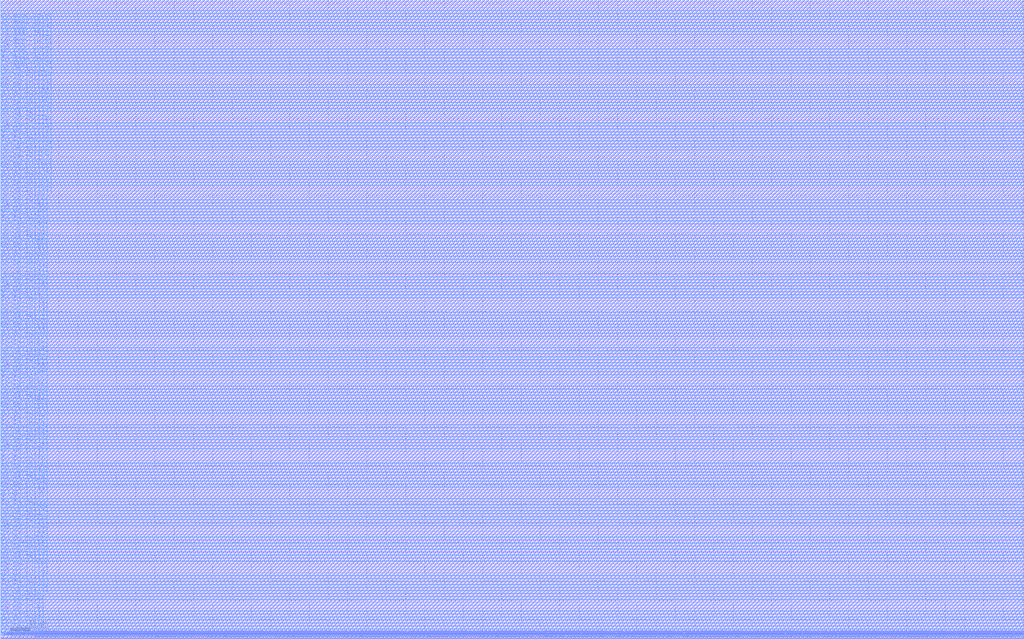
<source format=lef>
VERSION 5.7 ;
BUSBITCHARS "[]" ;
MACRO fakeram_512x2048_1r1w
  FOREIGN fakeram_512x2048_1r1w 0 0 ;
  SYMMETRY X Y R90 ;
  SIZE 265.421 BY 165.888 ;
  CLASS BLOCK ;
  PIN w0_wd_in[0]
    DIRECTION INPUT ;
    USE SIGNAL ;
    SHAPE ABUTMENT ;
    PORT
      LAYER M4 ;
      RECT 0.000 0.276 0.024 0.300 ;
    END
  END w0_wd_in[0]
  PIN w0_wd_in[1]
    DIRECTION INPUT ;
    USE SIGNAL ;
    SHAPE ABUTMENT ;
    PORT
      LAYER M4 ;
      RECT 0.000 1.428 0.024 1.452 ;
    END
  END w0_wd_in[1]
  PIN w0_wd_in[2]
    DIRECTION INPUT ;
    USE SIGNAL ;
    SHAPE ABUTMENT ;
    PORT
      LAYER M4 ;
      RECT 0.000 2.580 0.024 2.604 ;
    END
  END w0_wd_in[2]
  PIN w0_wd_in[3]
    DIRECTION INPUT ;
    USE SIGNAL ;
    SHAPE ABUTMENT ;
    PORT
      LAYER M4 ;
      RECT 0.000 3.732 0.024 3.756 ;
    END
  END w0_wd_in[3]
  PIN w0_wd_in[4]
    DIRECTION INPUT ;
    USE SIGNAL ;
    SHAPE ABUTMENT ;
    PORT
      LAYER M4 ;
      RECT 0.000 4.884 0.024 4.908 ;
    END
  END w0_wd_in[4]
  PIN w0_wd_in[5]
    DIRECTION INPUT ;
    USE SIGNAL ;
    SHAPE ABUTMENT ;
    PORT
      LAYER M4 ;
      RECT 0.000 6.036 0.024 6.060 ;
    END
  END w0_wd_in[5]
  PIN w0_wd_in[6]
    DIRECTION INPUT ;
    USE SIGNAL ;
    SHAPE ABUTMENT ;
    PORT
      LAYER M4 ;
      RECT 0.000 7.188 0.024 7.212 ;
    END
  END w0_wd_in[6]
  PIN w0_wd_in[7]
    DIRECTION INPUT ;
    USE SIGNAL ;
    SHAPE ABUTMENT ;
    PORT
      LAYER M4 ;
      RECT 0.000 8.340 0.024 8.364 ;
    END
  END w0_wd_in[7]
  PIN w0_wd_in[8]
    DIRECTION INPUT ;
    USE SIGNAL ;
    SHAPE ABUTMENT ;
    PORT
      LAYER M4 ;
      RECT 0.000 9.492 0.024 9.516 ;
    END
  END w0_wd_in[8]
  PIN w0_wd_in[9]
    DIRECTION INPUT ;
    USE SIGNAL ;
    SHAPE ABUTMENT ;
    PORT
      LAYER M4 ;
      RECT 0.000 10.644 0.024 10.668 ;
    END
  END w0_wd_in[9]
  PIN w0_wd_in[10]
    DIRECTION INPUT ;
    USE SIGNAL ;
    SHAPE ABUTMENT ;
    PORT
      LAYER M4 ;
      RECT 0.000 11.796 0.024 11.820 ;
    END
  END w0_wd_in[10]
  PIN w0_wd_in[11]
    DIRECTION INPUT ;
    USE SIGNAL ;
    SHAPE ABUTMENT ;
    PORT
      LAYER M4 ;
      RECT 0.000 12.948 0.024 12.972 ;
    END
  END w0_wd_in[11]
  PIN w0_wd_in[12]
    DIRECTION INPUT ;
    USE SIGNAL ;
    SHAPE ABUTMENT ;
    PORT
      LAYER M4 ;
      RECT 0.000 14.100 0.024 14.124 ;
    END
  END w0_wd_in[12]
  PIN w0_wd_in[13]
    DIRECTION INPUT ;
    USE SIGNAL ;
    SHAPE ABUTMENT ;
    PORT
      LAYER M4 ;
      RECT 0.000 15.252 0.024 15.276 ;
    END
  END w0_wd_in[13]
  PIN w0_wd_in[14]
    DIRECTION INPUT ;
    USE SIGNAL ;
    SHAPE ABUTMENT ;
    PORT
      LAYER M4 ;
      RECT 0.000 16.404 0.024 16.428 ;
    END
  END w0_wd_in[14]
  PIN w0_wd_in[15]
    DIRECTION INPUT ;
    USE SIGNAL ;
    SHAPE ABUTMENT ;
    PORT
      LAYER M4 ;
      RECT 0.000 17.556 0.024 17.580 ;
    END
  END w0_wd_in[15]
  PIN w0_wd_in[16]
    DIRECTION INPUT ;
    USE SIGNAL ;
    SHAPE ABUTMENT ;
    PORT
      LAYER M4 ;
      RECT 0.000 18.708 0.024 18.732 ;
    END
  END w0_wd_in[16]
  PIN w0_wd_in[17]
    DIRECTION INPUT ;
    USE SIGNAL ;
    SHAPE ABUTMENT ;
    PORT
      LAYER M4 ;
      RECT 0.000 19.860 0.024 19.884 ;
    END
  END w0_wd_in[17]
  PIN w0_wd_in[18]
    DIRECTION INPUT ;
    USE SIGNAL ;
    SHAPE ABUTMENT ;
    PORT
      LAYER M4 ;
      RECT 0.000 21.012 0.024 21.036 ;
    END
  END w0_wd_in[18]
  PIN w0_wd_in[19]
    DIRECTION INPUT ;
    USE SIGNAL ;
    SHAPE ABUTMENT ;
    PORT
      LAYER M4 ;
      RECT 0.000 22.164 0.024 22.188 ;
    END
  END w0_wd_in[19]
  PIN w0_wd_in[20]
    DIRECTION INPUT ;
    USE SIGNAL ;
    SHAPE ABUTMENT ;
    PORT
      LAYER M4 ;
      RECT 0.000 23.316 0.024 23.340 ;
    END
  END w0_wd_in[20]
  PIN w0_wd_in[21]
    DIRECTION INPUT ;
    USE SIGNAL ;
    SHAPE ABUTMENT ;
    PORT
      LAYER M4 ;
      RECT 0.000 24.468 0.024 24.492 ;
    END
  END w0_wd_in[21]
  PIN w0_wd_in[22]
    DIRECTION INPUT ;
    USE SIGNAL ;
    SHAPE ABUTMENT ;
    PORT
      LAYER M4 ;
      RECT 0.000 25.620 0.024 25.644 ;
    END
  END w0_wd_in[22]
  PIN w0_wd_in[23]
    DIRECTION INPUT ;
    USE SIGNAL ;
    SHAPE ABUTMENT ;
    PORT
      LAYER M4 ;
      RECT 0.000 26.772 0.024 26.796 ;
    END
  END w0_wd_in[23]
  PIN w0_wd_in[24]
    DIRECTION INPUT ;
    USE SIGNAL ;
    SHAPE ABUTMENT ;
    PORT
      LAYER M4 ;
      RECT 0.000 27.924 0.024 27.948 ;
    END
  END w0_wd_in[24]
  PIN w0_wd_in[25]
    DIRECTION INPUT ;
    USE SIGNAL ;
    SHAPE ABUTMENT ;
    PORT
      LAYER M4 ;
      RECT 0.000 29.076 0.024 29.100 ;
    END
  END w0_wd_in[25]
  PIN w0_wd_in[26]
    DIRECTION INPUT ;
    USE SIGNAL ;
    SHAPE ABUTMENT ;
    PORT
      LAYER M4 ;
      RECT 0.000 30.228 0.024 30.252 ;
    END
  END w0_wd_in[26]
  PIN w0_wd_in[27]
    DIRECTION INPUT ;
    USE SIGNAL ;
    SHAPE ABUTMENT ;
    PORT
      LAYER M4 ;
      RECT 0.000 31.380 0.024 31.404 ;
    END
  END w0_wd_in[27]
  PIN w0_wd_in[28]
    DIRECTION INPUT ;
    USE SIGNAL ;
    SHAPE ABUTMENT ;
    PORT
      LAYER M4 ;
      RECT 0.000 32.532 0.024 32.556 ;
    END
  END w0_wd_in[28]
  PIN w0_wd_in[29]
    DIRECTION INPUT ;
    USE SIGNAL ;
    SHAPE ABUTMENT ;
    PORT
      LAYER M4 ;
      RECT 0.000 33.684 0.024 33.708 ;
    END
  END w0_wd_in[29]
  PIN w0_wd_in[30]
    DIRECTION INPUT ;
    USE SIGNAL ;
    SHAPE ABUTMENT ;
    PORT
      LAYER M4 ;
      RECT 0.000 34.836 0.024 34.860 ;
    END
  END w0_wd_in[30]
  PIN w0_wd_in[31]
    DIRECTION INPUT ;
    USE SIGNAL ;
    SHAPE ABUTMENT ;
    PORT
      LAYER M4 ;
      RECT 0.000 35.988 0.024 36.012 ;
    END
  END w0_wd_in[31]
  PIN w0_wd_in[32]
    DIRECTION INPUT ;
    USE SIGNAL ;
    SHAPE ABUTMENT ;
    PORT
      LAYER M4 ;
      RECT 0.000 37.140 0.024 37.164 ;
    END
  END w0_wd_in[32]
  PIN w0_wd_in[33]
    DIRECTION INPUT ;
    USE SIGNAL ;
    SHAPE ABUTMENT ;
    PORT
      LAYER M4 ;
      RECT 0.000 38.292 0.024 38.316 ;
    END
  END w0_wd_in[33]
  PIN w0_wd_in[34]
    DIRECTION INPUT ;
    USE SIGNAL ;
    SHAPE ABUTMENT ;
    PORT
      LAYER M4 ;
      RECT 0.000 39.444 0.024 39.468 ;
    END
  END w0_wd_in[34]
  PIN w0_wd_in[35]
    DIRECTION INPUT ;
    USE SIGNAL ;
    SHAPE ABUTMENT ;
    PORT
      LAYER M4 ;
      RECT 0.000 40.596 0.024 40.620 ;
    END
  END w0_wd_in[35]
  PIN w0_wd_in[36]
    DIRECTION INPUT ;
    USE SIGNAL ;
    SHAPE ABUTMENT ;
    PORT
      LAYER M4 ;
      RECT 0.000 41.748 0.024 41.772 ;
    END
  END w0_wd_in[36]
  PIN w0_wd_in[37]
    DIRECTION INPUT ;
    USE SIGNAL ;
    SHAPE ABUTMENT ;
    PORT
      LAYER M4 ;
      RECT 0.000 42.900 0.024 42.924 ;
    END
  END w0_wd_in[37]
  PIN w0_wd_in[38]
    DIRECTION INPUT ;
    USE SIGNAL ;
    SHAPE ABUTMENT ;
    PORT
      LAYER M4 ;
      RECT 0.000 44.052 0.024 44.076 ;
    END
  END w0_wd_in[38]
  PIN w0_wd_in[39]
    DIRECTION INPUT ;
    USE SIGNAL ;
    SHAPE ABUTMENT ;
    PORT
      LAYER M4 ;
      RECT 0.000 45.204 0.024 45.228 ;
    END
  END w0_wd_in[39]
  PIN w0_wd_in[40]
    DIRECTION INPUT ;
    USE SIGNAL ;
    SHAPE ABUTMENT ;
    PORT
      LAYER M4 ;
      RECT 0.000 46.356 0.024 46.380 ;
    END
  END w0_wd_in[40]
  PIN w0_wd_in[41]
    DIRECTION INPUT ;
    USE SIGNAL ;
    SHAPE ABUTMENT ;
    PORT
      LAYER M4 ;
      RECT 0.000 47.508 0.024 47.532 ;
    END
  END w0_wd_in[41]
  PIN w0_wd_in[42]
    DIRECTION INPUT ;
    USE SIGNAL ;
    SHAPE ABUTMENT ;
    PORT
      LAYER M4 ;
      RECT 0.000 48.660 0.024 48.684 ;
    END
  END w0_wd_in[42]
  PIN w0_wd_in[43]
    DIRECTION INPUT ;
    USE SIGNAL ;
    SHAPE ABUTMENT ;
    PORT
      LAYER M4 ;
      RECT 0.000 49.812 0.024 49.836 ;
    END
  END w0_wd_in[43]
  PIN w0_wd_in[44]
    DIRECTION INPUT ;
    USE SIGNAL ;
    SHAPE ABUTMENT ;
    PORT
      LAYER M4 ;
      RECT 0.000 50.964 0.024 50.988 ;
    END
  END w0_wd_in[44]
  PIN w0_wd_in[45]
    DIRECTION INPUT ;
    USE SIGNAL ;
    SHAPE ABUTMENT ;
    PORT
      LAYER M4 ;
      RECT 0.000 52.116 0.024 52.140 ;
    END
  END w0_wd_in[45]
  PIN w0_wd_in[46]
    DIRECTION INPUT ;
    USE SIGNAL ;
    SHAPE ABUTMENT ;
    PORT
      LAYER M4 ;
      RECT 0.000 53.268 0.024 53.292 ;
    END
  END w0_wd_in[46]
  PIN w0_wd_in[47]
    DIRECTION INPUT ;
    USE SIGNAL ;
    SHAPE ABUTMENT ;
    PORT
      LAYER M4 ;
      RECT 0.000 54.420 0.024 54.444 ;
    END
  END w0_wd_in[47]
  PIN w0_wd_in[48]
    DIRECTION INPUT ;
    USE SIGNAL ;
    SHAPE ABUTMENT ;
    PORT
      LAYER M4 ;
      RECT 0.000 55.572 0.024 55.596 ;
    END
  END w0_wd_in[48]
  PIN w0_wd_in[49]
    DIRECTION INPUT ;
    USE SIGNAL ;
    SHAPE ABUTMENT ;
    PORT
      LAYER M4 ;
      RECT 0.000 56.724 0.024 56.748 ;
    END
  END w0_wd_in[49]
  PIN w0_wd_in[50]
    DIRECTION INPUT ;
    USE SIGNAL ;
    SHAPE ABUTMENT ;
    PORT
      LAYER M4 ;
      RECT 0.000 57.876 0.024 57.900 ;
    END
  END w0_wd_in[50]
  PIN w0_wd_in[51]
    DIRECTION INPUT ;
    USE SIGNAL ;
    SHAPE ABUTMENT ;
    PORT
      LAYER M4 ;
      RECT 0.000 59.028 0.024 59.052 ;
    END
  END w0_wd_in[51]
  PIN w0_wd_in[52]
    DIRECTION INPUT ;
    USE SIGNAL ;
    SHAPE ABUTMENT ;
    PORT
      LAYER M4 ;
      RECT 0.000 60.180 0.024 60.204 ;
    END
  END w0_wd_in[52]
  PIN w0_wd_in[53]
    DIRECTION INPUT ;
    USE SIGNAL ;
    SHAPE ABUTMENT ;
    PORT
      LAYER M4 ;
      RECT 0.000 61.332 0.024 61.356 ;
    END
  END w0_wd_in[53]
  PIN w0_wd_in[54]
    DIRECTION INPUT ;
    USE SIGNAL ;
    SHAPE ABUTMENT ;
    PORT
      LAYER M4 ;
      RECT 0.000 62.484 0.024 62.508 ;
    END
  END w0_wd_in[54]
  PIN w0_wd_in[55]
    DIRECTION INPUT ;
    USE SIGNAL ;
    SHAPE ABUTMENT ;
    PORT
      LAYER M4 ;
      RECT 0.000 63.636 0.024 63.660 ;
    END
  END w0_wd_in[55]
  PIN w0_wd_in[56]
    DIRECTION INPUT ;
    USE SIGNAL ;
    SHAPE ABUTMENT ;
    PORT
      LAYER M4 ;
      RECT 0.000 64.788 0.024 64.812 ;
    END
  END w0_wd_in[56]
  PIN w0_wd_in[57]
    DIRECTION INPUT ;
    USE SIGNAL ;
    SHAPE ABUTMENT ;
    PORT
      LAYER M4 ;
      RECT 0.000 65.940 0.024 65.964 ;
    END
  END w0_wd_in[57]
  PIN w0_wd_in[58]
    DIRECTION INPUT ;
    USE SIGNAL ;
    SHAPE ABUTMENT ;
    PORT
      LAYER M4 ;
      RECT 0.000 67.092 0.024 67.116 ;
    END
  END w0_wd_in[58]
  PIN w0_wd_in[59]
    DIRECTION INPUT ;
    USE SIGNAL ;
    SHAPE ABUTMENT ;
    PORT
      LAYER M4 ;
      RECT 0.000 68.244 0.024 68.268 ;
    END
  END w0_wd_in[59]
  PIN w0_wd_in[60]
    DIRECTION INPUT ;
    USE SIGNAL ;
    SHAPE ABUTMENT ;
    PORT
      LAYER M4 ;
      RECT 0.000 69.396 0.024 69.420 ;
    END
  END w0_wd_in[60]
  PIN w0_wd_in[61]
    DIRECTION INPUT ;
    USE SIGNAL ;
    SHAPE ABUTMENT ;
    PORT
      LAYER M4 ;
      RECT 0.000 70.548 0.024 70.572 ;
    END
  END w0_wd_in[61]
  PIN w0_wd_in[62]
    DIRECTION INPUT ;
    USE SIGNAL ;
    SHAPE ABUTMENT ;
    PORT
      LAYER M4 ;
      RECT 0.000 71.700 0.024 71.724 ;
    END
  END w0_wd_in[62]
  PIN w0_wd_in[63]
    DIRECTION INPUT ;
    USE SIGNAL ;
    SHAPE ABUTMENT ;
    PORT
      LAYER M4 ;
      RECT 0.000 72.852 0.024 72.876 ;
    END
  END w0_wd_in[63]
  PIN w0_wd_in[64]
    DIRECTION INPUT ;
    USE SIGNAL ;
    SHAPE ABUTMENT ;
    PORT
      LAYER M4 ;
      RECT 0.000 74.004 0.024 74.028 ;
    END
  END w0_wd_in[64]
  PIN w0_wd_in[65]
    DIRECTION INPUT ;
    USE SIGNAL ;
    SHAPE ABUTMENT ;
    PORT
      LAYER M4 ;
      RECT 0.000 75.156 0.024 75.180 ;
    END
  END w0_wd_in[65]
  PIN w0_wd_in[66]
    DIRECTION INPUT ;
    USE SIGNAL ;
    SHAPE ABUTMENT ;
    PORT
      LAYER M4 ;
      RECT 0.000 76.308 0.024 76.332 ;
    END
  END w0_wd_in[66]
  PIN w0_wd_in[67]
    DIRECTION INPUT ;
    USE SIGNAL ;
    SHAPE ABUTMENT ;
    PORT
      LAYER M4 ;
      RECT 0.000 77.460 0.024 77.484 ;
    END
  END w0_wd_in[67]
  PIN w0_wd_in[68]
    DIRECTION INPUT ;
    USE SIGNAL ;
    SHAPE ABUTMENT ;
    PORT
      LAYER M4 ;
      RECT 0.000 78.612 0.024 78.636 ;
    END
  END w0_wd_in[68]
  PIN w0_wd_in[69]
    DIRECTION INPUT ;
    USE SIGNAL ;
    SHAPE ABUTMENT ;
    PORT
      LAYER M4 ;
      RECT 0.000 79.764 0.024 79.788 ;
    END
  END w0_wd_in[69]
  PIN w0_wd_in[70]
    DIRECTION INPUT ;
    USE SIGNAL ;
    SHAPE ABUTMENT ;
    PORT
      LAYER M4 ;
      RECT 0.000 80.916 0.024 80.940 ;
    END
  END w0_wd_in[70]
  PIN w0_wd_in[71]
    DIRECTION INPUT ;
    USE SIGNAL ;
    SHAPE ABUTMENT ;
    PORT
      LAYER M4 ;
      RECT 0.000 82.068 0.024 82.092 ;
    END
  END w0_wd_in[71]
  PIN w0_wd_in[72]
    DIRECTION INPUT ;
    USE SIGNAL ;
    SHAPE ABUTMENT ;
    PORT
      LAYER M4 ;
      RECT 0.000 83.220 0.024 83.244 ;
    END
  END w0_wd_in[72]
  PIN w0_wd_in[73]
    DIRECTION INPUT ;
    USE SIGNAL ;
    SHAPE ABUTMENT ;
    PORT
      LAYER M4 ;
      RECT 0.000 84.372 0.024 84.396 ;
    END
  END w0_wd_in[73]
  PIN w0_wd_in[74]
    DIRECTION INPUT ;
    USE SIGNAL ;
    SHAPE ABUTMENT ;
    PORT
      LAYER M4 ;
      RECT 0.000 85.524 0.024 85.548 ;
    END
  END w0_wd_in[74]
  PIN w0_wd_in[75]
    DIRECTION INPUT ;
    USE SIGNAL ;
    SHAPE ABUTMENT ;
    PORT
      LAYER M4 ;
      RECT 0.000 86.676 0.024 86.700 ;
    END
  END w0_wd_in[75]
  PIN w0_wd_in[76]
    DIRECTION INPUT ;
    USE SIGNAL ;
    SHAPE ABUTMENT ;
    PORT
      LAYER M4 ;
      RECT 0.000 87.828 0.024 87.852 ;
    END
  END w0_wd_in[76]
  PIN w0_wd_in[77]
    DIRECTION INPUT ;
    USE SIGNAL ;
    SHAPE ABUTMENT ;
    PORT
      LAYER M4 ;
      RECT 0.000 88.980 0.024 89.004 ;
    END
  END w0_wd_in[77]
  PIN w0_wd_in[78]
    DIRECTION INPUT ;
    USE SIGNAL ;
    SHAPE ABUTMENT ;
    PORT
      LAYER M4 ;
      RECT 0.000 90.132 0.024 90.156 ;
    END
  END w0_wd_in[78]
  PIN w0_wd_in[79]
    DIRECTION INPUT ;
    USE SIGNAL ;
    SHAPE ABUTMENT ;
    PORT
      LAYER M4 ;
      RECT 0.000 91.284 0.024 91.308 ;
    END
  END w0_wd_in[79]
  PIN w0_wd_in[80]
    DIRECTION INPUT ;
    USE SIGNAL ;
    SHAPE ABUTMENT ;
    PORT
      LAYER M4 ;
      RECT 0.000 92.436 0.024 92.460 ;
    END
  END w0_wd_in[80]
  PIN w0_wd_in[81]
    DIRECTION INPUT ;
    USE SIGNAL ;
    SHAPE ABUTMENT ;
    PORT
      LAYER M4 ;
      RECT 0.000 93.588 0.024 93.612 ;
    END
  END w0_wd_in[81]
  PIN w0_wd_in[82]
    DIRECTION INPUT ;
    USE SIGNAL ;
    SHAPE ABUTMENT ;
    PORT
      LAYER M4 ;
      RECT 0.000 94.740 0.024 94.764 ;
    END
  END w0_wd_in[82]
  PIN w0_wd_in[83]
    DIRECTION INPUT ;
    USE SIGNAL ;
    SHAPE ABUTMENT ;
    PORT
      LAYER M4 ;
      RECT 0.000 95.892 0.024 95.916 ;
    END
  END w0_wd_in[83]
  PIN w0_wd_in[84]
    DIRECTION INPUT ;
    USE SIGNAL ;
    SHAPE ABUTMENT ;
    PORT
      LAYER M4 ;
      RECT 0.000 97.044 0.024 97.068 ;
    END
  END w0_wd_in[84]
  PIN w0_wd_in[85]
    DIRECTION INPUT ;
    USE SIGNAL ;
    SHAPE ABUTMENT ;
    PORT
      LAYER M4 ;
      RECT 0.000 98.196 0.024 98.220 ;
    END
  END w0_wd_in[85]
  PIN w0_wd_in[86]
    DIRECTION INPUT ;
    USE SIGNAL ;
    SHAPE ABUTMENT ;
    PORT
      LAYER M4 ;
      RECT 0.000 99.348 0.024 99.372 ;
    END
  END w0_wd_in[86]
  PIN w0_wd_in[87]
    DIRECTION INPUT ;
    USE SIGNAL ;
    SHAPE ABUTMENT ;
    PORT
      LAYER M4 ;
      RECT 0.000 100.500 0.024 100.524 ;
    END
  END w0_wd_in[87]
  PIN w0_wd_in[88]
    DIRECTION INPUT ;
    USE SIGNAL ;
    SHAPE ABUTMENT ;
    PORT
      LAYER M4 ;
      RECT 0.000 101.652 0.024 101.676 ;
    END
  END w0_wd_in[88]
  PIN w0_wd_in[89]
    DIRECTION INPUT ;
    USE SIGNAL ;
    SHAPE ABUTMENT ;
    PORT
      LAYER M4 ;
      RECT 0.000 102.804 0.024 102.828 ;
    END
  END w0_wd_in[89]
  PIN w0_wd_in[90]
    DIRECTION INPUT ;
    USE SIGNAL ;
    SHAPE ABUTMENT ;
    PORT
      LAYER M4 ;
      RECT 0.000 103.956 0.024 103.980 ;
    END
  END w0_wd_in[90]
  PIN w0_wd_in[91]
    DIRECTION INPUT ;
    USE SIGNAL ;
    SHAPE ABUTMENT ;
    PORT
      LAYER M4 ;
      RECT 0.000 105.108 0.024 105.132 ;
    END
  END w0_wd_in[91]
  PIN w0_wd_in[92]
    DIRECTION INPUT ;
    USE SIGNAL ;
    SHAPE ABUTMENT ;
    PORT
      LAYER M4 ;
      RECT 0.000 106.260 0.024 106.284 ;
    END
  END w0_wd_in[92]
  PIN w0_wd_in[93]
    DIRECTION INPUT ;
    USE SIGNAL ;
    SHAPE ABUTMENT ;
    PORT
      LAYER M4 ;
      RECT 0.000 107.412 0.024 107.436 ;
    END
  END w0_wd_in[93]
  PIN w0_wd_in[94]
    DIRECTION INPUT ;
    USE SIGNAL ;
    SHAPE ABUTMENT ;
    PORT
      LAYER M4 ;
      RECT 0.000 108.564 0.024 108.588 ;
    END
  END w0_wd_in[94]
  PIN w0_wd_in[95]
    DIRECTION INPUT ;
    USE SIGNAL ;
    SHAPE ABUTMENT ;
    PORT
      LAYER M4 ;
      RECT 0.000 109.716 0.024 109.740 ;
    END
  END w0_wd_in[95]
  PIN w0_wd_in[96]
    DIRECTION INPUT ;
    USE SIGNAL ;
    SHAPE ABUTMENT ;
    PORT
      LAYER M4 ;
      RECT 0.000 110.868 0.024 110.892 ;
    END
  END w0_wd_in[96]
  PIN w0_wd_in[97]
    DIRECTION INPUT ;
    USE SIGNAL ;
    SHAPE ABUTMENT ;
    PORT
      LAYER M4 ;
      RECT 0.000 112.020 0.024 112.044 ;
    END
  END w0_wd_in[97]
  PIN w0_wd_in[98]
    DIRECTION INPUT ;
    USE SIGNAL ;
    SHAPE ABUTMENT ;
    PORT
      LAYER M4 ;
      RECT 0.000 113.172 0.024 113.196 ;
    END
  END w0_wd_in[98]
  PIN w0_wd_in[99]
    DIRECTION INPUT ;
    USE SIGNAL ;
    SHAPE ABUTMENT ;
    PORT
      LAYER M4 ;
      RECT 0.000 114.324 0.024 114.348 ;
    END
  END w0_wd_in[99]
  PIN w0_wd_in[100]
    DIRECTION INPUT ;
    USE SIGNAL ;
    SHAPE ABUTMENT ;
    PORT
      LAYER M4 ;
      RECT 0.000 115.476 0.024 115.500 ;
    END
  END w0_wd_in[100]
  PIN w0_wd_in[101]
    DIRECTION INPUT ;
    USE SIGNAL ;
    SHAPE ABUTMENT ;
    PORT
      LAYER M4 ;
      RECT 0.000 116.628 0.024 116.652 ;
    END
  END w0_wd_in[101]
  PIN w0_wd_in[102]
    DIRECTION INPUT ;
    USE SIGNAL ;
    SHAPE ABUTMENT ;
    PORT
      LAYER M4 ;
      RECT 0.000 117.780 0.024 117.804 ;
    END
  END w0_wd_in[102]
  PIN w0_wd_in[103]
    DIRECTION INPUT ;
    USE SIGNAL ;
    SHAPE ABUTMENT ;
    PORT
      LAYER M4 ;
      RECT 0.000 118.932 0.024 118.956 ;
    END
  END w0_wd_in[103]
  PIN w0_wd_in[104]
    DIRECTION INPUT ;
    USE SIGNAL ;
    SHAPE ABUTMENT ;
    PORT
      LAYER M4 ;
      RECT 0.000 120.084 0.024 120.108 ;
    END
  END w0_wd_in[104]
  PIN w0_wd_in[105]
    DIRECTION INPUT ;
    USE SIGNAL ;
    SHAPE ABUTMENT ;
    PORT
      LAYER M4 ;
      RECT 0.000 121.236 0.024 121.260 ;
    END
  END w0_wd_in[105]
  PIN w0_wd_in[106]
    DIRECTION INPUT ;
    USE SIGNAL ;
    SHAPE ABUTMENT ;
    PORT
      LAYER M4 ;
      RECT 0.000 122.388 0.024 122.412 ;
    END
  END w0_wd_in[106]
  PIN w0_wd_in[107]
    DIRECTION INPUT ;
    USE SIGNAL ;
    SHAPE ABUTMENT ;
    PORT
      LAYER M4 ;
      RECT 0.000 123.540 0.024 123.564 ;
    END
  END w0_wd_in[107]
  PIN w0_wd_in[108]
    DIRECTION INPUT ;
    USE SIGNAL ;
    SHAPE ABUTMENT ;
    PORT
      LAYER M4 ;
      RECT 0.000 124.692 0.024 124.716 ;
    END
  END w0_wd_in[108]
  PIN w0_wd_in[109]
    DIRECTION INPUT ;
    USE SIGNAL ;
    SHAPE ABUTMENT ;
    PORT
      LAYER M4 ;
      RECT 0.000 125.844 0.024 125.868 ;
    END
  END w0_wd_in[109]
  PIN w0_wd_in[110]
    DIRECTION INPUT ;
    USE SIGNAL ;
    SHAPE ABUTMENT ;
    PORT
      LAYER M4 ;
      RECT 0.000 126.996 0.024 127.020 ;
    END
  END w0_wd_in[110]
  PIN w0_wd_in[111]
    DIRECTION INPUT ;
    USE SIGNAL ;
    SHAPE ABUTMENT ;
    PORT
      LAYER M4 ;
      RECT 0.000 128.148 0.024 128.172 ;
    END
  END w0_wd_in[111]
  PIN w0_wd_in[112]
    DIRECTION INPUT ;
    USE SIGNAL ;
    SHAPE ABUTMENT ;
    PORT
      LAYER M4 ;
      RECT 0.000 129.300 0.024 129.324 ;
    END
  END w0_wd_in[112]
  PIN w0_wd_in[113]
    DIRECTION INPUT ;
    USE SIGNAL ;
    SHAPE ABUTMENT ;
    PORT
      LAYER M4 ;
      RECT 0.000 130.452 0.024 130.476 ;
    END
  END w0_wd_in[113]
  PIN w0_wd_in[114]
    DIRECTION INPUT ;
    USE SIGNAL ;
    SHAPE ABUTMENT ;
    PORT
      LAYER M4 ;
      RECT 0.000 131.604 0.024 131.628 ;
    END
  END w0_wd_in[114]
  PIN w0_wd_in[115]
    DIRECTION INPUT ;
    USE SIGNAL ;
    SHAPE ABUTMENT ;
    PORT
      LAYER M4 ;
      RECT 0.000 132.756 0.024 132.780 ;
    END
  END w0_wd_in[115]
  PIN w0_wd_in[116]
    DIRECTION INPUT ;
    USE SIGNAL ;
    SHAPE ABUTMENT ;
    PORT
      LAYER M4 ;
      RECT 0.000 133.908 0.024 133.932 ;
    END
  END w0_wd_in[116]
  PIN w0_wd_in[117]
    DIRECTION INPUT ;
    USE SIGNAL ;
    SHAPE ABUTMENT ;
    PORT
      LAYER M4 ;
      RECT 0.000 135.060 0.024 135.084 ;
    END
  END w0_wd_in[117]
  PIN w0_wd_in[118]
    DIRECTION INPUT ;
    USE SIGNAL ;
    SHAPE ABUTMENT ;
    PORT
      LAYER M4 ;
      RECT 0.000 136.212 0.024 136.236 ;
    END
  END w0_wd_in[118]
  PIN w0_wd_in[119]
    DIRECTION INPUT ;
    USE SIGNAL ;
    SHAPE ABUTMENT ;
    PORT
      LAYER M4 ;
      RECT 0.000 137.364 0.024 137.388 ;
    END
  END w0_wd_in[119]
  PIN w0_wd_in[120]
    DIRECTION INPUT ;
    USE SIGNAL ;
    SHAPE ABUTMENT ;
    PORT
      LAYER M4 ;
      RECT 0.000 138.516 0.024 138.540 ;
    END
  END w0_wd_in[120]
  PIN w0_wd_in[121]
    DIRECTION INPUT ;
    USE SIGNAL ;
    SHAPE ABUTMENT ;
    PORT
      LAYER M4 ;
      RECT 0.000 139.668 0.024 139.692 ;
    END
  END w0_wd_in[121]
  PIN w0_wd_in[122]
    DIRECTION INPUT ;
    USE SIGNAL ;
    SHAPE ABUTMENT ;
    PORT
      LAYER M4 ;
      RECT 0.000 140.820 0.024 140.844 ;
    END
  END w0_wd_in[122]
  PIN w0_wd_in[123]
    DIRECTION INPUT ;
    USE SIGNAL ;
    SHAPE ABUTMENT ;
    PORT
      LAYER M4 ;
      RECT 0.000 141.972 0.024 141.996 ;
    END
  END w0_wd_in[123]
  PIN w0_wd_in[124]
    DIRECTION INPUT ;
    USE SIGNAL ;
    SHAPE ABUTMENT ;
    PORT
      LAYER M4 ;
      RECT 0.000 143.124 0.024 143.148 ;
    END
  END w0_wd_in[124]
  PIN w0_wd_in[125]
    DIRECTION INPUT ;
    USE SIGNAL ;
    SHAPE ABUTMENT ;
    PORT
      LAYER M4 ;
      RECT 0.000 144.276 0.024 144.300 ;
    END
  END w0_wd_in[125]
  PIN w0_wd_in[126]
    DIRECTION INPUT ;
    USE SIGNAL ;
    SHAPE ABUTMENT ;
    PORT
      LAYER M4 ;
      RECT 0.000 145.428 0.024 145.452 ;
    END
  END w0_wd_in[126]
  PIN w0_wd_in[127]
    DIRECTION INPUT ;
    USE SIGNAL ;
    SHAPE ABUTMENT ;
    PORT
      LAYER M4 ;
      RECT 0.000 146.580 0.024 146.604 ;
    END
  END w0_wd_in[127]
  PIN w0_wd_in[128]
    DIRECTION INPUT ;
    USE SIGNAL ;
    SHAPE ABUTMENT ;
    PORT
      LAYER M4 ;
      RECT 265.397 0.276 265.421 0.300 ;
    END
  END w0_wd_in[128]
  PIN w0_wd_in[129]
    DIRECTION INPUT ;
    USE SIGNAL ;
    SHAPE ABUTMENT ;
    PORT
      LAYER M4 ;
      RECT 265.397 1.428 265.421 1.452 ;
    END
  END w0_wd_in[129]
  PIN w0_wd_in[130]
    DIRECTION INPUT ;
    USE SIGNAL ;
    SHAPE ABUTMENT ;
    PORT
      LAYER M4 ;
      RECT 265.397 2.580 265.421 2.604 ;
    END
  END w0_wd_in[130]
  PIN w0_wd_in[131]
    DIRECTION INPUT ;
    USE SIGNAL ;
    SHAPE ABUTMENT ;
    PORT
      LAYER M4 ;
      RECT 265.397 3.732 265.421 3.756 ;
    END
  END w0_wd_in[131]
  PIN w0_wd_in[132]
    DIRECTION INPUT ;
    USE SIGNAL ;
    SHAPE ABUTMENT ;
    PORT
      LAYER M4 ;
      RECT 265.397 4.884 265.421 4.908 ;
    END
  END w0_wd_in[132]
  PIN w0_wd_in[133]
    DIRECTION INPUT ;
    USE SIGNAL ;
    SHAPE ABUTMENT ;
    PORT
      LAYER M4 ;
      RECT 265.397 6.036 265.421 6.060 ;
    END
  END w0_wd_in[133]
  PIN w0_wd_in[134]
    DIRECTION INPUT ;
    USE SIGNAL ;
    SHAPE ABUTMENT ;
    PORT
      LAYER M4 ;
      RECT 265.397 7.188 265.421 7.212 ;
    END
  END w0_wd_in[134]
  PIN w0_wd_in[135]
    DIRECTION INPUT ;
    USE SIGNAL ;
    SHAPE ABUTMENT ;
    PORT
      LAYER M4 ;
      RECT 265.397 8.340 265.421 8.364 ;
    END
  END w0_wd_in[135]
  PIN w0_wd_in[136]
    DIRECTION INPUT ;
    USE SIGNAL ;
    SHAPE ABUTMENT ;
    PORT
      LAYER M4 ;
      RECT 265.397 9.492 265.421 9.516 ;
    END
  END w0_wd_in[136]
  PIN w0_wd_in[137]
    DIRECTION INPUT ;
    USE SIGNAL ;
    SHAPE ABUTMENT ;
    PORT
      LAYER M4 ;
      RECT 265.397 10.644 265.421 10.668 ;
    END
  END w0_wd_in[137]
  PIN w0_wd_in[138]
    DIRECTION INPUT ;
    USE SIGNAL ;
    SHAPE ABUTMENT ;
    PORT
      LAYER M4 ;
      RECT 265.397 11.796 265.421 11.820 ;
    END
  END w0_wd_in[138]
  PIN w0_wd_in[139]
    DIRECTION INPUT ;
    USE SIGNAL ;
    SHAPE ABUTMENT ;
    PORT
      LAYER M4 ;
      RECT 265.397 12.948 265.421 12.972 ;
    END
  END w0_wd_in[139]
  PIN w0_wd_in[140]
    DIRECTION INPUT ;
    USE SIGNAL ;
    SHAPE ABUTMENT ;
    PORT
      LAYER M4 ;
      RECT 265.397 14.100 265.421 14.124 ;
    END
  END w0_wd_in[140]
  PIN w0_wd_in[141]
    DIRECTION INPUT ;
    USE SIGNAL ;
    SHAPE ABUTMENT ;
    PORT
      LAYER M4 ;
      RECT 265.397 15.252 265.421 15.276 ;
    END
  END w0_wd_in[141]
  PIN w0_wd_in[142]
    DIRECTION INPUT ;
    USE SIGNAL ;
    SHAPE ABUTMENT ;
    PORT
      LAYER M4 ;
      RECT 265.397 16.404 265.421 16.428 ;
    END
  END w0_wd_in[142]
  PIN w0_wd_in[143]
    DIRECTION INPUT ;
    USE SIGNAL ;
    SHAPE ABUTMENT ;
    PORT
      LAYER M4 ;
      RECT 265.397 17.556 265.421 17.580 ;
    END
  END w0_wd_in[143]
  PIN w0_wd_in[144]
    DIRECTION INPUT ;
    USE SIGNAL ;
    SHAPE ABUTMENT ;
    PORT
      LAYER M4 ;
      RECT 265.397 18.708 265.421 18.732 ;
    END
  END w0_wd_in[144]
  PIN w0_wd_in[145]
    DIRECTION INPUT ;
    USE SIGNAL ;
    SHAPE ABUTMENT ;
    PORT
      LAYER M4 ;
      RECT 265.397 19.860 265.421 19.884 ;
    END
  END w0_wd_in[145]
  PIN w0_wd_in[146]
    DIRECTION INPUT ;
    USE SIGNAL ;
    SHAPE ABUTMENT ;
    PORT
      LAYER M4 ;
      RECT 265.397 21.012 265.421 21.036 ;
    END
  END w0_wd_in[146]
  PIN w0_wd_in[147]
    DIRECTION INPUT ;
    USE SIGNAL ;
    SHAPE ABUTMENT ;
    PORT
      LAYER M4 ;
      RECT 265.397 22.164 265.421 22.188 ;
    END
  END w0_wd_in[147]
  PIN w0_wd_in[148]
    DIRECTION INPUT ;
    USE SIGNAL ;
    SHAPE ABUTMENT ;
    PORT
      LAYER M4 ;
      RECT 265.397 23.316 265.421 23.340 ;
    END
  END w0_wd_in[148]
  PIN w0_wd_in[149]
    DIRECTION INPUT ;
    USE SIGNAL ;
    SHAPE ABUTMENT ;
    PORT
      LAYER M4 ;
      RECT 265.397 24.468 265.421 24.492 ;
    END
  END w0_wd_in[149]
  PIN w0_wd_in[150]
    DIRECTION INPUT ;
    USE SIGNAL ;
    SHAPE ABUTMENT ;
    PORT
      LAYER M4 ;
      RECT 265.397 25.620 265.421 25.644 ;
    END
  END w0_wd_in[150]
  PIN w0_wd_in[151]
    DIRECTION INPUT ;
    USE SIGNAL ;
    SHAPE ABUTMENT ;
    PORT
      LAYER M4 ;
      RECT 265.397 26.772 265.421 26.796 ;
    END
  END w0_wd_in[151]
  PIN w0_wd_in[152]
    DIRECTION INPUT ;
    USE SIGNAL ;
    SHAPE ABUTMENT ;
    PORT
      LAYER M4 ;
      RECT 265.397 27.924 265.421 27.948 ;
    END
  END w0_wd_in[152]
  PIN w0_wd_in[153]
    DIRECTION INPUT ;
    USE SIGNAL ;
    SHAPE ABUTMENT ;
    PORT
      LAYER M4 ;
      RECT 265.397 29.076 265.421 29.100 ;
    END
  END w0_wd_in[153]
  PIN w0_wd_in[154]
    DIRECTION INPUT ;
    USE SIGNAL ;
    SHAPE ABUTMENT ;
    PORT
      LAYER M4 ;
      RECT 265.397 30.228 265.421 30.252 ;
    END
  END w0_wd_in[154]
  PIN w0_wd_in[155]
    DIRECTION INPUT ;
    USE SIGNAL ;
    SHAPE ABUTMENT ;
    PORT
      LAYER M4 ;
      RECT 265.397 31.380 265.421 31.404 ;
    END
  END w0_wd_in[155]
  PIN w0_wd_in[156]
    DIRECTION INPUT ;
    USE SIGNAL ;
    SHAPE ABUTMENT ;
    PORT
      LAYER M4 ;
      RECT 265.397 32.532 265.421 32.556 ;
    END
  END w0_wd_in[156]
  PIN w0_wd_in[157]
    DIRECTION INPUT ;
    USE SIGNAL ;
    SHAPE ABUTMENT ;
    PORT
      LAYER M4 ;
      RECT 265.397 33.684 265.421 33.708 ;
    END
  END w0_wd_in[157]
  PIN w0_wd_in[158]
    DIRECTION INPUT ;
    USE SIGNAL ;
    SHAPE ABUTMENT ;
    PORT
      LAYER M4 ;
      RECT 265.397 34.836 265.421 34.860 ;
    END
  END w0_wd_in[158]
  PIN w0_wd_in[159]
    DIRECTION INPUT ;
    USE SIGNAL ;
    SHAPE ABUTMENT ;
    PORT
      LAYER M4 ;
      RECT 265.397 35.988 265.421 36.012 ;
    END
  END w0_wd_in[159]
  PIN w0_wd_in[160]
    DIRECTION INPUT ;
    USE SIGNAL ;
    SHAPE ABUTMENT ;
    PORT
      LAYER M4 ;
      RECT 265.397 37.140 265.421 37.164 ;
    END
  END w0_wd_in[160]
  PIN w0_wd_in[161]
    DIRECTION INPUT ;
    USE SIGNAL ;
    SHAPE ABUTMENT ;
    PORT
      LAYER M4 ;
      RECT 265.397 38.292 265.421 38.316 ;
    END
  END w0_wd_in[161]
  PIN w0_wd_in[162]
    DIRECTION INPUT ;
    USE SIGNAL ;
    SHAPE ABUTMENT ;
    PORT
      LAYER M4 ;
      RECT 265.397 39.444 265.421 39.468 ;
    END
  END w0_wd_in[162]
  PIN w0_wd_in[163]
    DIRECTION INPUT ;
    USE SIGNAL ;
    SHAPE ABUTMENT ;
    PORT
      LAYER M4 ;
      RECT 265.397 40.596 265.421 40.620 ;
    END
  END w0_wd_in[163]
  PIN w0_wd_in[164]
    DIRECTION INPUT ;
    USE SIGNAL ;
    SHAPE ABUTMENT ;
    PORT
      LAYER M4 ;
      RECT 265.397 41.748 265.421 41.772 ;
    END
  END w0_wd_in[164]
  PIN w0_wd_in[165]
    DIRECTION INPUT ;
    USE SIGNAL ;
    SHAPE ABUTMENT ;
    PORT
      LAYER M4 ;
      RECT 265.397 42.900 265.421 42.924 ;
    END
  END w0_wd_in[165]
  PIN w0_wd_in[166]
    DIRECTION INPUT ;
    USE SIGNAL ;
    SHAPE ABUTMENT ;
    PORT
      LAYER M4 ;
      RECT 265.397 44.052 265.421 44.076 ;
    END
  END w0_wd_in[166]
  PIN w0_wd_in[167]
    DIRECTION INPUT ;
    USE SIGNAL ;
    SHAPE ABUTMENT ;
    PORT
      LAYER M4 ;
      RECT 265.397 45.204 265.421 45.228 ;
    END
  END w0_wd_in[167]
  PIN w0_wd_in[168]
    DIRECTION INPUT ;
    USE SIGNAL ;
    SHAPE ABUTMENT ;
    PORT
      LAYER M4 ;
      RECT 265.397 46.356 265.421 46.380 ;
    END
  END w0_wd_in[168]
  PIN w0_wd_in[169]
    DIRECTION INPUT ;
    USE SIGNAL ;
    SHAPE ABUTMENT ;
    PORT
      LAYER M4 ;
      RECT 265.397 47.508 265.421 47.532 ;
    END
  END w0_wd_in[169]
  PIN w0_wd_in[170]
    DIRECTION INPUT ;
    USE SIGNAL ;
    SHAPE ABUTMENT ;
    PORT
      LAYER M4 ;
      RECT 265.397 48.660 265.421 48.684 ;
    END
  END w0_wd_in[170]
  PIN w0_wd_in[171]
    DIRECTION INPUT ;
    USE SIGNAL ;
    SHAPE ABUTMENT ;
    PORT
      LAYER M4 ;
      RECT 265.397 49.812 265.421 49.836 ;
    END
  END w0_wd_in[171]
  PIN w0_wd_in[172]
    DIRECTION INPUT ;
    USE SIGNAL ;
    SHAPE ABUTMENT ;
    PORT
      LAYER M4 ;
      RECT 265.397 50.964 265.421 50.988 ;
    END
  END w0_wd_in[172]
  PIN w0_wd_in[173]
    DIRECTION INPUT ;
    USE SIGNAL ;
    SHAPE ABUTMENT ;
    PORT
      LAYER M4 ;
      RECT 265.397 52.116 265.421 52.140 ;
    END
  END w0_wd_in[173]
  PIN w0_wd_in[174]
    DIRECTION INPUT ;
    USE SIGNAL ;
    SHAPE ABUTMENT ;
    PORT
      LAYER M4 ;
      RECT 265.397 53.268 265.421 53.292 ;
    END
  END w0_wd_in[174]
  PIN w0_wd_in[175]
    DIRECTION INPUT ;
    USE SIGNAL ;
    SHAPE ABUTMENT ;
    PORT
      LAYER M4 ;
      RECT 265.397 54.420 265.421 54.444 ;
    END
  END w0_wd_in[175]
  PIN w0_wd_in[176]
    DIRECTION INPUT ;
    USE SIGNAL ;
    SHAPE ABUTMENT ;
    PORT
      LAYER M4 ;
      RECT 265.397 55.572 265.421 55.596 ;
    END
  END w0_wd_in[176]
  PIN w0_wd_in[177]
    DIRECTION INPUT ;
    USE SIGNAL ;
    SHAPE ABUTMENT ;
    PORT
      LAYER M4 ;
      RECT 265.397 56.724 265.421 56.748 ;
    END
  END w0_wd_in[177]
  PIN w0_wd_in[178]
    DIRECTION INPUT ;
    USE SIGNAL ;
    SHAPE ABUTMENT ;
    PORT
      LAYER M4 ;
      RECT 265.397 57.876 265.421 57.900 ;
    END
  END w0_wd_in[178]
  PIN w0_wd_in[179]
    DIRECTION INPUT ;
    USE SIGNAL ;
    SHAPE ABUTMENT ;
    PORT
      LAYER M4 ;
      RECT 265.397 59.028 265.421 59.052 ;
    END
  END w0_wd_in[179]
  PIN w0_wd_in[180]
    DIRECTION INPUT ;
    USE SIGNAL ;
    SHAPE ABUTMENT ;
    PORT
      LAYER M4 ;
      RECT 265.397 60.180 265.421 60.204 ;
    END
  END w0_wd_in[180]
  PIN w0_wd_in[181]
    DIRECTION INPUT ;
    USE SIGNAL ;
    SHAPE ABUTMENT ;
    PORT
      LAYER M4 ;
      RECT 265.397 61.332 265.421 61.356 ;
    END
  END w0_wd_in[181]
  PIN w0_wd_in[182]
    DIRECTION INPUT ;
    USE SIGNAL ;
    SHAPE ABUTMENT ;
    PORT
      LAYER M4 ;
      RECT 265.397 62.484 265.421 62.508 ;
    END
  END w0_wd_in[182]
  PIN w0_wd_in[183]
    DIRECTION INPUT ;
    USE SIGNAL ;
    SHAPE ABUTMENT ;
    PORT
      LAYER M4 ;
      RECT 265.397 63.636 265.421 63.660 ;
    END
  END w0_wd_in[183]
  PIN w0_wd_in[184]
    DIRECTION INPUT ;
    USE SIGNAL ;
    SHAPE ABUTMENT ;
    PORT
      LAYER M4 ;
      RECT 265.397 64.788 265.421 64.812 ;
    END
  END w0_wd_in[184]
  PIN w0_wd_in[185]
    DIRECTION INPUT ;
    USE SIGNAL ;
    SHAPE ABUTMENT ;
    PORT
      LAYER M4 ;
      RECT 265.397 65.940 265.421 65.964 ;
    END
  END w0_wd_in[185]
  PIN w0_wd_in[186]
    DIRECTION INPUT ;
    USE SIGNAL ;
    SHAPE ABUTMENT ;
    PORT
      LAYER M4 ;
      RECT 265.397 67.092 265.421 67.116 ;
    END
  END w0_wd_in[186]
  PIN w0_wd_in[187]
    DIRECTION INPUT ;
    USE SIGNAL ;
    SHAPE ABUTMENT ;
    PORT
      LAYER M4 ;
      RECT 265.397 68.244 265.421 68.268 ;
    END
  END w0_wd_in[187]
  PIN w0_wd_in[188]
    DIRECTION INPUT ;
    USE SIGNAL ;
    SHAPE ABUTMENT ;
    PORT
      LAYER M4 ;
      RECT 265.397 69.396 265.421 69.420 ;
    END
  END w0_wd_in[188]
  PIN w0_wd_in[189]
    DIRECTION INPUT ;
    USE SIGNAL ;
    SHAPE ABUTMENT ;
    PORT
      LAYER M4 ;
      RECT 265.397 70.548 265.421 70.572 ;
    END
  END w0_wd_in[189]
  PIN w0_wd_in[190]
    DIRECTION INPUT ;
    USE SIGNAL ;
    SHAPE ABUTMENT ;
    PORT
      LAYER M4 ;
      RECT 265.397 71.700 265.421 71.724 ;
    END
  END w0_wd_in[190]
  PIN w0_wd_in[191]
    DIRECTION INPUT ;
    USE SIGNAL ;
    SHAPE ABUTMENT ;
    PORT
      LAYER M4 ;
      RECT 265.397 72.852 265.421 72.876 ;
    END
  END w0_wd_in[191]
  PIN w0_wd_in[192]
    DIRECTION INPUT ;
    USE SIGNAL ;
    SHAPE ABUTMENT ;
    PORT
      LAYER M4 ;
      RECT 265.397 74.004 265.421 74.028 ;
    END
  END w0_wd_in[192]
  PIN w0_wd_in[193]
    DIRECTION INPUT ;
    USE SIGNAL ;
    SHAPE ABUTMENT ;
    PORT
      LAYER M4 ;
      RECT 265.397 75.156 265.421 75.180 ;
    END
  END w0_wd_in[193]
  PIN w0_wd_in[194]
    DIRECTION INPUT ;
    USE SIGNAL ;
    SHAPE ABUTMENT ;
    PORT
      LAYER M4 ;
      RECT 265.397 76.308 265.421 76.332 ;
    END
  END w0_wd_in[194]
  PIN w0_wd_in[195]
    DIRECTION INPUT ;
    USE SIGNAL ;
    SHAPE ABUTMENT ;
    PORT
      LAYER M4 ;
      RECT 265.397 77.460 265.421 77.484 ;
    END
  END w0_wd_in[195]
  PIN w0_wd_in[196]
    DIRECTION INPUT ;
    USE SIGNAL ;
    SHAPE ABUTMENT ;
    PORT
      LAYER M4 ;
      RECT 265.397 78.612 265.421 78.636 ;
    END
  END w0_wd_in[196]
  PIN w0_wd_in[197]
    DIRECTION INPUT ;
    USE SIGNAL ;
    SHAPE ABUTMENT ;
    PORT
      LAYER M4 ;
      RECT 265.397 79.764 265.421 79.788 ;
    END
  END w0_wd_in[197]
  PIN w0_wd_in[198]
    DIRECTION INPUT ;
    USE SIGNAL ;
    SHAPE ABUTMENT ;
    PORT
      LAYER M4 ;
      RECT 265.397 80.916 265.421 80.940 ;
    END
  END w0_wd_in[198]
  PIN w0_wd_in[199]
    DIRECTION INPUT ;
    USE SIGNAL ;
    SHAPE ABUTMENT ;
    PORT
      LAYER M4 ;
      RECT 265.397 82.068 265.421 82.092 ;
    END
  END w0_wd_in[199]
  PIN w0_wd_in[200]
    DIRECTION INPUT ;
    USE SIGNAL ;
    SHAPE ABUTMENT ;
    PORT
      LAYER M4 ;
      RECT 265.397 83.220 265.421 83.244 ;
    END
  END w0_wd_in[200]
  PIN w0_wd_in[201]
    DIRECTION INPUT ;
    USE SIGNAL ;
    SHAPE ABUTMENT ;
    PORT
      LAYER M4 ;
      RECT 265.397 84.372 265.421 84.396 ;
    END
  END w0_wd_in[201]
  PIN w0_wd_in[202]
    DIRECTION INPUT ;
    USE SIGNAL ;
    SHAPE ABUTMENT ;
    PORT
      LAYER M4 ;
      RECT 265.397 85.524 265.421 85.548 ;
    END
  END w0_wd_in[202]
  PIN w0_wd_in[203]
    DIRECTION INPUT ;
    USE SIGNAL ;
    SHAPE ABUTMENT ;
    PORT
      LAYER M4 ;
      RECT 265.397 86.676 265.421 86.700 ;
    END
  END w0_wd_in[203]
  PIN w0_wd_in[204]
    DIRECTION INPUT ;
    USE SIGNAL ;
    SHAPE ABUTMENT ;
    PORT
      LAYER M4 ;
      RECT 265.397 87.828 265.421 87.852 ;
    END
  END w0_wd_in[204]
  PIN w0_wd_in[205]
    DIRECTION INPUT ;
    USE SIGNAL ;
    SHAPE ABUTMENT ;
    PORT
      LAYER M4 ;
      RECT 265.397 88.980 265.421 89.004 ;
    END
  END w0_wd_in[205]
  PIN w0_wd_in[206]
    DIRECTION INPUT ;
    USE SIGNAL ;
    SHAPE ABUTMENT ;
    PORT
      LAYER M4 ;
      RECT 265.397 90.132 265.421 90.156 ;
    END
  END w0_wd_in[206]
  PIN w0_wd_in[207]
    DIRECTION INPUT ;
    USE SIGNAL ;
    SHAPE ABUTMENT ;
    PORT
      LAYER M4 ;
      RECT 265.397 91.284 265.421 91.308 ;
    END
  END w0_wd_in[207]
  PIN w0_wd_in[208]
    DIRECTION INPUT ;
    USE SIGNAL ;
    SHAPE ABUTMENT ;
    PORT
      LAYER M4 ;
      RECT 265.397 92.436 265.421 92.460 ;
    END
  END w0_wd_in[208]
  PIN w0_wd_in[209]
    DIRECTION INPUT ;
    USE SIGNAL ;
    SHAPE ABUTMENT ;
    PORT
      LAYER M4 ;
      RECT 265.397 93.588 265.421 93.612 ;
    END
  END w0_wd_in[209]
  PIN w0_wd_in[210]
    DIRECTION INPUT ;
    USE SIGNAL ;
    SHAPE ABUTMENT ;
    PORT
      LAYER M4 ;
      RECT 265.397 94.740 265.421 94.764 ;
    END
  END w0_wd_in[210]
  PIN w0_wd_in[211]
    DIRECTION INPUT ;
    USE SIGNAL ;
    SHAPE ABUTMENT ;
    PORT
      LAYER M4 ;
      RECT 265.397 95.892 265.421 95.916 ;
    END
  END w0_wd_in[211]
  PIN w0_wd_in[212]
    DIRECTION INPUT ;
    USE SIGNAL ;
    SHAPE ABUTMENT ;
    PORT
      LAYER M4 ;
      RECT 265.397 97.044 265.421 97.068 ;
    END
  END w0_wd_in[212]
  PIN w0_wd_in[213]
    DIRECTION INPUT ;
    USE SIGNAL ;
    SHAPE ABUTMENT ;
    PORT
      LAYER M4 ;
      RECT 265.397 98.196 265.421 98.220 ;
    END
  END w0_wd_in[213]
  PIN w0_wd_in[214]
    DIRECTION INPUT ;
    USE SIGNAL ;
    SHAPE ABUTMENT ;
    PORT
      LAYER M4 ;
      RECT 265.397 99.348 265.421 99.372 ;
    END
  END w0_wd_in[214]
  PIN w0_wd_in[215]
    DIRECTION INPUT ;
    USE SIGNAL ;
    SHAPE ABUTMENT ;
    PORT
      LAYER M4 ;
      RECT 265.397 100.500 265.421 100.524 ;
    END
  END w0_wd_in[215]
  PIN w0_wd_in[216]
    DIRECTION INPUT ;
    USE SIGNAL ;
    SHAPE ABUTMENT ;
    PORT
      LAYER M4 ;
      RECT 265.397 101.652 265.421 101.676 ;
    END
  END w0_wd_in[216]
  PIN w0_wd_in[217]
    DIRECTION INPUT ;
    USE SIGNAL ;
    SHAPE ABUTMENT ;
    PORT
      LAYER M4 ;
      RECT 265.397 102.804 265.421 102.828 ;
    END
  END w0_wd_in[217]
  PIN w0_wd_in[218]
    DIRECTION INPUT ;
    USE SIGNAL ;
    SHAPE ABUTMENT ;
    PORT
      LAYER M4 ;
      RECT 265.397 103.956 265.421 103.980 ;
    END
  END w0_wd_in[218]
  PIN w0_wd_in[219]
    DIRECTION INPUT ;
    USE SIGNAL ;
    SHAPE ABUTMENT ;
    PORT
      LAYER M4 ;
      RECT 265.397 105.108 265.421 105.132 ;
    END
  END w0_wd_in[219]
  PIN w0_wd_in[220]
    DIRECTION INPUT ;
    USE SIGNAL ;
    SHAPE ABUTMENT ;
    PORT
      LAYER M4 ;
      RECT 265.397 106.260 265.421 106.284 ;
    END
  END w0_wd_in[220]
  PIN w0_wd_in[221]
    DIRECTION INPUT ;
    USE SIGNAL ;
    SHAPE ABUTMENT ;
    PORT
      LAYER M4 ;
      RECT 265.397 107.412 265.421 107.436 ;
    END
  END w0_wd_in[221]
  PIN w0_wd_in[222]
    DIRECTION INPUT ;
    USE SIGNAL ;
    SHAPE ABUTMENT ;
    PORT
      LAYER M4 ;
      RECT 265.397 108.564 265.421 108.588 ;
    END
  END w0_wd_in[222]
  PIN w0_wd_in[223]
    DIRECTION INPUT ;
    USE SIGNAL ;
    SHAPE ABUTMENT ;
    PORT
      LAYER M4 ;
      RECT 265.397 109.716 265.421 109.740 ;
    END
  END w0_wd_in[223]
  PIN w0_wd_in[224]
    DIRECTION INPUT ;
    USE SIGNAL ;
    SHAPE ABUTMENT ;
    PORT
      LAYER M4 ;
      RECT 265.397 110.868 265.421 110.892 ;
    END
  END w0_wd_in[224]
  PIN w0_wd_in[225]
    DIRECTION INPUT ;
    USE SIGNAL ;
    SHAPE ABUTMENT ;
    PORT
      LAYER M4 ;
      RECT 265.397 112.020 265.421 112.044 ;
    END
  END w0_wd_in[225]
  PIN w0_wd_in[226]
    DIRECTION INPUT ;
    USE SIGNAL ;
    SHAPE ABUTMENT ;
    PORT
      LAYER M4 ;
      RECT 265.397 113.172 265.421 113.196 ;
    END
  END w0_wd_in[226]
  PIN w0_wd_in[227]
    DIRECTION INPUT ;
    USE SIGNAL ;
    SHAPE ABUTMENT ;
    PORT
      LAYER M4 ;
      RECT 265.397 114.324 265.421 114.348 ;
    END
  END w0_wd_in[227]
  PIN w0_wd_in[228]
    DIRECTION INPUT ;
    USE SIGNAL ;
    SHAPE ABUTMENT ;
    PORT
      LAYER M4 ;
      RECT 265.397 115.476 265.421 115.500 ;
    END
  END w0_wd_in[228]
  PIN w0_wd_in[229]
    DIRECTION INPUT ;
    USE SIGNAL ;
    SHAPE ABUTMENT ;
    PORT
      LAYER M4 ;
      RECT 265.397 116.628 265.421 116.652 ;
    END
  END w0_wd_in[229]
  PIN w0_wd_in[230]
    DIRECTION INPUT ;
    USE SIGNAL ;
    SHAPE ABUTMENT ;
    PORT
      LAYER M4 ;
      RECT 265.397 117.780 265.421 117.804 ;
    END
  END w0_wd_in[230]
  PIN w0_wd_in[231]
    DIRECTION INPUT ;
    USE SIGNAL ;
    SHAPE ABUTMENT ;
    PORT
      LAYER M4 ;
      RECT 265.397 118.932 265.421 118.956 ;
    END
  END w0_wd_in[231]
  PIN w0_wd_in[232]
    DIRECTION INPUT ;
    USE SIGNAL ;
    SHAPE ABUTMENT ;
    PORT
      LAYER M4 ;
      RECT 265.397 120.084 265.421 120.108 ;
    END
  END w0_wd_in[232]
  PIN w0_wd_in[233]
    DIRECTION INPUT ;
    USE SIGNAL ;
    SHAPE ABUTMENT ;
    PORT
      LAYER M4 ;
      RECT 265.397 121.236 265.421 121.260 ;
    END
  END w0_wd_in[233]
  PIN w0_wd_in[234]
    DIRECTION INPUT ;
    USE SIGNAL ;
    SHAPE ABUTMENT ;
    PORT
      LAYER M4 ;
      RECT 265.397 122.388 265.421 122.412 ;
    END
  END w0_wd_in[234]
  PIN w0_wd_in[235]
    DIRECTION INPUT ;
    USE SIGNAL ;
    SHAPE ABUTMENT ;
    PORT
      LAYER M4 ;
      RECT 265.397 123.540 265.421 123.564 ;
    END
  END w0_wd_in[235]
  PIN w0_wd_in[236]
    DIRECTION INPUT ;
    USE SIGNAL ;
    SHAPE ABUTMENT ;
    PORT
      LAYER M4 ;
      RECT 265.397 124.692 265.421 124.716 ;
    END
  END w0_wd_in[236]
  PIN w0_wd_in[237]
    DIRECTION INPUT ;
    USE SIGNAL ;
    SHAPE ABUTMENT ;
    PORT
      LAYER M4 ;
      RECT 265.397 125.844 265.421 125.868 ;
    END
  END w0_wd_in[237]
  PIN w0_wd_in[238]
    DIRECTION INPUT ;
    USE SIGNAL ;
    SHAPE ABUTMENT ;
    PORT
      LAYER M4 ;
      RECT 265.397 126.996 265.421 127.020 ;
    END
  END w0_wd_in[238]
  PIN w0_wd_in[239]
    DIRECTION INPUT ;
    USE SIGNAL ;
    SHAPE ABUTMENT ;
    PORT
      LAYER M4 ;
      RECT 265.397 128.148 265.421 128.172 ;
    END
  END w0_wd_in[239]
  PIN w0_wd_in[240]
    DIRECTION INPUT ;
    USE SIGNAL ;
    SHAPE ABUTMENT ;
    PORT
      LAYER M4 ;
      RECT 265.397 129.300 265.421 129.324 ;
    END
  END w0_wd_in[240]
  PIN w0_wd_in[241]
    DIRECTION INPUT ;
    USE SIGNAL ;
    SHAPE ABUTMENT ;
    PORT
      LAYER M4 ;
      RECT 265.397 130.452 265.421 130.476 ;
    END
  END w0_wd_in[241]
  PIN w0_wd_in[242]
    DIRECTION INPUT ;
    USE SIGNAL ;
    SHAPE ABUTMENT ;
    PORT
      LAYER M4 ;
      RECT 265.397 131.604 265.421 131.628 ;
    END
  END w0_wd_in[242]
  PIN w0_wd_in[243]
    DIRECTION INPUT ;
    USE SIGNAL ;
    SHAPE ABUTMENT ;
    PORT
      LAYER M4 ;
      RECT 265.397 132.756 265.421 132.780 ;
    END
  END w0_wd_in[243]
  PIN w0_wd_in[244]
    DIRECTION INPUT ;
    USE SIGNAL ;
    SHAPE ABUTMENT ;
    PORT
      LAYER M4 ;
      RECT 265.397 133.908 265.421 133.932 ;
    END
  END w0_wd_in[244]
  PIN w0_wd_in[245]
    DIRECTION INPUT ;
    USE SIGNAL ;
    SHAPE ABUTMENT ;
    PORT
      LAYER M4 ;
      RECT 265.397 135.060 265.421 135.084 ;
    END
  END w0_wd_in[245]
  PIN w0_wd_in[246]
    DIRECTION INPUT ;
    USE SIGNAL ;
    SHAPE ABUTMENT ;
    PORT
      LAYER M4 ;
      RECT 265.397 136.212 265.421 136.236 ;
    END
  END w0_wd_in[246]
  PIN w0_wd_in[247]
    DIRECTION INPUT ;
    USE SIGNAL ;
    SHAPE ABUTMENT ;
    PORT
      LAYER M4 ;
      RECT 265.397 137.364 265.421 137.388 ;
    END
  END w0_wd_in[247]
  PIN w0_wd_in[248]
    DIRECTION INPUT ;
    USE SIGNAL ;
    SHAPE ABUTMENT ;
    PORT
      LAYER M4 ;
      RECT 265.397 138.516 265.421 138.540 ;
    END
  END w0_wd_in[248]
  PIN w0_wd_in[249]
    DIRECTION INPUT ;
    USE SIGNAL ;
    SHAPE ABUTMENT ;
    PORT
      LAYER M4 ;
      RECT 265.397 139.668 265.421 139.692 ;
    END
  END w0_wd_in[249]
  PIN w0_wd_in[250]
    DIRECTION INPUT ;
    USE SIGNAL ;
    SHAPE ABUTMENT ;
    PORT
      LAYER M4 ;
      RECT 265.397 140.820 265.421 140.844 ;
    END
  END w0_wd_in[250]
  PIN w0_wd_in[251]
    DIRECTION INPUT ;
    USE SIGNAL ;
    SHAPE ABUTMENT ;
    PORT
      LAYER M4 ;
      RECT 265.397 141.972 265.421 141.996 ;
    END
  END w0_wd_in[251]
  PIN w0_wd_in[252]
    DIRECTION INPUT ;
    USE SIGNAL ;
    SHAPE ABUTMENT ;
    PORT
      LAYER M4 ;
      RECT 265.397 143.124 265.421 143.148 ;
    END
  END w0_wd_in[252]
  PIN w0_wd_in[253]
    DIRECTION INPUT ;
    USE SIGNAL ;
    SHAPE ABUTMENT ;
    PORT
      LAYER M4 ;
      RECT 265.397 144.276 265.421 144.300 ;
    END
  END w0_wd_in[253]
  PIN w0_wd_in[254]
    DIRECTION INPUT ;
    USE SIGNAL ;
    SHAPE ABUTMENT ;
    PORT
      LAYER M4 ;
      RECT 265.397 145.428 265.421 145.452 ;
    END
  END w0_wd_in[254]
  PIN w0_wd_in[255]
    DIRECTION INPUT ;
    USE SIGNAL ;
    SHAPE ABUTMENT ;
    PORT
      LAYER M4 ;
      RECT 265.397 146.580 265.421 146.604 ;
    END
  END w0_wd_in[255]
  PIN w0_wd_in[256]
    DIRECTION OUTPUT ;
    USE SIGNAL ;
    SHAPE ABUTMENT ;
    PORT
      LAYER M3 ;
      RECT 0.207 0.000 0.225 0.018 ;
    END
  END w0_wd_in[256]
  PIN w0_wd_in[257]
    DIRECTION OUTPUT ;
    USE SIGNAL ;
    SHAPE ABUTMENT ;
    PORT
      LAYER M3 ;
      RECT 0.711 0.000 0.729 0.018 ;
    END
  END w0_wd_in[257]
  PIN w0_wd_in[258]
    DIRECTION OUTPUT ;
    USE SIGNAL ;
    SHAPE ABUTMENT ;
    PORT
      LAYER M3 ;
      RECT 1.215 0.000 1.233 0.018 ;
    END
  END w0_wd_in[258]
  PIN w0_wd_in[259]
    DIRECTION OUTPUT ;
    USE SIGNAL ;
    SHAPE ABUTMENT ;
    PORT
      LAYER M3 ;
      RECT 1.719 0.000 1.737 0.018 ;
    END
  END w0_wd_in[259]
  PIN w0_wd_in[260]
    DIRECTION OUTPUT ;
    USE SIGNAL ;
    SHAPE ABUTMENT ;
    PORT
      LAYER M3 ;
      RECT 2.223 0.000 2.241 0.018 ;
    END
  END w0_wd_in[260]
  PIN w0_wd_in[261]
    DIRECTION OUTPUT ;
    USE SIGNAL ;
    SHAPE ABUTMENT ;
    PORT
      LAYER M3 ;
      RECT 2.727 0.000 2.745 0.018 ;
    END
  END w0_wd_in[261]
  PIN w0_wd_in[262]
    DIRECTION OUTPUT ;
    USE SIGNAL ;
    SHAPE ABUTMENT ;
    PORT
      LAYER M3 ;
      RECT 3.231 0.000 3.249 0.018 ;
    END
  END w0_wd_in[262]
  PIN w0_wd_in[263]
    DIRECTION OUTPUT ;
    USE SIGNAL ;
    SHAPE ABUTMENT ;
    PORT
      LAYER M3 ;
      RECT 3.735 0.000 3.753 0.018 ;
    END
  END w0_wd_in[263]
  PIN w0_wd_in[264]
    DIRECTION OUTPUT ;
    USE SIGNAL ;
    SHAPE ABUTMENT ;
    PORT
      LAYER M3 ;
      RECT 4.239 0.000 4.257 0.018 ;
    END
  END w0_wd_in[264]
  PIN w0_wd_in[265]
    DIRECTION OUTPUT ;
    USE SIGNAL ;
    SHAPE ABUTMENT ;
    PORT
      LAYER M3 ;
      RECT 4.743 0.000 4.761 0.018 ;
    END
  END w0_wd_in[265]
  PIN w0_wd_in[266]
    DIRECTION OUTPUT ;
    USE SIGNAL ;
    SHAPE ABUTMENT ;
    PORT
      LAYER M3 ;
      RECT 5.247 0.000 5.265 0.018 ;
    END
  END w0_wd_in[266]
  PIN w0_wd_in[267]
    DIRECTION OUTPUT ;
    USE SIGNAL ;
    SHAPE ABUTMENT ;
    PORT
      LAYER M3 ;
      RECT 5.751 0.000 5.769 0.018 ;
    END
  END w0_wd_in[267]
  PIN w0_wd_in[268]
    DIRECTION OUTPUT ;
    USE SIGNAL ;
    SHAPE ABUTMENT ;
    PORT
      LAYER M3 ;
      RECT 6.255 0.000 6.273 0.018 ;
    END
  END w0_wd_in[268]
  PIN w0_wd_in[269]
    DIRECTION OUTPUT ;
    USE SIGNAL ;
    SHAPE ABUTMENT ;
    PORT
      LAYER M3 ;
      RECT 6.759 0.000 6.777 0.018 ;
    END
  END w0_wd_in[269]
  PIN w0_wd_in[270]
    DIRECTION OUTPUT ;
    USE SIGNAL ;
    SHAPE ABUTMENT ;
    PORT
      LAYER M3 ;
      RECT 7.263 0.000 7.281 0.018 ;
    END
  END w0_wd_in[270]
  PIN w0_wd_in[271]
    DIRECTION OUTPUT ;
    USE SIGNAL ;
    SHAPE ABUTMENT ;
    PORT
      LAYER M3 ;
      RECT 7.767 0.000 7.785 0.018 ;
    END
  END w0_wd_in[271]
  PIN w0_wd_in[272]
    DIRECTION OUTPUT ;
    USE SIGNAL ;
    SHAPE ABUTMENT ;
    PORT
      LAYER M3 ;
      RECT 8.271 0.000 8.289 0.018 ;
    END
  END w0_wd_in[272]
  PIN w0_wd_in[273]
    DIRECTION OUTPUT ;
    USE SIGNAL ;
    SHAPE ABUTMENT ;
    PORT
      LAYER M3 ;
      RECT 8.775 0.000 8.793 0.018 ;
    END
  END w0_wd_in[273]
  PIN w0_wd_in[274]
    DIRECTION OUTPUT ;
    USE SIGNAL ;
    SHAPE ABUTMENT ;
    PORT
      LAYER M3 ;
      RECT 9.279 0.000 9.297 0.018 ;
    END
  END w0_wd_in[274]
  PIN w0_wd_in[275]
    DIRECTION OUTPUT ;
    USE SIGNAL ;
    SHAPE ABUTMENT ;
    PORT
      LAYER M3 ;
      RECT 9.783 0.000 9.801 0.018 ;
    END
  END w0_wd_in[275]
  PIN w0_wd_in[276]
    DIRECTION OUTPUT ;
    USE SIGNAL ;
    SHAPE ABUTMENT ;
    PORT
      LAYER M3 ;
      RECT 10.287 0.000 10.305 0.018 ;
    END
  END w0_wd_in[276]
  PIN w0_wd_in[277]
    DIRECTION OUTPUT ;
    USE SIGNAL ;
    SHAPE ABUTMENT ;
    PORT
      LAYER M3 ;
      RECT 10.791 0.000 10.809 0.018 ;
    END
  END w0_wd_in[277]
  PIN w0_wd_in[278]
    DIRECTION OUTPUT ;
    USE SIGNAL ;
    SHAPE ABUTMENT ;
    PORT
      LAYER M3 ;
      RECT 11.295 0.000 11.313 0.018 ;
    END
  END w0_wd_in[278]
  PIN w0_wd_in[279]
    DIRECTION OUTPUT ;
    USE SIGNAL ;
    SHAPE ABUTMENT ;
    PORT
      LAYER M3 ;
      RECT 11.799 0.000 11.817 0.018 ;
    END
  END w0_wd_in[279]
  PIN w0_wd_in[280]
    DIRECTION OUTPUT ;
    USE SIGNAL ;
    SHAPE ABUTMENT ;
    PORT
      LAYER M3 ;
      RECT 12.303 0.000 12.321 0.018 ;
    END
  END w0_wd_in[280]
  PIN w0_wd_in[281]
    DIRECTION OUTPUT ;
    USE SIGNAL ;
    SHAPE ABUTMENT ;
    PORT
      LAYER M3 ;
      RECT 12.807 0.000 12.825 0.018 ;
    END
  END w0_wd_in[281]
  PIN w0_wd_in[282]
    DIRECTION OUTPUT ;
    USE SIGNAL ;
    SHAPE ABUTMENT ;
    PORT
      LAYER M3 ;
      RECT 13.311 0.000 13.329 0.018 ;
    END
  END w0_wd_in[282]
  PIN w0_wd_in[283]
    DIRECTION OUTPUT ;
    USE SIGNAL ;
    SHAPE ABUTMENT ;
    PORT
      LAYER M3 ;
      RECT 13.815 0.000 13.833 0.018 ;
    END
  END w0_wd_in[283]
  PIN w0_wd_in[284]
    DIRECTION OUTPUT ;
    USE SIGNAL ;
    SHAPE ABUTMENT ;
    PORT
      LAYER M3 ;
      RECT 14.319 0.000 14.337 0.018 ;
    END
  END w0_wd_in[284]
  PIN w0_wd_in[285]
    DIRECTION OUTPUT ;
    USE SIGNAL ;
    SHAPE ABUTMENT ;
    PORT
      LAYER M3 ;
      RECT 14.823 0.000 14.841 0.018 ;
    END
  END w0_wd_in[285]
  PIN w0_wd_in[286]
    DIRECTION OUTPUT ;
    USE SIGNAL ;
    SHAPE ABUTMENT ;
    PORT
      LAYER M3 ;
      RECT 15.327 0.000 15.345 0.018 ;
    END
  END w0_wd_in[286]
  PIN w0_wd_in[287]
    DIRECTION OUTPUT ;
    USE SIGNAL ;
    SHAPE ABUTMENT ;
    PORT
      LAYER M3 ;
      RECT 15.831 0.000 15.849 0.018 ;
    END
  END w0_wd_in[287]
  PIN w0_wd_in[288]
    DIRECTION OUTPUT ;
    USE SIGNAL ;
    SHAPE ABUTMENT ;
    PORT
      LAYER M3 ;
      RECT 16.335 0.000 16.353 0.018 ;
    END
  END w0_wd_in[288]
  PIN w0_wd_in[289]
    DIRECTION OUTPUT ;
    USE SIGNAL ;
    SHAPE ABUTMENT ;
    PORT
      LAYER M3 ;
      RECT 16.839 0.000 16.857 0.018 ;
    END
  END w0_wd_in[289]
  PIN w0_wd_in[290]
    DIRECTION OUTPUT ;
    USE SIGNAL ;
    SHAPE ABUTMENT ;
    PORT
      LAYER M3 ;
      RECT 17.343 0.000 17.361 0.018 ;
    END
  END w0_wd_in[290]
  PIN w0_wd_in[291]
    DIRECTION OUTPUT ;
    USE SIGNAL ;
    SHAPE ABUTMENT ;
    PORT
      LAYER M3 ;
      RECT 17.847 0.000 17.865 0.018 ;
    END
  END w0_wd_in[291]
  PIN w0_wd_in[292]
    DIRECTION OUTPUT ;
    USE SIGNAL ;
    SHAPE ABUTMENT ;
    PORT
      LAYER M3 ;
      RECT 18.351 0.000 18.369 0.018 ;
    END
  END w0_wd_in[292]
  PIN w0_wd_in[293]
    DIRECTION OUTPUT ;
    USE SIGNAL ;
    SHAPE ABUTMENT ;
    PORT
      LAYER M3 ;
      RECT 18.855 0.000 18.873 0.018 ;
    END
  END w0_wd_in[293]
  PIN w0_wd_in[294]
    DIRECTION OUTPUT ;
    USE SIGNAL ;
    SHAPE ABUTMENT ;
    PORT
      LAYER M3 ;
      RECT 19.359 0.000 19.377 0.018 ;
    END
  END w0_wd_in[294]
  PIN w0_wd_in[295]
    DIRECTION OUTPUT ;
    USE SIGNAL ;
    SHAPE ABUTMENT ;
    PORT
      LAYER M3 ;
      RECT 19.863 0.000 19.881 0.018 ;
    END
  END w0_wd_in[295]
  PIN w0_wd_in[296]
    DIRECTION OUTPUT ;
    USE SIGNAL ;
    SHAPE ABUTMENT ;
    PORT
      LAYER M3 ;
      RECT 20.367 0.000 20.385 0.018 ;
    END
  END w0_wd_in[296]
  PIN w0_wd_in[297]
    DIRECTION OUTPUT ;
    USE SIGNAL ;
    SHAPE ABUTMENT ;
    PORT
      LAYER M3 ;
      RECT 20.871 0.000 20.889 0.018 ;
    END
  END w0_wd_in[297]
  PIN w0_wd_in[298]
    DIRECTION OUTPUT ;
    USE SIGNAL ;
    SHAPE ABUTMENT ;
    PORT
      LAYER M3 ;
      RECT 21.375 0.000 21.393 0.018 ;
    END
  END w0_wd_in[298]
  PIN w0_wd_in[299]
    DIRECTION OUTPUT ;
    USE SIGNAL ;
    SHAPE ABUTMENT ;
    PORT
      LAYER M3 ;
      RECT 21.879 0.000 21.897 0.018 ;
    END
  END w0_wd_in[299]
  PIN w0_wd_in[300]
    DIRECTION OUTPUT ;
    USE SIGNAL ;
    SHAPE ABUTMENT ;
    PORT
      LAYER M3 ;
      RECT 22.383 0.000 22.401 0.018 ;
    END
  END w0_wd_in[300]
  PIN w0_wd_in[301]
    DIRECTION OUTPUT ;
    USE SIGNAL ;
    SHAPE ABUTMENT ;
    PORT
      LAYER M3 ;
      RECT 22.887 0.000 22.905 0.018 ;
    END
  END w0_wd_in[301]
  PIN w0_wd_in[302]
    DIRECTION OUTPUT ;
    USE SIGNAL ;
    SHAPE ABUTMENT ;
    PORT
      LAYER M3 ;
      RECT 23.391 0.000 23.409 0.018 ;
    END
  END w0_wd_in[302]
  PIN w0_wd_in[303]
    DIRECTION OUTPUT ;
    USE SIGNAL ;
    SHAPE ABUTMENT ;
    PORT
      LAYER M3 ;
      RECT 23.895 0.000 23.913 0.018 ;
    END
  END w0_wd_in[303]
  PIN w0_wd_in[304]
    DIRECTION OUTPUT ;
    USE SIGNAL ;
    SHAPE ABUTMENT ;
    PORT
      LAYER M3 ;
      RECT 24.399 0.000 24.417 0.018 ;
    END
  END w0_wd_in[304]
  PIN w0_wd_in[305]
    DIRECTION OUTPUT ;
    USE SIGNAL ;
    SHAPE ABUTMENT ;
    PORT
      LAYER M3 ;
      RECT 24.903 0.000 24.921 0.018 ;
    END
  END w0_wd_in[305]
  PIN w0_wd_in[306]
    DIRECTION OUTPUT ;
    USE SIGNAL ;
    SHAPE ABUTMENT ;
    PORT
      LAYER M3 ;
      RECT 25.407 0.000 25.425 0.018 ;
    END
  END w0_wd_in[306]
  PIN w0_wd_in[307]
    DIRECTION OUTPUT ;
    USE SIGNAL ;
    SHAPE ABUTMENT ;
    PORT
      LAYER M3 ;
      RECT 25.911 0.000 25.929 0.018 ;
    END
  END w0_wd_in[307]
  PIN w0_wd_in[308]
    DIRECTION OUTPUT ;
    USE SIGNAL ;
    SHAPE ABUTMENT ;
    PORT
      LAYER M3 ;
      RECT 26.415 0.000 26.433 0.018 ;
    END
  END w0_wd_in[308]
  PIN w0_wd_in[309]
    DIRECTION OUTPUT ;
    USE SIGNAL ;
    SHAPE ABUTMENT ;
    PORT
      LAYER M3 ;
      RECT 26.919 0.000 26.937 0.018 ;
    END
  END w0_wd_in[309]
  PIN w0_wd_in[310]
    DIRECTION OUTPUT ;
    USE SIGNAL ;
    SHAPE ABUTMENT ;
    PORT
      LAYER M3 ;
      RECT 27.423 0.000 27.441 0.018 ;
    END
  END w0_wd_in[310]
  PIN w0_wd_in[311]
    DIRECTION OUTPUT ;
    USE SIGNAL ;
    SHAPE ABUTMENT ;
    PORT
      LAYER M3 ;
      RECT 27.927 0.000 27.945 0.018 ;
    END
  END w0_wd_in[311]
  PIN w0_wd_in[312]
    DIRECTION OUTPUT ;
    USE SIGNAL ;
    SHAPE ABUTMENT ;
    PORT
      LAYER M3 ;
      RECT 28.431 0.000 28.449 0.018 ;
    END
  END w0_wd_in[312]
  PIN w0_wd_in[313]
    DIRECTION OUTPUT ;
    USE SIGNAL ;
    SHAPE ABUTMENT ;
    PORT
      LAYER M3 ;
      RECT 28.935 0.000 28.953 0.018 ;
    END
  END w0_wd_in[313]
  PIN w0_wd_in[314]
    DIRECTION OUTPUT ;
    USE SIGNAL ;
    SHAPE ABUTMENT ;
    PORT
      LAYER M3 ;
      RECT 29.439 0.000 29.457 0.018 ;
    END
  END w0_wd_in[314]
  PIN w0_wd_in[315]
    DIRECTION OUTPUT ;
    USE SIGNAL ;
    SHAPE ABUTMENT ;
    PORT
      LAYER M3 ;
      RECT 29.943 0.000 29.961 0.018 ;
    END
  END w0_wd_in[315]
  PIN w0_wd_in[316]
    DIRECTION OUTPUT ;
    USE SIGNAL ;
    SHAPE ABUTMENT ;
    PORT
      LAYER M3 ;
      RECT 30.447 0.000 30.465 0.018 ;
    END
  END w0_wd_in[316]
  PIN w0_wd_in[317]
    DIRECTION OUTPUT ;
    USE SIGNAL ;
    SHAPE ABUTMENT ;
    PORT
      LAYER M3 ;
      RECT 30.951 0.000 30.969 0.018 ;
    END
  END w0_wd_in[317]
  PIN w0_wd_in[318]
    DIRECTION OUTPUT ;
    USE SIGNAL ;
    SHAPE ABUTMENT ;
    PORT
      LAYER M3 ;
      RECT 31.455 0.000 31.473 0.018 ;
    END
  END w0_wd_in[318]
  PIN w0_wd_in[319]
    DIRECTION OUTPUT ;
    USE SIGNAL ;
    SHAPE ABUTMENT ;
    PORT
      LAYER M3 ;
      RECT 31.959 0.000 31.977 0.018 ;
    END
  END w0_wd_in[319]
  PIN w0_wd_in[320]
    DIRECTION OUTPUT ;
    USE SIGNAL ;
    SHAPE ABUTMENT ;
    PORT
      LAYER M3 ;
      RECT 32.463 0.000 32.481 0.018 ;
    END
  END w0_wd_in[320]
  PIN w0_wd_in[321]
    DIRECTION OUTPUT ;
    USE SIGNAL ;
    SHAPE ABUTMENT ;
    PORT
      LAYER M3 ;
      RECT 32.967 0.000 32.985 0.018 ;
    END
  END w0_wd_in[321]
  PIN w0_wd_in[322]
    DIRECTION OUTPUT ;
    USE SIGNAL ;
    SHAPE ABUTMENT ;
    PORT
      LAYER M3 ;
      RECT 33.471 0.000 33.489 0.018 ;
    END
  END w0_wd_in[322]
  PIN w0_wd_in[323]
    DIRECTION OUTPUT ;
    USE SIGNAL ;
    SHAPE ABUTMENT ;
    PORT
      LAYER M3 ;
      RECT 33.975 0.000 33.993 0.018 ;
    END
  END w0_wd_in[323]
  PIN w0_wd_in[324]
    DIRECTION OUTPUT ;
    USE SIGNAL ;
    SHAPE ABUTMENT ;
    PORT
      LAYER M3 ;
      RECT 34.479 0.000 34.497 0.018 ;
    END
  END w0_wd_in[324]
  PIN w0_wd_in[325]
    DIRECTION OUTPUT ;
    USE SIGNAL ;
    SHAPE ABUTMENT ;
    PORT
      LAYER M3 ;
      RECT 34.983 0.000 35.001 0.018 ;
    END
  END w0_wd_in[325]
  PIN w0_wd_in[326]
    DIRECTION OUTPUT ;
    USE SIGNAL ;
    SHAPE ABUTMENT ;
    PORT
      LAYER M3 ;
      RECT 35.487 0.000 35.505 0.018 ;
    END
  END w0_wd_in[326]
  PIN w0_wd_in[327]
    DIRECTION OUTPUT ;
    USE SIGNAL ;
    SHAPE ABUTMENT ;
    PORT
      LAYER M3 ;
      RECT 35.991 0.000 36.009 0.018 ;
    END
  END w0_wd_in[327]
  PIN w0_wd_in[328]
    DIRECTION OUTPUT ;
    USE SIGNAL ;
    SHAPE ABUTMENT ;
    PORT
      LAYER M3 ;
      RECT 36.495 0.000 36.513 0.018 ;
    END
  END w0_wd_in[328]
  PIN w0_wd_in[329]
    DIRECTION OUTPUT ;
    USE SIGNAL ;
    SHAPE ABUTMENT ;
    PORT
      LAYER M3 ;
      RECT 36.999 0.000 37.017 0.018 ;
    END
  END w0_wd_in[329]
  PIN w0_wd_in[330]
    DIRECTION OUTPUT ;
    USE SIGNAL ;
    SHAPE ABUTMENT ;
    PORT
      LAYER M3 ;
      RECT 37.503 0.000 37.521 0.018 ;
    END
  END w0_wd_in[330]
  PIN w0_wd_in[331]
    DIRECTION OUTPUT ;
    USE SIGNAL ;
    SHAPE ABUTMENT ;
    PORT
      LAYER M3 ;
      RECT 38.007 0.000 38.025 0.018 ;
    END
  END w0_wd_in[331]
  PIN w0_wd_in[332]
    DIRECTION OUTPUT ;
    USE SIGNAL ;
    SHAPE ABUTMENT ;
    PORT
      LAYER M3 ;
      RECT 38.511 0.000 38.529 0.018 ;
    END
  END w0_wd_in[332]
  PIN w0_wd_in[333]
    DIRECTION OUTPUT ;
    USE SIGNAL ;
    SHAPE ABUTMENT ;
    PORT
      LAYER M3 ;
      RECT 39.015 0.000 39.033 0.018 ;
    END
  END w0_wd_in[333]
  PIN w0_wd_in[334]
    DIRECTION OUTPUT ;
    USE SIGNAL ;
    SHAPE ABUTMENT ;
    PORT
      LAYER M3 ;
      RECT 39.519 0.000 39.537 0.018 ;
    END
  END w0_wd_in[334]
  PIN w0_wd_in[335]
    DIRECTION OUTPUT ;
    USE SIGNAL ;
    SHAPE ABUTMENT ;
    PORT
      LAYER M3 ;
      RECT 40.023 0.000 40.041 0.018 ;
    END
  END w0_wd_in[335]
  PIN w0_wd_in[336]
    DIRECTION OUTPUT ;
    USE SIGNAL ;
    SHAPE ABUTMENT ;
    PORT
      LAYER M3 ;
      RECT 40.527 0.000 40.545 0.018 ;
    END
  END w0_wd_in[336]
  PIN w0_wd_in[337]
    DIRECTION OUTPUT ;
    USE SIGNAL ;
    SHAPE ABUTMENT ;
    PORT
      LAYER M3 ;
      RECT 41.031 0.000 41.049 0.018 ;
    END
  END w0_wd_in[337]
  PIN w0_wd_in[338]
    DIRECTION OUTPUT ;
    USE SIGNAL ;
    SHAPE ABUTMENT ;
    PORT
      LAYER M3 ;
      RECT 41.535 0.000 41.553 0.018 ;
    END
  END w0_wd_in[338]
  PIN w0_wd_in[339]
    DIRECTION OUTPUT ;
    USE SIGNAL ;
    SHAPE ABUTMENT ;
    PORT
      LAYER M3 ;
      RECT 42.039 0.000 42.057 0.018 ;
    END
  END w0_wd_in[339]
  PIN w0_wd_in[340]
    DIRECTION OUTPUT ;
    USE SIGNAL ;
    SHAPE ABUTMENT ;
    PORT
      LAYER M3 ;
      RECT 42.543 0.000 42.561 0.018 ;
    END
  END w0_wd_in[340]
  PIN w0_wd_in[341]
    DIRECTION OUTPUT ;
    USE SIGNAL ;
    SHAPE ABUTMENT ;
    PORT
      LAYER M3 ;
      RECT 43.047 0.000 43.065 0.018 ;
    END
  END w0_wd_in[341]
  PIN w0_wd_in[342]
    DIRECTION OUTPUT ;
    USE SIGNAL ;
    SHAPE ABUTMENT ;
    PORT
      LAYER M3 ;
      RECT 43.551 0.000 43.569 0.018 ;
    END
  END w0_wd_in[342]
  PIN w0_wd_in[343]
    DIRECTION OUTPUT ;
    USE SIGNAL ;
    SHAPE ABUTMENT ;
    PORT
      LAYER M3 ;
      RECT 44.055 0.000 44.073 0.018 ;
    END
  END w0_wd_in[343]
  PIN w0_wd_in[344]
    DIRECTION OUTPUT ;
    USE SIGNAL ;
    SHAPE ABUTMENT ;
    PORT
      LAYER M3 ;
      RECT 44.559 0.000 44.577 0.018 ;
    END
  END w0_wd_in[344]
  PIN w0_wd_in[345]
    DIRECTION OUTPUT ;
    USE SIGNAL ;
    SHAPE ABUTMENT ;
    PORT
      LAYER M3 ;
      RECT 45.063 0.000 45.081 0.018 ;
    END
  END w0_wd_in[345]
  PIN w0_wd_in[346]
    DIRECTION OUTPUT ;
    USE SIGNAL ;
    SHAPE ABUTMENT ;
    PORT
      LAYER M3 ;
      RECT 45.567 0.000 45.585 0.018 ;
    END
  END w0_wd_in[346]
  PIN w0_wd_in[347]
    DIRECTION OUTPUT ;
    USE SIGNAL ;
    SHAPE ABUTMENT ;
    PORT
      LAYER M3 ;
      RECT 46.071 0.000 46.089 0.018 ;
    END
  END w0_wd_in[347]
  PIN w0_wd_in[348]
    DIRECTION OUTPUT ;
    USE SIGNAL ;
    SHAPE ABUTMENT ;
    PORT
      LAYER M3 ;
      RECT 46.575 0.000 46.593 0.018 ;
    END
  END w0_wd_in[348]
  PIN w0_wd_in[349]
    DIRECTION OUTPUT ;
    USE SIGNAL ;
    SHAPE ABUTMENT ;
    PORT
      LAYER M3 ;
      RECT 47.079 0.000 47.097 0.018 ;
    END
  END w0_wd_in[349]
  PIN w0_wd_in[350]
    DIRECTION OUTPUT ;
    USE SIGNAL ;
    SHAPE ABUTMENT ;
    PORT
      LAYER M3 ;
      RECT 47.583 0.000 47.601 0.018 ;
    END
  END w0_wd_in[350]
  PIN w0_wd_in[351]
    DIRECTION OUTPUT ;
    USE SIGNAL ;
    SHAPE ABUTMENT ;
    PORT
      LAYER M3 ;
      RECT 48.087 0.000 48.105 0.018 ;
    END
  END w0_wd_in[351]
  PIN w0_wd_in[352]
    DIRECTION OUTPUT ;
    USE SIGNAL ;
    SHAPE ABUTMENT ;
    PORT
      LAYER M3 ;
      RECT 48.591 0.000 48.609 0.018 ;
    END
  END w0_wd_in[352]
  PIN w0_wd_in[353]
    DIRECTION OUTPUT ;
    USE SIGNAL ;
    SHAPE ABUTMENT ;
    PORT
      LAYER M3 ;
      RECT 49.095 0.000 49.113 0.018 ;
    END
  END w0_wd_in[353]
  PIN w0_wd_in[354]
    DIRECTION OUTPUT ;
    USE SIGNAL ;
    SHAPE ABUTMENT ;
    PORT
      LAYER M3 ;
      RECT 49.599 0.000 49.617 0.018 ;
    END
  END w0_wd_in[354]
  PIN w0_wd_in[355]
    DIRECTION OUTPUT ;
    USE SIGNAL ;
    SHAPE ABUTMENT ;
    PORT
      LAYER M3 ;
      RECT 50.103 0.000 50.121 0.018 ;
    END
  END w0_wd_in[355]
  PIN w0_wd_in[356]
    DIRECTION OUTPUT ;
    USE SIGNAL ;
    SHAPE ABUTMENT ;
    PORT
      LAYER M3 ;
      RECT 50.607 0.000 50.625 0.018 ;
    END
  END w0_wd_in[356]
  PIN w0_wd_in[357]
    DIRECTION OUTPUT ;
    USE SIGNAL ;
    SHAPE ABUTMENT ;
    PORT
      LAYER M3 ;
      RECT 51.111 0.000 51.129 0.018 ;
    END
  END w0_wd_in[357]
  PIN w0_wd_in[358]
    DIRECTION OUTPUT ;
    USE SIGNAL ;
    SHAPE ABUTMENT ;
    PORT
      LAYER M3 ;
      RECT 51.615 0.000 51.633 0.018 ;
    END
  END w0_wd_in[358]
  PIN w0_wd_in[359]
    DIRECTION OUTPUT ;
    USE SIGNAL ;
    SHAPE ABUTMENT ;
    PORT
      LAYER M3 ;
      RECT 52.119 0.000 52.137 0.018 ;
    END
  END w0_wd_in[359]
  PIN w0_wd_in[360]
    DIRECTION OUTPUT ;
    USE SIGNAL ;
    SHAPE ABUTMENT ;
    PORT
      LAYER M3 ;
      RECT 52.623 0.000 52.641 0.018 ;
    END
  END w0_wd_in[360]
  PIN w0_wd_in[361]
    DIRECTION OUTPUT ;
    USE SIGNAL ;
    SHAPE ABUTMENT ;
    PORT
      LAYER M3 ;
      RECT 53.127 0.000 53.145 0.018 ;
    END
  END w0_wd_in[361]
  PIN w0_wd_in[362]
    DIRECTION OUTPUT ;
    USE SIGNAL ;
    SHAPE ABUTMENT ;
    PORT
      LAYER M3 ;
      RECT 53.631 0.000 53.649 0.018 ;
    END
  END w0_wd_in[362]
  PIN w0_wd_in[363]
    DIRECTION OUTPUT ;
    USE SIGNAL ;
    SHAPE ABUTMENT ;
    PORT
      LAYER M3 ;
      RECT 54.135 0.000 54.153 0.018 ;
    END
  END w0_wd_in[363]
  PIN w0_wd_in[364]
    DIRECTION OUTPUT ;
    USE SIGNAL ;
    SHAPE ABUTMENT ;
    PORT
      LAYER M3 ;
      RECT 54.639 0.000 54.657 0.018 ;
    END
  END w0_wd_in[364]
  PIN w0_wd_in[365]
    DIRECTION OUTPUT ;
    USE SIGNAL ;
    SHAPE ABUTMENT ;
    PORT
      LAYER M3 ;
      RECT 55.143 0.000 55.161 0.018 ;
    END
  END w0_wd_in[365]
  PIN w0_wd_in[366]
    DIRECTION OUTPUT ;
    USE SIGNAL ;
    SHAPE ABUTMENT ;
    PORT
      LAYER M3 ;
      RECT 55.647 0.000 55.665 0.018 ;
    END
  END w0_wd_in[366]
  PIN w0_wd_in[367]
    DIRECTION OUTPUT ;
    USE SIGNAL ;
    SHAPE ABUTMENT ;
    PORT
      LAYER M3 ;
      RECT 56.151 0.000 56.169 0.018 ;
    END
  END w0_wd_in[367]
  PIN w0_wd_in[368]
    DIRECTION OUTPUT ;
    USE SIGNAL ;
    SHAPE ABUTMENT ;
    PORT
      LAYER M3 ;
      RECT 56.655 0.000 56.673 0.018 ;
    END
  END w0_wd_in[368]
  PIN w0_wd_in[369]
    DIRECTION OUTPUT ;
    USE SIGNAL ;
    SHAPE ABUTMENT ;
    PORT
      LAYER M3 ;
      RECT 57.159 0.000 57.177 0.018 ;
    END
  END w0_wd_in[369]
  PIN w0_wd_in[370]
    DIRECTION OUTPUT ;
    USE SIGNAL ;
    SHAPE ABUTMENT ;
    PORT
      LAYER M3 ;
      RECT 57.663 0.000 57.681 0.018 ;
    END
  END w0_wd_in[370]
  PIN w0_wd_in[371]
    DIRECTION OUTPUT ;
    USE SIGNAL ;
    SHAPE ABUTMENT ;
    PORT
      LAYER M3 ;
      RECT 58.167 0.000 58.185 0.018 ;
    END
  END w0_wd_in[371]
  PIN w0_wd_in[372]
    DIRECTION OUTPUT ;
    USE SIGNAL ;
    SHAPE ABUTMENT ;
    PORT
      LAYER M3 ;
      RECT 58.671 0.000 58.689 0.018 ;
    END
  END w0_wd_in[372]
  PIN w0_wd_in[373]
    DIRECTION OUTPUT ;
    USE SIGNAL ;
    SHAPE ABUTMENT ;
    PORT
      LAYER M3 ;
      RECT 59.175 0.000 59.193 0.018 ;
    END
  END w0_wd_in[373]
  PIN w0_wd_in[374]
    DIRECTION OUTPUT ;
    USE SIGNAL ;
    SHAPE ABUTMENT ;
    PORT
      LAYER M3 ;
      RECT 59.679 0.000 59.697 0.018 ;
    END
  END w0_wd_in[374]
  PIN w0_wd_in[375]
    DIRECTION OUTPUT ;
    USE SIGNAL ;
    SHAPE ABUTMENT ;
    PORT
      LAYER M3 ;
      RECT 60.183 0.000 60.201 0.018 ;
    END
  END w0_wd_in[375]
  PIN w0_wd_in[376]
    DIRECTION OUTPUT ;
    USE SIGNAL ;
    SHAPE ABUTMENT ;
    PORT
      LAYER M3 ;
      RECT 60.687 0.000 60.705 0.018 ;
    END
  END w0_wd_in[376]
  PIN w0_wd_in[377]
    DIRECTION OUTPUT ;
    USE SIGNAL ;
    SHAPE ABUTMENT ;
    PORT
      LAYER M3 ;
      RECT 61.191 0.000 61.209 0.018 ;
    END
  END w0_wd_in[377]
  PIN w0_wd_in[378]
    DIRECTION OUTPUT ;
    USE SIGNAL ;
    SHAPE ABUTMENT ;
    PORT
      LAYER M3 ;
      RECT 61.695 0.000 61.713 0.018 ;
    END
  END w0_wd_in[378]
  PIN w0_wd_in[379]
    DIRECTION OUTPUT ;
    USE SIGNAL ;
    SHAPE ABUTMENT ;
    PORT
      LAYER M3 ;
      RECT 62.199 0.000 62.217 0.018 ;
    END
  END w0_wd_in[379]
  PIN w0_wd_in[380]
    DIRECTION OUTPUT ;
    USE SIGNAL ;
    SHAPE ABUTMENT ;
    PORT
      LAYER M3 ;
      RECT 62.703 0.000 62.721 0.018 ;
    END
  END w0_wd_in[380]
  PIN w0_wd_in[381]
    DIRECTION OUTPUT ;
    USE SIGNAL ;
    SHAPE ABUTMENT ;
    PORT
      LAYER M3 ;
      RECT 63.207 0.000 63.225 0.018 ;
    END
  END w0_wd_in[381]
  PIN w0_wd_in[382]
    DIRECTION OUTPUT ;
    USE SIGNAL ;
    SHAPE ABUTMENT ;
    PORT
      LAYER M3 ;
      RECT 63.711 0.000 63.729 0.018 ;
    END
  END w0_wd_in[382]
  PIN w0_wd_in[383]
    DIRECTION OUTPUT ;
    USE SIGNAL ;
    SHAPE ABUTMENT ;
    PORT
      LAYER M3 ;
      RECT 64.215 0.000 64.233 0.018 ;
    END
  END w0_wd_in[383]
  PIN w0_wd_in[384]
    DIRECTION OUTPUT ;
    USE SIGNAL ;
    SHAPE ABUTMENT ;
    PORT
      LAYER M3 ;
      RECT 64.719 0.000 64.737 0.018 ;
    END
  END w0_wd_in[384]
  PIN w0_wd_in[385]
    DIRECTION OUTPUT ;
    USE SIGNAL ;
    SHAPE ABUTMENT ;
    PORT
      LAYER M3 ;
      RECT 65.223 0.000 65.241 0.018 ;
    END
  END w0_wd_in[385]
  PIN w0_wd_in[386]
    DIRECTION OUTPUT ;
    USE SIGNAL ;
    SHAPE ABUTMENT ;
    PORT
      LAYER M3 ;
      RECT 65.727 0.000 65.745 0.018 ;
    END
  END w0_wd_in[386]
  PIN w0_wd_in[387]
    DIRECTION OUTPUT ;
    USE SIGNAL ;
    SHAPE ABUTMENT ;
    PORT
      LAYER M3 ;
      RECT 66.231 0.000 66.249 0.018 ;
    END
  END w0_wd_in[387]
  PIN w0_wd_in[388]
    DIRECTION OUTPUT ;
    USE SIGNAL ;
    SHAPE ABUTMENT ;
    PORT
      LAYER M3 ;
      RECT 66.735 0.000 66.753 0.018 ;
    END
  END w0_wd_in[388]
  PIN w0_wd_in[389]
    DIRECTION OUTPUT ;
    USE SIGNAL ;
    SHAPE ABUTMENT ;
    PORT
      LAYER M3 ;
      RECT 67.239 0.000 67.257 0.018 ;
    END
  END w0_wd_in[389]
  PIN w0_wd_in[390]
    DIRECTION OUTPUT ;
    USE SIGNAL ;
    SHAPE ABUTMENT ;
    PORT
      LAYER M3 ;
      RECT 67.743 0.000 67.761 0.018 ;
    END
  END w0_wd_in[390]
  PIN w0_wd_in[391]
    DIRECTION OUTPUT ;
    USE SIGNAL ;
    SHAPE ABUTMENT ;
    PORT
      LAYER M3 ;
      RECT 68.247 0.000 68.265 0.018 ;
    END
  END w0_wd_in[391]
  PIN w0_wd_in[392]
    DIRECTION OUTPUT ;
    USE SIGNAL ;
    SHAPE ABUTMENT ;
    PORT
      LAYER M3 ;
      RECT 68.751 0.000 68.769 0.018 ;
    END
  END w0_wd_in[392]
  PIN w0_wd_in[393]
    DIRECTION OUTPUT ;
    USE SIGNAL ;
    SHAPE ABUTMENT ;
    PORT
      LAYER M3 ;
      RECT 69.255 0.000 69.273 0.018 ;
    END
  END w0_wd_in[393]
  PIN w0_wd_in[394]
    DIRECTION OUTPUT ;
    USE SIGNAL ;
    SHAPE ABUTMENT ;
    PORT
      LAYER M3 ;
      RECT 69.759 0.000 69.777 0.018 ;
    END
  END w0_wd_in[394]
  PIN w0_wd_in[395]
    DIRECTION OUTPUT ;
    USE SIGNAL ;
    SHAPE ABUTMENT ;
    PORT
      LAYER M3 ;
      RECT 70.263 0.000 70.281 0.018 ;
    END
  END w0_wd_in[395]
  PIN w0_wd_in[396]
    DIRECTION OUTPUT ;
    USE SIGNAL ;
    SHAPE ABUTMENT ;
    PORT
      LAYER M3 ;
      RECT 70.767 0.000 70.785 0.018 ;
    END
  END w0_wd_in[396]
  PIN w0_wd_in[397]
    DIRECTION OUTPUT ;
    USE SIGNAL ;
    SHAPE ABUTMENT ;
    PORT
      LAYER M3 ;
      RECT 71.271 0.000 71.289 0.018 ;
    END
  END w0_wd_in[397]
  PIN w0_wd_in[398]
    DIRECTION OUTPUT ;
    USE SIGNAL ;
    SHAPE ABUTMENT ;
    PORT
      LAYER M3 ;
      RECT 71.775 0.000 71.793 0.018 ;
    END
  END w0_wd_in[398]
  PIN w0_wd_in[399]
    DIRECTION OUTPUT ;
    USE SIGNAL ;
    SHAPE ABUTMENT ;
    PORT
      LAYER M3 ;
      RECT 72.279 0.000 72.297 0.018 ;
    END
  END w0_wd_in[399]
  PIN w0_wd_in[400]
    DIRECTION OUTPUT ;
    USE SIGNAL ;
    SHAPE ABUTMENT ;
    PORT
      LAYER M3 ;
      RECT 72.783 0.000 72.801 0.018 ;
    END
  END w0_wd_in[400]
  PIN w0_wd_in[401]
    DIRECTION OUTPUT ;
    USE SIGNAL ;
    SHAPE ABUTMENT ;
    PORT
      LAYER M3 ;
      RECT 73.287 0.000 73.305 0.018 ;
    END
  END w0_wd_in[401]
  PIN w0_wd_in[402]
    DIRECTION OUTPUT ;
    USE SIGNAL ;
    SHAPE ABUTMENT ;
    PORT
      LAYER M3 ;
      RECT 73.791 0.000 73.809 0.018 ;
    END
  END w0_wd_in[402]
  PIN w0_wd_in[403]
    DIRECTION OUTPUT ;
    USE SIGNAL ;
    SHAPE ABUTMENT ;
    PORT
      LAYER M3 ;
      RECT 74.295 0.000 74.313 0.018 ;
    END
  END w0_wd_in[403]
  PIN w0_wd_in[404]
    DIRECTION OUTPUT ;
    USE SIGNAL ;
    SHAPE ABUTMENT ;
    PORT
      LAYER M3 ;
      RECT 74.799 0.000 74.817 0.018 ;
    END
  END w0_wd_in[404]
  PIN w0_wd_in[405]
    DIRECTION OUTPUT ;
    USE SIGNAL ;
    SHAPE ABUTMENT ;
    PORT
      LAYER M3 ;
      RECT 75.303 0.000 75.321 0.018 ;
    END
  END w0_wd_in[405]
  PIN w0_wd_in[406]
    DIRECTION OUTPUT ;
    USE SIGNAL ;
    SHAPE ABUTMENT ;
    PORT
      LAYER M3 ;
      RECT 75.807 0.000 75.825 0.018 ;
    END
  END w0_wd_in[406]
  PIN w0_wd_in[407]
    DIRECTION OUTPUT ;
    USE SIGNAL ;
    SHAPE ABUTMENT ;
    PORT
      LAYER M3 ;
      RECT 76.311 0.000 76.329 0.018 ;
    END
  END w0_wd_in[407]
  PIN w0_wd_in[408]
    DIRECTION OUTPUT ;
    USE SIGNAL ;
    SHAPE ABUTMENT ;
    PORT
      LAYER M3 ;
      RECT 76.815 0.000 76.833 0.018 ;
    END
  END w0_wd_in[408]
  PIN w0_wd_in[409]
    DIRECTION OUTPUT ;
    USE SIGNAL ;
    SHAPE ABUTMENT ;
    PORT
      LAYER M3 ;
      RECT 77.319 0.000 77.337 0.018 ;
    END
  END w0_wd_in[409]
  PIN w0_wd_in[410]
    DIRECTION OUTPUT ;
    USE SIGNAL ;
    SHAPE ABUTMENT ;
    PORT
      LAYER M3 ;
      RECT 77.823 0.000 77.841 0.018 ;
    END
  END w0_wd_in[410]
  PIN w0_wd_in[411]
    DIRECTION OUTPUT ;
    USE SIGNAL ;
    SHAPE ABUTMENT ;
    PORT
      LAYER M3 ;
      RECT 78.327 0.000 78.345 0.018 ;
    END
  END w0_wd_in[411]
  PIN w0_wd_in[412]
    DIRECTION OUTPUT ;
    USE SIGNAL ;
    SHAPE ABUTMENT ;
    PORT
      LAYER M3 ;
      RECT 78.831 0.000 78.849 0.018 ;
    END
  END w0_wd_in[412]
  PIN w0_wd_in[413]
    DIRECTION OUTPUT ;
    USE SIGNAL ;
    SHAPE ABUTMENT ;
    PORT
      LAYER M3 ;
      RECT 79.335 0.000 79.353 0.018 ;
    END
  END w0_wd_in[413]
  PIN w0_wd_in[414]
    DIRECTION OUTPUT ;
    USE SIGNAL ;
    SHAPE ABUTMENT ;
    PORT
      LAYER M3 ;
      RECT 79.839 0.000 79.857 0.018 ;
    END
  END w0_wd_in[414]
  PIN w0_wd_in[415]
    DIRECTION OUTPUT ;
    USE SIGNAL ;
    SHAPE ABUTMENT ;
    PORT
      LAYER M3 ;
      RECT 80.343 0.000 80.361 0.018 ;
    END
  END w0_wd_in[415]
  PIN w0_wd_in[416]
    DIRECTION OUTPUT ;
    USE SIGNAL ;
    SHAPE ABUTMENT ;
    PORT
      LAYER M3 ;
      RECT 80.847 0.000 80.865 0.018 ;
    END
  END w0_wd_in[416]
  PIN w0_wd_in[417]
    DIRECTION OUTPUT ;
    USE SIGNAL ;
    SHAPE ABUTMENT ;
    PORT
      LAYER M3 ;
      RECT 81.351 0.000 81.369 0.018 ;
    END
  END w0_wd_in[417]
  PIN w0_wd_in[418]
    DIRECTION OUTPUT ;
    USE SIGNAL ;
    SHAPE ABUTMENT ;
    PORT
      LAYER M3 ;
      RECT 81.855 0.000 81.873 0.018 ;
    END
  END w0_wd_in[418]
  PIN w0_wd_in[419]
    DIRECTION OUTPUT ;
    USE SIGNAL ;
    SHAPE ABUTMENT ;
    PORT
      LAYER M3 ;
      RECT 82.359 0.000 82.377 0.018 ;
    END
  END w0_wd_in[419]
  PIN w0_wd_in[420]
    DIRECTION OUTPUT ;
    USE SIGNAL ;
    SHAPE ABUTMENT ;
    PORT
      LAYER M3 ;
      RECT 82.863 0.000 82.881 0.018 ;
    END
  END w0_wd_in[420]
  PIN w0_wd_in[421]
    DIRECTION OUTPUT ;
    USE SIGNAL ;
    SHAPE ABUTMENT ;
    PORT
      LAYER M3 ;
      RECT 83.367 0.000 83.385 0.018 ;
    END
  END w0_wd_in[421]
  PIN w0_wd_in[422]
    DIRECTION OUTPUT ;
    USE SIGNAL ;
    SHAPE ABUTMENT ;
    PORT
      LAYER M3 ;
      RECT 83.871 0.000 83.889 0.018 ;
    END
  END w0_wd_in[422]
  PIN w0_wd_in[423]
    DIRECTION OUTPUT ;
    USE SIGNAL ;
    SHAPE ABUTMENT ;
    PORT
      LAYER M3 ;
      RECT 84.375 0.000 84.393 0.018 ;
    END
  END w0_wd_in[423]
  PIN w0_wd_in[424]
    DIRECTION OUTPUT ;
    USE SIGNAL ;
    SHAPE ABUTMENT ;
    PORT
      LAYER M3 ;
      RECT 84.879 0.000 84.897 0.018 ;
    END
  END w0_wd_in[424]
  PIN w0_wd_in[425]
    DIRECTION OUTPUT ;
    USE SIGNAL ;
    SHAPE ABUTMENT ;
    PORT
      LAYER M3 ;
      RECT 85.383 0.000 85.401 0.018 ;
    END
  END w0_wd_in[425]
  PIN w0_wd_in[426]
    DIRECTION OUTPUT ;
    USE SIGNAL ;
    SHAPE ABUTMENT ;
    PORT
      LAYER M3 ;
      RECT 85.887 0.000 85.905 0.018 ;
    END
  END w0_wd_in[426]
  PIN w0_wd_in[427]
    DIRECTION OUTPUT ;
    USE SIGNAL ;
    SHAPE ABUTMENT ;
    PORT
      LAYER M3 ;
      RECT 86.391 0.000 86.409 0.018 ;
    END
  END w0_wd_in[427]
  PIN w0_wd_in[428]
    DIRECTION OUTPUT ;
    USE SIGNAL ;
    SHAPE ABUTMENT ;
    PORT
      LAYER M3 ;
      RECT 86.895 0.000 86.913 0.018 ;
    END
  END w0_wd_in[428]
  PIN w0_wd_in[429]
    DIRECTION OUTPUT ;
    USE SIGNAL ;
    SHAPE ABUTMENT ;
    PORT
      LAYER M3 ;
      RECT 87.399 0.000 87.417 0.018 ;
    END
  END w0_wd_in[429]
  PIN w0_wd_in[430]
    DIRECTION OUTPUT ;
    USE SIGNAL ;
    SHAPE ABUTMENT ;
    PORT
      LAYER M3 ;
      RECT 87.903 0.000 87.921 0.018 ;
    END
  END w0_wd_in[430]
  PIN w0_wd_in[431]
    DIRECTION OUTPUT ;
    USE SIGNAL ;
    SHAPE ABUTMENT ;
    PORT
      LAYER M3 ;
      RECT 88.407 0.000 88.425 0.018 ;
    END
  END w0_wd_in[431]
  PIN w0_wd_in[432]
    DIRECTION OUTPUT ;
    USE SIGNAL ;
    SHAPE ABUTMENT ;
    PORT
      LAYER M3 ;
      RECT 88.911 0.000 88.929 0.018 ;
    END
  END w0_wd_in[432]
  PIN w0_wd_in[433]
    DIRECTION OUTPUT ;
    USE SIGNAL ;
    SHAPE ABUTMENT ;
    PORT
      LAYER M3 ;
      RECT 89.415 0.000 89.433 0.018 ;
    END
  END w0_wd_in[433]
  PIN w0_wd_in[434]
    DIRECTION OUTPUT ;
    USE SIGNAL ;
    SHAPE ABUTMENT ;
    PORT
      LAYER M3 ;
      RECT 89.919 0.000 89.937 0.018 ;
    END
  END w0_wd_in[434]
  PIN w0_wd_in[435]
    DIRECTION OUTPUT ;
    USE SIGNAL ;
    SHAPE ABUTMENT ;
    PORT
      LAYER M3 ;
      RECT 90.423 0.000 90.441 0.018 ;
    END
  END w0_wd_in[435]
  PIN w0_wd_in[436]
    DIRECTION OUTPUT ;
    USE SIGNAL ;
    SHAPE ABUTMENT ;
    PORT
      LAYER M3 ;
      RECT 90.927 0.000 90.945 0.018 ;
    END
  END w0_wd_in[436]
  PIN w0_wd_in[437]
    DIRECTION OUTPUT ;
    USE SIGNAL ;
    SHAPE ABUTMENT ;
    PORT
      LAYER M3 ;
      RECT 91.431 0.000 91.449 0.018 ;
    END
  END w0_wd_in[437]
  PIN w0_wd_in[438]
    DIRECTION OUTPUT ;
    USE SIGNAL ;
    SHAPE ABUTMENT ;
    PORT
      LAYER M3 ;
      RECT 91.935 0.000 91.953 0.018 ;
    END
  END w0_wd_in[438]
  PIN w0_wd_in[439]
    DIRECTION OUTPUT ;
    USE SIGNAL ;
    SHAPE ABUTMENT ;
    PORT
      LAYER M3 ;
      RECT 92.439 0.000 92.457 0.018 ;
    END
  END w0_wd_in[439]
  PIN w0_wd_in[440]
    DIRECTION OUTPUT ;
    USE SIGNAL ;
    SHAPE ABUTMENT ;
    PORT
      LAYER M3 ;
      RECT 92.943 0.000 92.961 0.018 ;
    END
  END w0_wd_in[440]
  PIN w0_wd_in[441]
    DIRECTION OUTPUT ;
    USE SIGNAL ;
    SHAPE ABUTMENT ;
    PORT
      LAYER M3 ;
      RECT 93.447 0.000 93.465 0.018 ;
    END
  END w0_wd_in[441]
  PIN w0_wd_in[442]
    DIRECTION OUTPUT ;
    USE SIGNAL ;
    SHAPE ABUTMENT ;
    PORT
      LAYER M3 ;
      RECT 93.951 0.000 93.969 0.018 ;
    END
  END w0_wd_in[442]
  PIN w0_wd_in[443]
    DIRECTION OUTPUT ;
    USE SIGNAL ;
    SHAPE ABUTMENT ;
    PORT
      LAYER M3 ;
      RECT 94.455 0.000 94.473 0.018 ;
    END
  END w0_wd_in[443]
  PIN w0_wd_in[444]
    DIRECTION OUTPUT ;
    USE SIGNAL ;
    SHAPE ABUTMENT ;
    PORT
      LAYER M3 ;
      RECT 94.959 0.000 94.977 0.018 ;
    END
  END w0_wd_in[444]
  PIN w0_wd_in[445]
    DIRECTION OUTPUT ;
    USE SIGNAL ;
    SHAPE ABUTMENT ;
    PORT
      LAYER M3 ;
      RECT 95.463 0.000 95.481 0.018 ;
    END
  END w0_wd_in[445]
  PIN w0_wd_in[446]
    DIRECTION OUTPUT ;
    USE SIGNAL ;
    SHAPE ABUTMENT ;
    PORT
      LAYER M3 ;
      RECT 95.967 0.000 95.985 0.018 ;
    END
  END w0_wd_in[446]
  PIN w0_wd_in[447]
    DIRECTION OUTPUT ;
    USE SIGNAL ;
    SHAPE ABUTMENT ;
    PORT
      LAYER M3 ;
      RECT 96.471 0.000 96.489 0.018 ;
    END
  END w0_wd_in[447]
  PIN w0_wd_in[448]
    DIRECTION OUTPUT ;
    USE SIGNAL ;
    SHAPE ABUTMENT ;
    PORT
      LAYER M3 ;
      RECT 96.975 0.000 96.993 0.018 ;
    END
  END w0_wd_in[448]
  PIN w0_wd_in[449]
    DIRECTION OUTPUT ;
    USE SIGNAL ;
    SHAPE ABUTMENT ;
    PORT
      LAYER M3 ;
      RECT 97.479 0.000 97.497 0.018 ;
    END
  END w0_wd_in[449]
  PIN w0_wd_in[450]
    DIRECTION OUTPUT ;
    USE SIGNAL ;
    SHAPE ABUTMENT ;
    PORT
      LAYER M3 ;
      RECT 97.983 0.000 98.001 0.018 ;
    END
  END w0_wd_in[450]
  PIN w0_wd_in[451]
    DIRECTION OUTPUT ;
    USE SIGNAL ;
    SHAPE ABUTMENT ;
    PORT
      LAYER M3 ;
      RECT 98.487 0.000 98.505 0.018 ;
    END
  END w0_wd_in[451]
  PIN w0_wd_in[452]
    DIRECTION OUTPUT ;
    USE SIGNAL ;
    SHAPE ABUTMENT ;
    PORT
      LAYER M3 ;
      RECT 98.991 0.000 99.009 0.018 ;
    END
  END w0_wd_in[452]
  PIN w0_wd_in[453]
    DIRECTION OUTPUT ;
    USE SIGNAL ;
    SHAPE ABUTMENT ;
    PORT
      LAYER M3 ;
      RECT 99.495 0.000 99.513 0.018 ;
    END
  END w0_wd_in[453]
  PIN w0_wd_in[454]
    DIRECTION OUTPUT ;
    USE SIGNAL ;
    SHAPE ABUTMENT ;
    PORT
      LAYER M3 ;
      RECT 99.999 0.000 100.017 0.018 ;
    END
  END w0_wd_in[454]
  PIN w0_wd_in[455]
    DIRECTION OUTPUT ;
    USE SIGNAL ;
    SHAPE ABUTMENT ;
    PORT
      LAYER M3 ;
      RECT 100.503 0.000 100.521 0.018 ;
    END
  END w0_wd_in[455]
  PIN w0_wd_in[456]
    DIRECTION OUTPUT ;
    USE SIGNAL ;
    SHAPE ABUTMENT ;
    PORT
      LAYER M3 ;
      RECT 101.007 0.000 101.025 0.018 ;
    END
  END w0_wd_in[456]
  PIN w0_wd_in[457]
    DIRECTION OUTPUT ;
    USE SIGNAL ;
    SHAPE ABUTMENT ;
    PORT
      LAYER M3 ;
      RECT 101.511 0.000 101.529 0.018 ;
    END
  END w0_wd_in[457]
  PIN w0_wd_in[458]
    DIRECTION OUTPUT ;
    USE SIGNAL ;
    SHAPE ABUTMENT ;
    PORT
      LAYER M3 ;
      RECT 102.015 0.000 102.033 0.018 ;
    END
  END w0_wd_in[458]
  PIN w0_wd_in[459]
    DIRECTION OUTPUT ;
    USE SIGNAL ;
    SHAPE ABUTMENT ;
    PORT
      LAYER M3 ;
      RECT 102.519 0.000 102.537 0.018 ;
    END
  END w0_wd_in[459]
  PIN w0_wd_in[460]
    DIRECTION OUTPUT ;
    USE SIGNAL ;
    SHAPE ABUTMENT ;
    PORT
      LAYER M3 ;
      RECT 103.023 0.000 103.041 0.018 ;
    END
  END w0_wd_in[460]
  PIN w0_wd_in[461]
    DIRECTION OUTPUT ;
    USE SIGNAL ;
    SHAPE ABUTMENT ;
    PORT
      LAYER M3 ;
      RECT 103.527 0.000 103.545 0.018 ;
    END
  END w0_wd_in[461]
  PIN w0_wd_in[462]
    DIRECTION OUTPUT ;
    USE SIGNAL ;
    SHAPE ABUTMENT ;
    PORT
      LAYER M3 ;
      RECT 104.031 0.000 104.049 0.018 ;
    END
  END w0_wd_in[462]
  PIN w0_wd_in[463]
    DIRECTION OUTPUT ;
    USE SIGNAL ;
    SHAPE ABUTMENT ;
    PORT
      LAYER M3 ;
      RECT 104.535 0.000 104.553 0.018 ;
    END
  END w0_wd_in[463]
  PIN w0_wd_in[464]
    DIRECTION OUTPUT ;
    USE SIGNAL ;
    SHAPE ABUTMENT ;
    PORT
      LAYER M3 ;
      RECT 105.039 0.000 105.057 0.018 ;
    END
  END w0_wd_in[464]
  PIN w0_wd_in[465]
    DIRECTION OUTPUT ;
    USE SIGNAL ;
    SHAPE ABUTMENT ;
    PORT
      LAYER M3 ;
      RECT 105.543 0.000 105.561 0.018 ;
    END
  END w0_wd_in[465]
  PIN w0_wd_in[466]
    DIRECTION OUTPUT ;
    USE SIGNAL ;
    SHAPE ABUTMENT ;
    PORT
      LAYER M3 ;
      RECT 106.047 0.000 106.065 0.018 ;
    END
  END w0_wd_in[466]
  PIN w0_wd_in[467]
    DIRECTION OUTPUT ;
    USE SIGNAL ;
    SHAPE ABUTMENT ;
    PORT
      LAYER M3 ;
      RECT 106.551 0.000 106.569 0.018 ;
    END
  END w0_wd_in[467]
  PIN w0_wd_in[468]
    DIRECTION OUTPUT ;
    USE SIGNAL ;
    SHAPE ABUTMENT ;
    PORT
      LAYER M3 ;
      RECT 107.055 0.000 107.073 0.018 ;
    END
  END w0_wd_in[468]
  PIN w0_wd_in[469]
    DIRECTION OUTPUT ;
    USE SIGNAL ;
    SHAPE ABUTMENT ;
    PORT
      LAYER M3 ;
      RECT 107.559 0.000 107.577 0.018 ;
    END
  END w0_wd_in[469]
  PIN w0_wd_in[470]
    DIRECTION OUTPUT ;
    USE SIGNAL ;
    SHAPE ABUTMENT ;
    PORT
      LAYER M3 ;
      RECT 108.063 0.000 108.081 0.018 ;
    END
  END w0_wd_in[470]
  PIN w0_wd_in[471]
    DIRECTION OUTPUT ;
    USE SIGNAL ;
    SHAPE ABUTMENT ;
    PORT
      LAYER M3 ;
      RECT 108.567 0.000 108.585 0.018 ;
    END
  END w0_wd_in[471]
  PIN w0_wd_in[472]
    DIRECTION OUTPUT ;
    USE SIGNAL ;
    SHAPE ABUTMENT ;
    PORT
      LAYER M3 ;
      RECT 109.071 0.000 109.089 0.018 ;
    END
  END w0_wd_in[472]
  PIN w0_wd_in[473]
    DIRECTION OUTPUT ;
    USE SIGNAL ;
    SHAPE ABUTMENT ;
    PORT
      LAYER M3 ;
      RECT 109.575 0.000 109.593 0.018 ;
    END
  END w0_wd_in[473]
  PIN w0_wd_in[474]
    DIRECTION OUTPUT ;
    USE SIGNAL ;
    SHAPE ABUTMENT ;
    PORT
      LAYER M3 ;
      RECT 110.079 0.000 110.097 0.018 ;
    END
  END w0_wd_in[474]
  PIN w0_wd_in[475]
    DIRECTION OUTPUT ;
    USE SIGNAL ;
    SHAPE ABUTMENT ;
    PORT
      LAYER M3 ;
      RECT 110.583 0.000 110.601 0.018 ;
    END
  END w0_wd_in[475]
  PIN w0_wd_in[476]
    DIRECTION OUTPUT ;
    USE SIGNAL ;
    SHAPE ABUTMENT ;
    PORT
      LAYER M3 ;
      RECT 111.087 0.000 111.105 0.018 ;
    END
  END w0_wd_in[476]
  PIN w0_wd_in[477]
    DIRECTION OUTPUT ;
    USE SIGNAL ;
    SHAPE ABUTMENT ;
    PORT
      LAYER M3 ;
      RECT 111.591 0.000 111.609 0.018 ;
    END
  END w0_wd_in[477]
  PIN w0_wd_in[478]
    DIRECTION OUTPUT ;
    USE SIGNAL ;
    SHAPE ABUTMENT ;
    PORT
      LAYER M3 ;
      RECT 112.095 0.000 112.113 0.018 ;
    END
  END w0_wd_in[478]
  PIN w0_wd_in[479]
    DIRECTION OUTPUT ;
    USE SIGNAL ;
    SHAPE ABUTMENT ;
    PORT
      LAYER M3 ;
      RECT 112.599 0.000 112.617 0.018 ;
    END
  END w0_wd_in[479]
  PIN w0_wd_in[480]
    DIRECTION OUTPUT ;
    USE SIGNAL ;
    SHAPE ABUTMENT ;
    PORT
      LAYER M3 ;
      RECT 113.103 0.000 113.121 0.018 ;
    END
  END w0_wd_in[480]
  PIN w0_wd_in[481]
    DIRECTION OUTPUT ;
    USE SIGNAL ;
    SHAPE ABUTMENT ;
    PORT
      LAYER M3 ;
      RECT 113.607 0.000 113.625 0.018 ;
    END
  END w0_wd_in[481]
  PIN w0_wd_in[482]
    DIRECTION OUTPUT ;
    USE SIGNAL ;
    SHAPE ABUTMENT ;
    PORT
      LAYER M3 ;
      RECT 114.111 0.000 114.129 0.018 ;
    END
  END w0_wd_in[482]
  PIN w0_wd_in[483]
    DIRECTION OUTPUT ;
    USE SIGNAL ;
    SHAPE ABUTMENT ;
    PORT
      LAYER M3 ;
      RECT 114.615 0.000 114.633 0.018 ;
    END
  END w0_wd_in[483]
  PIN w0_wd_in[484]
    DIRECTION OUTPUT ;
    USE SIGNAL ;
    SHAPE ABUTMENT ;
    PORT
      LAYER M3 ;
      RECT 115.119 0.000 115.137 0.018 ;
    END
  END w0_wd_in[484]
  PIN w0_wd_in[485]
    DIRECTION OUTPUT ;
    USE SIGNAL ;
    SHAPE ABUTMENT ;
    PORT
      LAYER M3 ;
      RECT 115.623 0.000 115.641 0.018 ;
    END
  END w0_wd_in[485]
  PIN w0_wd_in[486]
    DIRECTION OUTPUT ;
    USE SIGNAL ;
    SHAPE ABUTMENT ;
    PORT
      LAYER M3 ;
      RECT 116.127 0.000 116.145 0.018 ;
    END
  END w0_wd_in[486]
  PIN w0_wd_in[487]
    DIRECTION OUTPUT ;
    USE SIGNAL ;
    SHAPE ABUTMENT ;
    PORT
      LAYER M3 ;
      RECT 116.631 0.000 116.649 0.018 ;
    END
  END w0_wd_in[487]
  PIN w0_wd_in[488]
    DIRECTION OUTPUT ;
    USE SIGNAL ;
    SHAPE ABUTMENT ;
    PORT
      LAYER M3 ;
      RECT 117.135 0.000 117.153 0.018 ;
    END
  END w0_wd_in[488]
  PIN w0_wd_in[489]
    DIRECTION OUTPUT ;
    USE SIGNAL ;
    SHAPE ABUTMENT ;
    PORT
      LAYER M3 ;
      RECT 117.639 0.000 117.657 0.018 ;
    END
  END w0_wd_in[489]
  PIN w0_wd_in[490]
    DIRECTION OUTPUT ;
    USE SIGNAL ;
    SHAPE ABUTMENT ;
    PORT
      LAYER M3 ;
      RECT 118.143 0.000 118.161 0.018 ;
    END
  END w0_wd_in[490]
  PIN w0_wd_in[491]
    DIRECTION OUTPUT ;
    USE SIGNAL ;
    SHAPE ABUTMENT ;
    PORT
      LAYER M3 ;
      RECT 118.647 0.000 118.665 0.018 ;
    END
  END w0_wd_in[491]
  PIN w0_wd_in[492]
    DIRECTION OUTPUT ;
    USE SIGNAL ;
    SHAPE ABUTMENT ;
    PORT
      LAYER M3 ;
      RECT 119.151 0.000 119.169 0.018 ;
    END
  END w0_wd_in[492]
  PIN w0_wd_in[493]
    DIRECTION OUTPUT ;
    USE SIGNAL ;
    SHAPE ABUTMENT ;
    PORT
      LAYER M3 ;
      RECT 119.655 0.000 119.673 0.018 ;
    END
  END w0_wd_in[493]
  PIN w0_wd_in[494]
    DIRECTION OUTPUT ;
    USE SIGNAL ;
    SHAPE ABUTMENT ;
    PORT
      LAYER M3 ;
      RECT 120.159 0.000 120.177 0.018 ;
    END
  END w0_wd_in[494]
  PIN w0_wd_in[495]
    DIRECTION OUTPUT ;
    USE SIGNAL ;
    SHAPE ABUTMENT ;
    PORT
      LAYER M3 ;
      RECT 120.663 0.000 120.681 0.018 ;
    END
  END w0_wd_in[495]
  PIN w0_wd_in[496]
    DIRECTION OUTPUT ;
    USE SIGNAL ;
    SHAPE ABUTMENT ;
    PORT
      LAYER M3 ;
      RECT 121.167 0.000 121.185 0.018 ;
    END
  END w0_wd_in[496]
  PIN w0_wd_in[497]
    DIRECTION OUTPUT ;
    USE SIGNAL ;
    SHAPE ABUTMENT ;
    PORT
      LAYER M3 ;
      RECT 121.671 0.000 121.689 0.018 ;
    END
  END w0_wd_in[497]
  PIN w0_wd_in[498]
    DIRECTION OUTPUT ;
    USE SIGNAL ;
    SHAPE ABUTMENT ;
    PORT
      LAYER M3 ;
      RECT 122.175 0.000 122.193 0.018 ;
    END
  END w0_wd_in[498]
  PIN w0_wd_in[499]
    DIRECTION OUTPUT ;
    USE SIGNAL ;
    SHAPE ABUTMENT ;
    PORT
      LAYER M3 ;
      RECT 122.679 0.000 122.697 0.018 ;
    END
  END w0_wd_in[499]
  PIN w0_wd_in[500]
    DIRECTION OUTPUT ;
    USE SIGNAL ;
    SHAPE ABUTMENT ;
    PORT
      LAYER M3 ;
      RECT 123.183 0.000 123.201 0.018 ;
    END
  END w0_wd_in[500]
  PIN w0_wd_in[501]
    DIRECTION OUTPUT ;
    USE SIGNAL ;
    SHAPE ABUTMENT ;
    PORT
      LAYER M3 ;
      RECT 123.687 0.000 123.705 0.018 ;
    END
  END w0_wd_in[501]
  PIN w0_wd_in[502]
    DIRECTION OUTPUT ;
    USE SIGNAL ;
    SHAPE ABUTMENT ;
    PORT
      LAYER M3 ;
      RECT 124.191 0.000 124.209 0.018 ;
    END
  END w0_wd_in[502]
  PIN w0_wd_in[503]
    DIRECTION OUTPUT ;
    USE SIGNAL ;
    SHAPE ABUTMENT ;
    PORT
      LAYER M3 ;
      RECT 124.695 0.000 124.713 0.018 ;
    END
  END w0_wd_in[503]
  PIN w0_wd_in[504]
    DIRECTION OUTPUT ;
    USE SIGNAL ;
    SHAPE ABUTMENT ;
    PORT
      LAYER M3 ;
      RECT 125.199 0.000 125.217 0.018 ;
    END
  END w0_wd_in[504]
  PIN w0_wd_in[505]
    DIRECTION OUTPUT ;
    USE SIGNAL ;
    SHAPE ABUTMENT ;
    PORT
      LAYER M3 ;
      RECT 125.703 0.000 125.721 0.018 ;
    END
  END w0_wd_in[505]
  PIN w0_wd_in[506]
    DIRECTION OUTPUT ;
    USE SIGNAL ;
    SHAPE ABUTMENT ;
    PORT
      LAYER M3 ;
      RECT 126.207 0.000 126.225 0.018 ;
    END
  END w0_wd_in[506]
  PIN w0_wd_in[507]
    DIRECTION OUTPUT ;
    USE SIGNAL ;
    SHAPE ABUTMENT ;
    PORT
      LAYER M3 ;
      RECT 126.711 0.000 126.729 0.018 ;
    END
  END w0_wd_in[507]
  PIN w0_wd_in[508]
    DIRECTION OUTPUT ;
    USE SIGNAL ;
    SHAPE ABUTMENT ;
    PORT
      LAYER M3 ;
      RECT 127.215 0.000 127.233 0.018 ;
    END
  END w0_wd_in[508]
  PIN w0_wd_in[509]
    DIRECTION OUTPUT ;
    USE SIGNAL ;
    SHAPE ABUTMENT ;
    PORT
      LAYER M3 ;
      RECT 127.719 0.000 127.737 0.018 ;
    END
  END w0_wd_in[509]
  PIN w0_wd_in[510]
    DIRECTION OUTPUT ;
    USE SIGNAL ;
    SHAPE ABUTMENT ;
    PORT
      LAYER M3 ;
      RECT 128.223 0.000 128.241 0.018 ;
    END
  END w0_wd_in[510]
  PIN w0_wd_in[511]
    DIRECTION OUTPUT ;
    USE SIGNAL ;
    SHAPE ABUTMENT ;
    PORT
      LAYER M3 ;
      RECT 128.727 0.000 128.745 0.018 ;
    END
  END w0_wd_in[511]
  PIN r0_rd_out[0]
    DIRECTION OUTPUT ;
    USE SIGNAL ;
    SHAPE ABUTMENT ;
    PORT
      LAYER M3 ;
      RECT 129.231 0.000 129.249 0.018 ;
    END
  END r0_rd_out[0]
  PIN r0_rd_out[1]
    DIRECTION OUTPUT ;
    USE SIGNAL ;
    SHAPE ABUTMENT ;
    PORT
      LAYER M3 ;
      RECT 129.735 0.000 129.753 0.018 ;
    END
  END r0_rd_out[1]
  PIN r0_rd_out[2]
    DIRECTION OUTPUT ;
    USE SIGNAL ;
    SHAPE ABUTMENT ;
    PORT
      LAYER M3 ;
      RECT 130.239 0.000 130.257 0.018 ;
    END
  END r0_rd_out[2]
  PIN r0_rd_out[3]
    DIRECTION OUTPUT ;
    USE SIGNAL ;
    SHAPE ABUTMENT ;
    PORT
      LAYER M3 ;
      RECT 130.743 0.000 130.761 0.018 ;
    END
  END r0_rd_out[3]
  PIN r0_rd_out[4]
    DIRECTION OUTPUT ;
    USE SIGNAL ;
    SHAPE ABUTMENT ;
    PORT
      LAYER M3 ;
      RECT 131.247 0.000 131.265 0.018 ;
    END
  END r0_rd_out[4]
  PIN r0_rd_out[5]
    DIRECTION OUTPUT ;
    USE SIGNAL ;
    SHAPE ABUTMENT ;
    PORT
      LAYER M3 ;
      RECT 131.751 0.000 131.769 0.018 ;
    END
  END r0_rd_out[5]
  PIN r0_rd_out[6]
    DIRECTION OUTPUT ;
    USE SIGNAL ;
    SHAPE ABUTMENT ;
    PORT
      LAYER M3 ;
      RECT 132.255 0.000 132.273 0.018 ;
    END
  END r0_rd_out[6]
  PIN r0_rd_out[7]
    DIRECTION OUTPUT ;
    USE SIGNAL ;
    SHAPE ABUTMENT ;
    PORT
      LAYER M3 ;
      RECT 132.759 0.000 132.777 0.018 ;
    END
  END r0_rd_out[7]
  PIN r0_rd_out[8]
    DIRECTION OUTPUT ;
    USE SIGNAL ;
    SHAPE ABUTMENT ;
    PORT
      LAYER M3 ;
      RECT 133.263 0.000 133.281 0.018 ;
    END
  END r0_rd_out[8]
  PIN r0_rd_out[9]
    DIRECTION OUTPUT ;
    USE SIGNAL ;
    SHAPE ABUTMENT ;
    PORT
      LAYER M3 ;
      RECT 133.767 0.000 133.785 0.018 ;
    END
  END r0_rd_out[9]
  PIN r0_rd_out[10]
    DIRECTION OUTPUT ;
    USE SIGNAL ;
    SHAPE ABUTMENT ;
    PORT
      LAYER M3 ;
      RECT 134.271 0.000 134.289 0.018 ;
    END
  END r0_rd_out[10]
  PIN r0_rd_out[11]
    DIRECTION OUTPUT ;
    USE SIGNAL ;
    SHAPE ABUTMENT ;
    PORT
      LAYER M3 ;
      RECT 134.775 0.000 134.793 0.018 ;
    END
  END r0_rd_out[11]
  PIN r0_rd_out[12]
    DIRECTION OUTPUT ;
    USE SIGNAL ;
    SHAPE ABUTMENT ;
    PORT
      LAYER M3 ;
      RECT 135.279 0.000 135.297 0.018 ;
    END
  END r0_rd_out[12]
  PIN r0_rd_out[13]
    DIRECTION OUTPUT ;
    USE SIGNAL ;
    SHAPE ABUTMENT ;
    PORT
      LAYER M3 ;
      RECT 135.783 0.000 135.801 0.018 ;
    END
  END r0_rd_out[13]
  PIN r0_rd_out[14]
    DIRECTION OUTPUT ;
    USE SIGNAL ;
    SHAPE ABUTMENT ;
    PORT
      LAYER M3 ;
      RECT 136.287 0.000 136.305 0.018 ;
    END
  END r0_rd_out[14]
  PIN r0_rd_out[15]
    DIRECTION OUTPUT ;
    USE SIGNAL ;
    SHAPE ABUTMENT ;
    PORT
      LAYER M3 ;
      RECT 136.791 0.000 136.809 0.018 ;
    END
  END r0_rd_out[15]
  PIN r0_rd_out[16]
    DIRECTION OUTPUT ;
    USE SIGNAL ;
    SHAPE ABUTMENT ;
    PORT
      LAYER M3 ;
      RECT 137.295 0.000 137.313 0.018 ;
    END
  END r0_rd_out[16]
  PIN r0_rd_out[17]
    DIRECTION OUTPUT ;
    USE SIGNAL ;
    SHAPE ABUTMENT ;
    PORT
      LAYER M3 ;
      RECT 137.799 0.000 137.817 0.018 ;
    END
  END r0_rd_out[17]
  PIN r0_rd_out[18]
    DIRECTION OUTPUT ;
    USE SIGNAL ;
    SHAPE ABUTMENT ;
    PORT
      LAYER M3 ;
      RECT 138.303 0.000 138.321 0.018 ;
    END
  END r0_rd_out[18]
  PIN r0_rd_out[19]
    DIRECTION OUTPUT ;
    USE SIGNAL ;
    SHAPE ABUTMENT ;
    PORT
      LAYER M3 ;
      RECT 138.807 0.000 138.825 0.018 ;
    END
  END r0_rd_out[19]
  PIN r0_rd_out[20]
    DIRECTION OUTPUT ;
    USE SIGNAL ;
    SHAPE ABUTMENT ;
    PORT
      LAYER M3 ;
      RECT 139.311 0.000 139.329 0.018 ;
    END
  END r0_rd_out[20]
  PIN r0_rd_out[21]
    DIRECTION OUTPUT ;
    USE SIGNAL ;
    SHAPE ABUTMENT ;
    PORT
      LAYER M3 ;
      RECT 139.815 0.000 139.833 0.018 ;
    END
  END r0_rd_out[21]
  PIN r0_rd_out[22]
    DIRECTION OUTPUT ;
    USE SIGNAL ;
    SHAPE ABUTMENT ;
    PORT
      LAYER M3 ;
      RECT 140.319 0.000 140.337 0.018 ;
    END
  END r0_rd_out[22]
  PIN r0_rd_out[23]
    DIRECTION OUTPUT ;
    USE SIGNAL ;
    SHAPE ABUTMENT ;
    PORT
      LAYER M3 ;
      RECT 140.823 0.000 140.841 0.018 ;
    END
  END r0_rd_out[23]
  PIN r0_rd_out[24]
    DIRECTION OUTPUT ;
    USE SIGNAL ;
    SHAPE ABUTMENT ;
    PORT
      LAYER M3 ;
      RECT 141.327 0.000 141.345 0.018 ;
    END
  END r0_rd_out[24]
  PIN r0_rd_out[25]
    DIRECTION OUTPUT ;
    USE SIGNAL ;
    SHAPE ABUTMENT ;
    PORT
      LAYER M3 ;
      RECT 141.831 0.000 141.849 0.018 ;
    END
  END r0_rd_out[25]
  PIN r0_rd_out[26]
    DIRECTION OUTPUT ;
    USE SIGNAL ;
    SHAPE ABUTMENT ;
    PORT
      LAYER M3 ;
      RECT 142.335 0.000 142.353 0.018 ;
    END
  END r0_rd_out[26]
  PIN r0_rd_out[27]
    DIRECTION OUTPUT ;
    USE SIGNAL ;
    SHAPE ABUTMENT ;
    PORT
      LAYER M3 ;
      RECT 142.839 0.000 142.857 0.018 ;
    END
  END r0_rd_out[27]
  PIN r0_rd_out[28]
    DIRECTION OUTPUT ;
    USE SIGNAL ;
    SHAPE ABUTMENT ;
    PORT
      LAYER M3 ;
      RECT 143.343 0.000 143.361 0.018 ;
    END
  END r0_rd_out[28]
  PIN r0_rd_out[29]
    DIRECTION OUTPUT ;
    USE SIGNAL ;
    SHAPE ABUTMENT ;
    PORT
      LAYER M3 ;
      RECT 143.847 0.000 143.865 0.018 ;
    END
  END r0_rd_out[29]
  PIN r0_rd_out[30]
    DIRECTION OUTPUT ;
    USE SIGNAL ;
    SHAPE ABUTMENT ;
    PORT
      LAYER M3 ;
      RECT 144.351 0.000 144.369 0.018 ;
    END
  END r0_rd_out[30]
  PIN r0_rd_out[31]
    DIRECTION OUTPUT ;
    USE SIGNAL ;
    SHAPE ABUTMENT ;
    PORT
      LAYER M3 ;
      RECT 144.855 0.000 144.873 0.018 ;
    END
  END r0_rd_out[31]
  PIN r0_rd_out[32]
    DIRECTION OUTPUT ;
    USE SIGNAL ;
    SHAPE ABUTMENT ;
    PORT
      LAYER M3 ;
      RECT 145.359 0.000 145.377 0.018 ;
    END
  END r0_rd_out[32]
  PIN r0_rd_out[33]
    DIRECTION OUTPUT ;
    USE SIGNAL ;
    SHAPE ABUTMENT ;
    PORT
      LAYER M3 ;
      RECT 145.863 0.000 145.881 0.018 ;
    END
  END r0_rd_out[33]
  PIN r0_rd_out[34]
    DIRECTION OUTPUT ;
    USE SIGNAL ;
    SHAPE ABUTMENT ;
    PORT
      LAYER M3 ;
      RECT 146.367 0.000 146.385 0.018 ;
    END
  END r0_rd_out[34]
  PIN r0_rd_out[35]
    DIRECTION OUTPUT ;
    USE SIGNAL ;
    SHAPE ABUTMENT ;
    PORT
      LAYER M3 ;
      RECT 146.871 0.000 146.889 0.018 ;
    END
  END r0_rd_out[35]
  PIN r0_rd_out[36]
    DIRECTION OUTPUT ;
    USE SIGNAL ;
    SHAPE ABUTMENT ;
    PORT
      LAYER M3 ;
      RECT 147.375 0.000 147.393 0.018 ;
    END
  END r0_rd_out[36]
  PIN r0_rd_out[37]
    DIRECTION OUTPUT ;
    USE SIGNAL ;
    SHAPE ABUTMENT ;
    PORT
      LAYER M3 ;
      RECT 147.879 0.000 147.897 0.018 ;
    END
  END r0_rd_out[37]
  PIN r0_rd_out[38]
    DIRECTION OUTPUT ;
    USE SIGNAL ;
    SHAPE ABUTMENT ;
    PORT
      LAYER M3 ;
      RECT 148.383 0.000 148.401 0.018 ;
    END
  END r0_rd_out[38]
  PIN r0_rd_out[39]
    DIRECTION OUTPUT ;
    USE SIGNAL ;
    SHAPE ABUTMENT ;
    PORT
      LAYER M3 ;
      RECT 148.887 0.000 148.905 0.018 ;
    END
  END r0_rd_out[39]
  PIN r0_rd_out[40]
    DIRECTION OUTPUT ;
    USE SIGNAL ;
    SHAPE ABUTMENT ;
    PORT
      LAYER M3 ;
      RECT 149.391 0.000 149.409 0.018 ;
    END
  END r0_rd_out[40]
  PIN r0_rd_out[41]
    DIRECTION OUTPUT ;
    USE SIGNAL ;
    SHAPE ABUTMENT ;
    PORT
      LAYER M3 ;
      RECT 149.895 0.000 149.913 0.018 ;
    END
  END r0_rd_out[41]
  PIN r0_rd_out[42]
    DIRECTION OUTPUT ;
    USE SIGNAL ;
    SHAPE ABUTMENT ;
    PORT
      LAYER M3 ;
      RECT 150.399 0.000 150.417 0.018 ;
    END
  END r0_rd_out[42]
  PIN r0_rd_out[43]
    DIRECTION OUTPUT ;
    USE SIGNAL ;
    SHAPE ABUTMENT ;
    PORT
      LAYER M3 ;
      RECT 150.903 0.000 150.921 0.018 ;
    END
  END r0_rd_out[43]
  PIN r0_rd_out[44]
    DIRECTION OUTPUT ;
    USE SIGNAL ;
    SHAPE ABUTMENT ;
    PORT
      LAYER M3 ;
      RECT 151.407 0.000 151.425 0.018 ;
    END
  END r0_rd_out[44]
  PIN r0_rd_out[45]
    DIRECTION OUTPUT ;
    USE SIGNAL ;
    SHAPE ABUTMENT ;
    PORT
      LAYER M3 ;
      RECT 151.911 0.000 151.929 0.018 ;
    END
  END r0_rd_out[45]
  PIN r0_rd_out[46]
    DIRECTION OUTPUT ;
    USE SIGNAL ;
    SHAPE ABUTMENT ;
    PORT
      LAYER M3 ;
      RECT 152.415 0.000 152.433 0.018 ;
    END
  END r0_rd_out[46]
  PIN r0_rd_out[47]
    DIRECTION OUTPUT ;
    USE SIGNAL ;
    SHAPE ABUTMENT ;
    PORT
      LAYER M3 ;
      RECT 152.919 0.000 152.937 0.018 ;
    END
  END r0_rd_out[47]
  PIN r0_rd_out[48]
    DIRECTION OUTPUT ;
    USE SIGNAL ;
    SHAPE ABUTMENT ;
    PORT
      LAYER M3 ;
      RECT 153.423 0.000 153.441 0.018 ;
    END
  END r0_rd_out[48]
  PIN r0_rd_out[49]
    DIRECTION OUTPUT ;
    USE SIGNAL ;
    SHAPE ABUTMENT ;
    PORT
      LAYER M3 ;
      RECT 153.927 0.000 153.945 0.018 ;
    END
  END r0_rd_out[49]
  PIN r0_rd_out[50]
    DIRECTION OUTPUT ;
    USE SIGNAL ;
    SHAPE ABUTMENT ;
    PORT
      LAYER M3 ;
      RECT 154.431 0.000 154.449 0.018 ;
    END
  END r0_rd_out[50]
  PIN r0_rd_out[51]
    DIRECTION OUTPUT ;
    USE SIGNAL ;
    SHAPE ABUTMENT ;
    PORT
      LAYER M3 ;
      RECT 154.935 0.000 154.953 0.018 ;
    END
  END r0_rd_out[51]
  PIN r0_rd_out[52]
    DIRECTION OUTPUT ;
    USE SIGNAL ;
    SHAPE ABUTMENT ;
    PORT
      LAYER M3 ;
      RECT 155.439 0.000 155.457 0.018 ;
    END
  END r0_rd_out[52]
  PIN r0_rd_out[53]
    DIRECTION OUTPUT ;
    USE SIGNAL ;
    SHAPE ABUTMENT ;
    PORT
      LAYER M3 ;
      RECT 155.943 0.000 155.961 0.018 ;
    END
  END r0_rd_out[53]
  PIN r0_rd_out[54]
    DIRECTION OUTPUT ;
    USE SIGNAL ;
    SHAPE ABUTMENT ;
    PORT
      LAYER M3 ;
      RECT 156.447 0.000 156.465 0.018 ;
    END
  END r0_rd_out[54]
  PIN r0_rd_out[55]
    DIRECTION OUTPUT ;
    USE SIGNAL ;
    SHAPE ABUTMENT ;
    PORT
      LAYER M3 ;
      RECT 156.951 0.000 156.969 0.018 ;
    END
  END r0_rd_out[55]
  PIN r0_rd_out[56]
    DIRECTION OUTPUT ;
    USE SIGNAL ;
    SHAPE ABUTMENT ;
    PORT
      LAYER M3 ;
      RECT 157.455 0.000 157.473 0.018 ;
    END
  END r0_rd_out[56]
  PIN r0_rd_out[57]
    DIRECTION OUTPUT ;
    USE SIGNAL ;
    SHAPE ABUTMENT ;
    PORT
      LAYER M3 ;
      RECT 157.959 0.000 157.977 0.018 ;
    END
  END r0_rd_out[57]
  PIN r0_rd_out[58]
    DIRECTION OUTPUT ;
    USE SIGNAL ;
    SHAPE ABUTMENT ;
    PORT
      LAYER M3 ;
      RECT 158.463 0.000 158.481 0.018 ;
    END
  END r0_rd_out[58]
  PIN r0_rd_out[59]
    DIRECTION OUTPUT ;
    USE SIGNAL ;
    SHAPE ABUTMENT ;
    PORT
      LAYER M3 ;
      RECT 158.967 0.000 158.985 0.018 ;
    END
  END r0_rd_out[59]
  PIN r0_rd_out[60]
    DIRECTION OUTPUT ;
    USE SIGNAL ;
    SHAPE ABUTMENT ;
    PORT
      LAYER M3 ;
      RECT 159.471 0.000 159.489 0.018 ;
    END
  END r0_rd_out[60]
  PIN r0_rd_out[61]
    DIRECTION OUTPUT ;
    USE SIGNAL ;
    SHAPE ABUTMENT ;
    PORT
      LAYER M3 ;
      RECT 159.975 0.000 159.993 0.018 ;
    END
  END r0_rd_out[61]
  PIN r0_rd_out[62]
    DIRECTION OUTPUT ;
    USE SIGNAL ;
    SHAPE ABUTMENT ;
    PORT
      LAYER M3 ;
      RECT 160.479 0.000 160.497 0.018 ;
    END
  END r0_rd_out[62]
  PIN r0_rd_out[63]
    DIRECTION OUTPUT ;
    USE SIGNAL ;
    SHAPE ABUTMENT ;
    PORT
      LAYER M3 ;
      RECT 160.983 0.000 161.001 0.018 ;
    END
  END r0_rd_out[63]
  PIN r0_rd_out[64]
    DIRECTION OUTPUT ;
    USE SIGNAL ;
    SHAPE ABUTMENT ;
    PORT
      LAYER M3 ;
      RECT 161.487 0.000 161.505 0.018 ;
    END
  END r0_rd_out[64]
  PIN r0_rd_out[65]
    DIRECTION OUTPUT ;
    USE SIGNAL ;
    SHAPE ABUTMENT ;
    PORT
      LAYER M3 ;
      RECT 161.991 0.000 162.009 0.018 ;
    END
  END r0_rd_out[65]
  PIN r0_rd_out[66]
    DIRECTION OUTPUT ;
    USE SIGNAL ;
    SHAPE ABUTMENT ;
    PORT
      LAYER M3 ;
      RECT 162.495 0.000 162.513 0.018 ;
    END
  END r0_rd_out[66]
  PIN r0_rd_out[67]
    DIRECTION OUTPUT ;
    USE SIGNAL ;
    SHAPE ABUTMENT ;
    PORT
      LAYER M3 ;
      RECT 162.999 0.000 163.017 0.018 ;
    END
  END r0_rd_out[67]
  PIN r0_rd_out[68]
    DIRECTION OUTPUT ;
    USE SIGNAL ;
    SHAPE ABUTMENT ;
    PORT
      LAYER M3 ;
      RECT 163.503 0.000 163.521 0.018 ;
    END
  END r0_rd_out[68]
  PIN r0_rd_out[69]
    DIRECTION OUTPUT ;
    USE SIGNAL ;
    SHAPE ABUTMENT ;
    PORT
      LAYER M3 ;
      RECT 164.007 0.000 164.025 0.018 ;
    END
  END r0_rd_out[69]
  PIN r0_rd_out[70]
    DIRECTION OUTPUT ;
    USE SIGNAL ;
    SHAPE ABUTMENT ;
    PORT
      LAYER M3 ;
      RECT 164.511 0.000 164.529 0.018 ;
    END
  END r0_rd_out[70]
  PIN r0_rd_out[71]
    DIRECTION OUTPUT ;
    USE SIGNAL ;
    SHAPE ABUTMENT ;
    PORT
      LAYER M3 ;
      RECT 165.015 0.000 165.033 0.018 ;
    END
  END r0_rd_out[71]
  PIN r0_rd_out[72]
    DIRECTION OUTPUT ;
    USE SIGNAL ;
    SHAPE ABUTMENT ;
    PORT
      LAYER M3 ;
      RECT 165.519 0.000 165.537 0.018 ;
    END
  END r0_rd_out[72]
  PIN r0_rd_out[73]
    DIRECTION OUTPUT ;
    USE SIGNAL ;
    SHAPE ABUTMENT ;
    PORT
      LAYER M3 ;
      RECT 166.023 0.000 166.041 0.018 ;
    END
  END r0_rd_out[73]
  PIN r0_rd_out[74]
    DIRECTION OUTPUT ;
    USE SIGNAL ;
    SHAPE ABUTMENT ;
    PORT
      LAYER M3 ;
      RECT 166.527 0.000 166.545 0.018 ;
    END
  END r0_rd_out[74]
  PIN r0_rd_out[75]
    DIRECTION OUTPUT ;
    USE SIGNAL ;
    SHAPE ABUTMENT ;
    PORT
      LAYER M3 ;
      RECT 167.031 0.000 167.049 0.018 ;
    END
  END r0_rd_out[75]
  PIN r0_rd_out[76]
    DIRECTION OUTPUT ;
    USE SIGNAL ;
    SHAPE ABUTMENT ;
    PORT
      LAYER M3 ;
      RECT 167.535 0.000 167.553 0.018 ;
    END
  END r0_rd_out[76]
  PIN r0_rd_out[77]
    DIRECTION OUTPUT ;
    USE SIGNAL ;
    SHAPE ABUTMENT ;
    PORT
      LAYER M3 ;
      RECT 168.039 0.000 168.057 0.018 ;
    END
  END r0_rd_out[77]
  PIN r0_rd_out[78]
    DIRECTION OUTPUT ;
    USE SIGNAL ;
    SHAPE ABUTMENT ;
    PORT
      LAYER M3 ;
      RECT 168.543 0.000 168.561 0.018 ;
    END
  END r0_rd_out[78]
  PIN r0_rd_out[79]
    DIRECTION OUTPUT ;
    USE SIGNAL ;
    SHAPE ABUTMENT ;
    PORT
      LAYER M3 ;
      RECT 169.047 0.000 169.065 0.018 ;
    END
  END r0_rd_out[79]
  PIN r0_rd_out[80]
    DIRECTION OUTPUT ;
    USE SIGNAL ;
    SHAPE ABUTMENT ;
    PORT
      LAYER M3 ;
      RECT 169.551 0.000 169.569 0.018 ;
    END
  END r0_rd_out[80]
  PIN r0_rd_out[81]
    DIRECTION OUTPUT ;
    USE SIGNAL ;
    SHAPE ABUTMENT ;
    PORT
      LAYER M3 ;
      RECT 170.055 0.000 170.073 0.018 ;
    END
  END r0_rd_out[81]
  PIN r0_rd_out[82]
    DIRECTION OUTPUT ;
    USE SIGNAL ;
    SHAPE ABUTMENT ;
    PORT
      LAYER M3 ;
      RECT 170.559 0.000 170.577 0.018 ;
    END
  END r0_rd_out[82]
  PIN r0_rd_out[83]
    DIRECTION OUTPUT ;
    USE SIGNAL ;
    SHAPE ABUTMENT ;
    PORT
      LAYER M3 ;
      RECT 171.063 0.000 171.081 0.018 ;
    END
  END r0_rd_out[83]
  PIN r0_rd_out[84]
    DIRECTION OUTPUT ;
    USE SIGNAL ;
    SHAPE ABUTMENT ;
    PORT
      LAYER M3 ;
      RECT 171.567 0.000 171.585 0.018 ;
    END
  END r0_rd_out[84]
  PIN r0_rd_out[85]
    DIRECTION OUTPUT ;
    USE SIGNAL ;
    SHAPE ABUTMENT ;
    PORT
      LAYER M3 ;
      RECT 172.071 0.000 172.089 0.018 ;
    END
  END r0_rd_out[85]
  PIN r0_rd_out[86]
    DIRECTION OUTPUT ;
    USE SIGNAL ;
    SHAPE ABUTMENT ;
    PORT
      LAYER M3 ;
      RECT 172.575 0.000 172.593 0.018 ;
    END
  END r0_rd_out[86]
  PIN r0_rd_out[87]
    DIRECTION OUTPUT ;
    USE SIGNAL ;
    SHAPE ABUTMENT ;
    PORT
      LAYER M3 ;
      RECT 173.079 0.000 173.097 0.018 ;
    END
  END r0_rd_out[87]
  PIN r0_rd_out[88]
    DIRECTION OUTPUT ;
    USE SIGNAL ;
    SHAPE ABUTMENT ;
    PORT
      LAYER M3 ;
      RECT 173.583 0.000 173.601 0.018 ;
    END
  END r0_rd_out[88]
  PIN r0_rd_out[89]
    DIRECTION OUTPUT ;
    USE SIGNAL ;
    SHAPE ABUTMENT ;
    PORT
      LAYER M3 ;
      RECT 174.087 0.000 174.105 0.018 ;
    END
  END r0_rd_out[89]
  PIN r0_rd_out[90]
    DIRECTION OUTPUT ;
    USE SIGNAL ;
    SHAPE ABUTMENT ;
    PORT
      LAYER M3 ;
      RECT 174.591 0.000 174.609 0.018 ;
    END
  END r0_rd_out[90]
  PIN r0_rd_out[91]
    DIRECTION OUTPUT ;
    USE SIGNAL ;
    SHAPE ABUTMENT ;
    PORT
      LAYER M3 ;
      RECT 175.095 0.000 175.113 0.018 ;
    END
  END r0_rd_out[91]
  PIN r0_rd_out[92]
    DIRECTION OUTPUT ;
    USE SIGNAL ;
    SHAPE ABUTMENT ;
    PORT
      LAYER M3 ;
      RECT 175.599 0.000 175.617 0.018 ;
    END
  END r0_rd_out[92]
  PIN r0_rd_out[93]
    DIRECTION OUTPUT ;
    USE SIGNAL ;
    SHAPE ABUTMENT ;
    PORT
      LAYER M3 ;
      RECT 176.103 0.000 176.121 0.018 ;
    END
  END r0_rd_out[93]
  PIN r0_rd_out[94]
    DIRECTION OUTPUT ;
    USE SIGNAL ;
    SHAPE ABUTMENT ;
    PORT
      LAYER M3 ;
      RECT 176.607 0.000 176.625 0.018 ;
    END
  END r0_rd_out[94]
  PIN r0_rd_out[95]
    DIRECTION OUTPUT ;
    USE SIGNAL ;
    SHAPE ABUTMENT ;
    PORT
      LAYER M3 ;
      RECT 177.111 0.000 177.129 0.018 ;
    END
  END r0_rd_out[95]
  PIN r0_rd_out[96]
    DIRECTION OUTPUT ;
    USE SIGNAL ;
    SHAPE ABUTMENT ;
    PORT
      LAYER M3 ;
      RECT 177.615 0.000 177.633 0.018 ;
    END
  END r0_rd_out[96]
  PIN r0_rd_out[97]
    DIRECTION OUTPUT ;
    USE SIGNAL ;
    SHAPE ABUTMENT ;
    PORT
      LAYER M3 ;
      RECT 178.119 0.000 178.137 0.018 ;
    END
  END r0_rd_out[97]
  PIN r0_rd_out[98]
    DIRECTION OUTPUT ;
    USE SIGNAL ;
    SHAPE ABUTMENT ;
    PORT
      LAYER M3 ;
      RECT 178.623 0.000 178.641 0.018 ;
    END
  END r0_rd_out[98]
  PIN r0_rd_out[99]
    DIRECTION OUTPUT ;
    USE SIGNAL ;
    SHAPE ABUTMENT ;
    PORT
      LAYER M3 ;
      RECT 179.127 0.000 179.145 0.018 ;
    END
  END r0_rd_out[99]
  PIN r0_rd_out[100]
    DIRECTION OUTPUT ;
    USE SIGNAL ;
    SHAPE ABUTMENT ;
    PORT
      LAYER M3 ;
      RECT 179.631 0.000 179.649 0.018 ;
    END
  END r0_rd_out[100]
  PIN r0_rd_out[101]
    DIRECTION OUTPUT ;
    USE SIGNAL ;
    SHAPE ABUTMENT ;
    PORT
      LAYER M3 ;
      RECT 180.135 0.000 180.153 0.018 ;
    END
  END r0_rd_out[101]
  PIN r0_rd_out[102]
    DIRECTION OUTPUT ;
    USE SIGNAL ;
    SHAPE ABUTMENT ;
    PORT
      LAYER M3 ;
      RECT 180.639 0.000 180.657 0.018 ;
    END
  END r0_rd_out[102]
  PIN r0_rd_out[103]
    DIRECTION OUTPUT ;
    USE SIGNAL ;
    SHAPE ABUTMENT ;
    PORT
      LAYER M3 ;
      RECT 181.143 0.000 181.161 0.018 ;
    END
  END r0_rd_out[103]
  PIN r0_rd_out[104]
    DIRECTION OUTPUT ;
    USE SIGNAL ;
    SHAPE ABUTMENT ;
    PORT
      LAYER M3 ;
      RECT 181.647 0.000 181.665 0.018 ;
    END
  END r0_rd_out[104]
  PIN r0_rd_out[105]
    DIRECTION OUTPUT ;
    USE SIGNAL ;
    SHAPE ABUTMENT ;
    PORT
      LAYER M3 ;
      RECT 182.151 0.000 182.169 0.018 ;
    END
  END r0_rd_out[105]
  PIN r0_rd_out[106]
    DIRECTION OUTPUT ;
    USE SIGNAL ;
    SHAPE ABUTMENT ;
    PORT
      LAYER M3 ;
      RECT 182.655 0.000 182.673 0.018 ;
    END
  END r0_rd_out[106]
  PIN r0_rd_out[107]
    DIRECTION OUTPUT ;
    USE SIGNAL ;
    SHAPE ABUTMENT ;
    PORT
      LAYER M3 ;
      RECT 183.159 0.000 183.177 0.018 ;
    END
  END r0_rd_out[107]
  PIN r0_rd_out[108]
    DIRECTION OUTPUT ;
    USE SIGNAL ;
    SHAPE ABUTMENT ;
    PORT
      LAYER M3 ;
      RECT 183.663 0.000 183.681 0.018 ;
    END
  END r0_rd_out[108]
  PIN r0_rd_out[109]
    DIRECTION OUTPUT ;
    USE SIGNAL ;
    SHAPE ABUTMENT ;
    PORT
      LAYER M3 ;
      RECT 184.167 0.000 184.185 0.018 ;
    END
  END r0_rd_out[109]
  PIN r0_rd_out[110]
    DIRECTION OUTPUT ;
    USE SIGNAL ;
    SHAPE ABUTMENT ;
    PORT
      LAYER M3 ;
      RECT 184.671 0.000 184.689 0.018 ;
    END
  END r0_rd_out[110]
  PIN r0_rd_out[111]
    DIRECTION OUTPUT ;
    USE SIGNAL ;
    SHAPE ABUTMENT ;
    PORT
      LAYER M3 ;
      RECT 185.175 0.000 185.193 0.018 ;
    END
  END r0_rd_out[111]
  PIN r0_rd_out[112]
    DIRECTION OUTPUT ;
    USE SIGNAL ;
    SHAPE ABUTMENT ;
    PORT
      LAYER M3 ;
      RECT 185.679 0.000 185.697 0.018 ;
    END
  END r0_rd_out[112]
  PIN r0_rd_out[113]
    DIRECTION OUTPUT ;
    USE SIGNAL ;
    SHAPE ABUTMENT ;
    PORT
      LAYER M3 ;
      RECT 186.183 0.000 186.201 0.018 ;
    END
  END r0_rd_out[113]
  PIN r0_rd_out[114]
    DIRECTION OUTPUT ;
    USE SIGNAL ;
    SHAPE ABUTMENT ;
    PORT
      LAYER M3 ;
      RECT 186.687 0.000 186.705 0.018 ;
    END
  END r0_rd_out[114]
  PIN r0_rd_out[115]
    DIRECTION OUTPUT ;
    USE SIGNAL ;
    SHAPE ABUTMENT ;
    PORT
      LAYER M3 ;
      RECT 187.191 0.000 187.209 0.018 ;
    END
  END r0_rd_out[115]
  PIN r0_rd_out[116]
    DIRECTION OUTPUT ;
    USE SIGNAL ;
    SHAPE ABUTMENT ;
    PORT
      LAYER M3 ;
      RECT 187.695 0.000 187.713 0.018 ;
    END
  END r0_rd_out[116]
  PIN r0_rd_out[117]
    DIRECTION OUTPUT ;
    USE SIGNAL ;
    SHAPE ABUTMENT ;
    PORT
      LAYER M3 ;
      RECT 188.199 0.000 188.217 0.018 ;
    END
  END r0_rd_out[117]
  PIN r0_rd_out[118]
    DIRECTION OUTPUT ;
    USE SIGNAL ;
    SHAPE ABUTMENT ;
    PORT
      LAYER M3 ;
      RECT 188.703 0.000 188.721 0.018 ;
    END
  END r0_rd_out[118]
  PIN r0_rd_out[119]
    DIRECTION OUTPUT ;
    USE SIGNAL ;
    SHAPE ABUTMENT ;
    PORT
      LAYER M3 ;
      RECT 189.207 0.000 189.225 0.018 ;
    END
  END r0_rd_out[119]
  PIN r0_rd_out[120]
    DIRECTION OUTPUT ;
    USE SIGNAL ;
    SHAPE ABUTMENT ;
    PORT
      LAYER M3 ;
      RECT 189.711 0.000 189.729 0.018 ;
    END
  END r0_rd_out[120]
  PIN r0_rd_out[121]
    DIRECTION OUTPUT ;
    USE SIGNAL ;
    SHAPE ABUTMENT ;
    PORT
      LAYER M3 ;
      RECT 190.215 0.000 190.233 0.018 ;
    END
  END r0_rd_out[121]
  PIN r0_rd_out[122]
    DIRECTION OUTPUT ;
    USE SIGNAL ;
    SHAPE ABUTMENT ;
    PORT
      LAYER M3 ;
      RECT 190.719 0.000 190.737 0.018 ;
    END
  END r0_rd_out[122]
  PIN r0_rd_out[123]
    DIRECTION OUTPUT ;
    USE SIGNAL ;
    SHAPE ABUTMENT ;
    PORT
      LAYER M3 ;
      RECT 191.223 0.000 191.241 0.018 ;
    END
  END r0_rd_out[123]
  PIN r0_rd_out[124]
    DIRECTION OUTPUT ;
    USE SIGNAL ;
    SHAPE ABUTMENT ;
    PORT
      LAYER M3 ;
      RECT 191.727 0.000 191.745 0.018 ;
    END
  END r0_rd_out[124]
  PIN r0_rd_out[125]
    DIRECTION OUTPUT ;
    USE SIGNAL ;
    SHAPE ABUTMENT ;
    PORT
      LAYER M3 ;
      RECT 192.231 0.000 192.249 0.018 ;
    END
  END r0_rd_out[125]
  PIN r0_rd_out[126]
    DIRECTION OUTPUT ;
    USE SIGNAL ;
    SHAPE ABUTMENT ;
    PORT
      LAYER M3 ;
      RECT 192.735 0.000 192.753 0.018 ;
    END
  END r0_rd_out[126]
  PIN r0_rd_out[127]
    DIRECTION OUTPUT ;
    USE SIGNAL ;
    SHAPE ABUTMENT ;
    PORT
      LAYER M3 ;
      RECT 193.239 0.000 193.257 0.018 ;
    END
  END r0_rd_out[127]
  PIN r0_rd_out[128]
    DIRECTION OUTPUT ;
    USE SIGNAL ;
    SHAPE ABUTMENT ;
    PORT
      LAYER M3 ;
      RECT 193.743 0.000 193.761 0.018 ;
    END
  END r0_rd_out[128]
  PIN r0_rd_out[129]
    DIRECTION OUTPUT ;
    USE SIGNAL ;
    SHAPE ABUTMENT ;
    PORT
      LAYER M3 ;
      RECT 194.247 0.000 194.265 0.018 ;
    END
  END r0_rd_out[129]
  PIN r0_rd_out[130]
    DIRECTION OUTPUT ;
    USE SIGNAL ;
    SHAPE ABUTMENT ;
    PORT
      LAYER M3 ;
      RECT 194.751 0.000 194.769 0.018 ;
    END
  END r0_rd_out[130]
  PIN r0_rd_out[131]
    DIRECTION OUTPUT ;
    USE SIGNAL ;
    SHAPE ABUTMENT ;
    PORT
      LAYER M3 ;
      RECT 195.255 0.000 195.273 0.018 ;
    END
  END r0_rd_out[131]
  PIN r0_rd_out[132]
    DIRECTION OUTPUT ;
    USE SIGNAL ;
    SHAPE ABUTMENT ;
    PORT
      LAYER M3 ;
      RECT 195.759 0.000 195.777 0.018 ;
    END
  END r0_rd_out[132]
  PIN r0_rd_out[133]
    DIRECTION OUTPUT ;
    USE SIGNAL ;
    SHAPE ABUTMENT ;
    PORT
      LAYER M3 ;
      RECT 196.263 0.000 196.281 0.018 ;
    END
  END r0_rd_out[133]
  PIN r0_rd_out[134]
    DIRECTION OUTPUT ;
    USE SIGNAL ;
    SHAPE ABUTMENT ;
    PORT
      LAYER M3 ;
      RECT 196.767 0.000 196.785 0.018 ;
    END
  END r0_rd_out[134]
  PIN r0_rd_out[135]
    DIRECTION OUTPUT ;
    USE SIGNAL ;
    SHAPE ABUTMENT ;
    PORT
      LAYER M3 ;
      RECT 197.271 0.000 197.289 0.018 ;
    END
  END r0_rd_out[135]
  PIN r0_rd_out[136]
    DIRECTION OUTPUT ;
    USE SIGNAL ;
    SHAPE ABUTMENT ;
    PORT
      LAYER M3 ;
      RECT 197.775 0.000 197.793 0.018 ;
    END
  END r0_rd_out[136]
  PIN r0_rd_out[137]
    DIRECTION OUTPUT ;
    USE SIGNAL ;
    SHAPE ABUTMENT ;
    PORT
      LAYER M3 ;
      RECT 198.279 0.000 198.297 0.018 ;
    END
  END r0_rd_out[137]
  PIN r0_rd_out[138]
    DIRECTION OUTPUT ;
    USE SIGNAL ;
    SHAPE ABUTMENT ;
    PORT
      LAYER M3 ;
      RECT 198.783 0.000 198.801 0.018 ;
    END
  END r0_rd_out[138]
  PIN r0_rd_out[139]
    DIRECTION OUTPUT ;
    USE SIGNAL ;
    SHAPE ABUTMENT ;
    PORT
      LAYER M3 ;
      RECT 199.287 0.000 199.305 0.018 ;
    END
  END r0_rd_out[139]
  PIN r0_rd_out[140]
    DIRECTION OUTPUT ;
    USE SIGNAL ;
    SHAPE ABUTMENT ;
    PORT
      LAYER M3 ;
      RECT 199.791 0.000 199.809 0.018 ;
    END
  END r0_rd_out[140]
  PIN r0_rd_out[141]
    DIRECTION OUTPUT ;
    USE SIGNAL ;
    SHAPE ABUTMENT ;
    PORT
      LAYER M3 ;
      RECT 200.295 0.000 200.313 0.018 ;
    END
  END r0_rd_out[141]
  PIN r0_rd_out[142]
    DIRECTION OUTPUT ;
    USE SIGNAL ;
    SHAPE ABUTMENT ;
    PORT
      LAYER M3 ;
      RECT 200.799 0.000 200.817 0.018 ;
    END
  END r0_rd_out[142]
  PIN r0_rd_out[143]
    DIRECTION OUTPUT ;
    USE SIGNAL ;
    SHAPE ABUTMENT ;
    PORT
      LAYER M3 ;
      RECT 201.303 0.000 201.321 0.018 ;
    END
  END r0_rd_out[143]
  PIN r0_rd_out[144]
    DIRECTION OUTPUT ;
    USE SIGNAL ;
    SHAPE ABUTMENT ;
    PORT
      LAYER M3 ;
      RECT 201.807 0.000 201.825 0.018 ;
    END
  END r0_rd_out[144]
  PIN r0_rd_out[145]
    DIRECTION OUTPUT ;
    USE SIGNAL ;
    SHAPE ABUTMENT ;
    PORT
      LAYER M3 ;
      RECT 202.311 0.000 202.329 0.018 ;
    END
  END r0_rd_out[145]
  PIN r0_rd_out[146]
    DIRECTION OUTPUT ;
    USE SIGNAL ;
    SHAPE ABUTMENT ;
    PORT
      LAYER M3 ;
      RECT 202.815 0.000 202.833 0.018 ;
    END
  END r0_rd_out[146]
  PIN r0_rd_out[147]
    DIRECTION OUTPUT ;
    USE SIGNAL ;
    SHAPE ABUTMENT ;
    PORT
      LAYER M3 ;
      RECT 203.319 0.000 203.337 0.018 ;
    END
  END r0_rd_out[147]
  PIN r0_rd_out[148]
    DIRECTION OUTPUT ;
    USE SIGNAL ;
    SHAPE ABUTMENT ;
    PORT
      LAYER M3 ;
      RECT 203.823 0.000 203.841 0.018 ;
    END
  END r0_rd_out[148]
  PIN r0_rd_out[149]
    DIRECTION OUTPUT ;
    USE SIGNAL ;
    SHAPE ABUTMENT ;
    PORT
      LAYER M3 ;
      RECT 204.327 0.000 204.345 0.018 ;
    END
  END r0_rd_out[149]
  PIN r0_rd_out[150]
    DIRECTION OUTPUT ;
    USE SIGNAL ;
    SHAPE ABUTMENT ;
    PORT
      LAYER M3 ;
      RECT 204.831 0.000 204.849 0.018 ;
    END
  END r0_rd_out[150]
  PIN r0_rd_out[151]
    DIRECTION OUTPUT ;
    USE SIGNAL ;
    SHAPE ABUTMENT ;
    PORT
      LAYER M3 ;
      RECT 205.335 0.000 205.353 0.018 ;
    END
  END r0_rd_out[151]
  PIN r0_rd_out[152]
    DIRECTION OUTPUT ;
    USE SIGNAL ;
    SHAPE ABUTMENT ;
    PORT
      LAYER M3 ;
      RECT 205.839 0.000 205.857 0.018 ;
    END
  END r0_rd_out[152]
  PIN r0_rd_out[153]
    DIRECTION OUTPUT ;
    USE SIGNAL ;
    SHAPE ABUTMENT ;
    PORT
      LAYER M3 ;
      RECT 206.343 0.000 206.361 0.018 ;
    END
  END r0_rd_out[153]
  PIN r0_rd_out[154]
    DIRECTION OUTPUT ;
    USE SIGNAL ;
    SHAPE ABUTMENT ;
    PORT
      LAYER M3 ;
      RECT 206.847 0.000 206.865 0.018 ;
    END
  END r0_rd_out[154]
  PIN r0_rd_out[155]
    DIRECTION OUTPUT ;
    USE SIGNAL ;
    SHAPE ABUTMENT ;
    PORT
      LAYER M3 ;
      RECT 207.351 0.000 207.369 0.018 ;
    END
  END r0_rd_out[155]
  PIN r0_rd_out[156]
    DIRECTION OUTPUT ;
    USE SIGNAL ;
    SHAPE ABUTMENT ;
    PORT
      LAYER M3 ;
      RECT 207.855 0.000 207.873 0.018 ;
    END
  END r0_rd_out[156]
  PIN r0_rd_out[157]
    DIRECTION OUTPUT ;
    USE SIGNAL ;
    SHAPE ABUTMENT ;
    PORT
      LAYER M3 ;
      RECT 208.359 0.000 208.377 0.018 ;
    END
  END r0_rd_out[157]
  PIN r0_rd_out[158]
    DIRECTION OUTPUT ;
    USE SIGNAL ;
    SHAPE ABUTMENT ;
    PORT
      LAYER M3 ;
      RECT 208.863 0.000 208.881 0.018 ;
    END
  END r0_rd_out[158]
  PIN r0_rd_out[159]
    DIRECTION OUTPUT ;
    USE SIGNAL ;
    SHAPE ABUTMENT ;
    PORT
      LAYER M3 ;
      RECT 209.367 0.000 209.385 0.018 ;
    END
  END r0_rd_out[159]
  PIN r0_rd_out[160]
    DIRECTION OUTPUT ;
    USE SIGNAL ;
    SHAPE ABUTMENT ;
    PORT
      LAYER M3 ;
      RECT 209.871 0.000 209.889 0.018 ;
    END
  END r0_rd_out[160]
  PIN r0_rd_out[161]
    DIRECTION OUTPUT ;
    USE SIGNAL ;
    SHAPE ABUTMENT ;
    PORT
      LAYER M3 ;
      RECT 210.375 0.000 210.393 0.018 ;
    END
  END r0_rd_out[161]
  PIN r0_rd_out[162]
    DIRECTION OUTPUT ;
    USE SIGNAL ;
    SHAPE ABUTMENT ;
    PORT
      LAYER M3 ;
      RECT 210.879 0.000 210.897 0.018 ;
    END
  END r0_rd_out[162]
  PIN r0_rd_out[163]
    DIRECTION OUTPUT ;
    USE SIGNAL ;
    SHAPE ABUTMENT ;
    PORT
      LAYER M3 ;
      RECT 211.383 0.000 211.401 0.018 ;
    END
  END r0_rd_out[163]
  PIN r0_rd_out[164]
    DIRECTION OUTPUT ;
    USE SIGNAL ;
    SHAPE ABUTMENT ;
    PORT
      LAYER M3 ;
      RECT 211.887 0.000 211.905 0.018 ;
    END
  END r0_rd_out[164]
  PIN r0_rd_out[165]
    DIRECTION OUTPUT ;
    USE SIGNAL ;
    SHAPE ABUTMENT ;
    PORT
      LAYER M3 ;
      RECT 212.391 0.000 212.409 0.018 ;
    END
  END r0_rd_out[165]
  PIN r0_rd_out[166]
    DIRECTION OUTPUT ;
    USE SIGNAL ;
    SHAPE ABUTMENT ;
    PORT
      LAYER M3 ;
      RECT 212.895 0.000 212.913 0.018 ;
    END
  END r0_rd_out[166]
  PIN r0_rd_out[167]
    DIRECTION OUTPUT ;
    USE SIGNAL ;
    SHAPE ABUTMENT ;
    PORT
      LAYER M3 ;
      RECT 213.399 0.000 213.417 0.018 ;
    END
  END r0_rd_out[167]
  PIN r0_rd_out[168]
    DIRECTION OUTPUT ;
    USE SIGNAL ;
    SHAPE ABUTMENT ;
    PORT
      LAYER M3 ;
      RECT 213.903 0.000 213.921 0.018 ;
    END
  END r0_rd_out[168]
  PIN r0_rd_out[169]
    DIRECTION OUTPUT ;
    USE SIGNAL ;
    SHAPE ABUTMENT ;
    PORT
      LAYER M3 ;
      RECT 214.407 0.000 214.425 0.018 ;
    END
  END r0_rd_out[169]
  PIN r0_rd_out[170]
    DIRECTION OUTPUT ;
    USE SIGNAL ;
    SHAPE ABUTMENT ;
    PORT
      LAYER M3 ;
      RECT 214.911 0.000 214.929 0.018 ;
    END
  END r0_rd_out[170]
  PIN r0_rd_out[171]
    DIRECTION OUTPUT ;
    USE SIGNAL ;
    SHAPE ABUTMENT ;
    PORT
      LAYER M3 ;
      RECT 215.415 0.000 215.433 0.018 ;
    END
  END r0_rd_out[171]
  PIN r0_rd_out[172]
    DIRECTION OUTPUT ;
    USE SIGNAL ;
    SHAPE ABUTMENT ;
    PORT
      LAYER M3 ;
      RECT 215.919 0.000 215.937 0.018 ;
    END
  END r0_rd_out[172]
  PIN r0_rd_out[173]
    DIRECTION OUTPUT ;
    USE SIGNAL ;
    SHAPE ABUTMENT ;
    PORT
      LAYER M3 ;
      RECT 216.423 0.000 216.441 0.018 ;
    END
  END r0_rd_out[173]
  PIN r0_rd_out[174]
    DIRECTION OUTPUT ;
    USE SIGNAL ;
    SHAPE ABUTMENT ;
    PORT
      LAYER M3 ;
      RECT 216.927 0.000 216.945 0.018 ;
    END
  END r0_rd_out[174]
  PIN r0_rd_out[175]
    DIRECTION OUTPUT ;
    USE SIGNAL ;
    SHAPE ABUTMENT ;
    PORT
      LAYER M3 ;
      RECT 217.431 0.000 217.449 0.018 ;
    END
  END r0_rd_out[175]
  PIN r0_rd_out[176]
    DIRECTION OUTPUT ;
    USE SIGNAL ;
    SHAPE ABUTMENT ;
    PORT
      LAYER M3 ;
      RECT 217.935 0.000 217.953 0.018 ;
    END
  END r0_rd_out[176]
  PIN r0_rd_out[177]
    DIRECTION OUTPUT ;
    USE SIGNAL ;
    SHAPE ABUTMENT ;
    PORT
      LAYER M3 ;
      RECT 218.439 0.000 218.457 0.018 ;
    END
  END r0_rd_out[177]
  PIN r0_rd_out[178]
    DIRECTION OUTPUT ;
    USE SIGNAL ;
    SHAPE ABUTMENT ;
    PORT
      LAYER M3 ;
      RECT 218.943 0.000 218.961 0.018 ;
    END
  END r0_rd_out[178]
  PIN r0_rd_out[179]
    DIRECTION OUTPUT ;
    USE SIGNAL ;
    SHAPE ABUTMENT ;
    PORT
      LAYER M3 ;
      RECT 219.447 0.000 219.465 0.018 ;
    END
  END r0_rd_out[179]
  PIN r0_rd_out[180]
    DIRECTION OUTPUT ;
    USE SIGNAL ;
    SHAPE ABUTMENT ;
    PORT
      LAYER M3 ;
      RECT 219.951 0.000 219.969 0.018 ;
    END
  END r0_rd_out[180]
  PIN r0_rd_out[181]
    DIRECTION OUTPUT ;
    USE SIGNAL ;
    SHAPE ABUTMENT ;
    PORT
      LAYER M3 ;
      RECT 220.455 0.000 220.473 0.018 ;
    END
  END r0_rd_out[181]
  PIN r0_rd_out[182]
    DIRECTION OUTPUT ;
    USE SIGNAL ;
    SHAPE ABUTMENT ;
    PORT
      LAYER M3 ;
      RECT 220.959 0.000 220.977 0.018 ;
    END
  END r0_rd_out[182]
  PIN r0_rd_out[183]
    DIRECTION OUTPUT ;
    USE SIGNAL ;
    SHAPE ABUTMENT ;
    PORT
      LAYER M3 ;
      RECT 221.463 0.000 221.481 0.018 ;
    END
  END r0_rd_out[183]
  PIN r0_rd_out[184]
    DIRECTION OUTPUT ;
    USE SIGNAL ;
    SHAPE ABUTMENT ;
    PORT
      LAYER M3 ;
      RECT 221.967 0.000 221.985 0.018 ;
    END
  END r0_rd_out[184]
  PIN r0_rd_out[185]
    DIRECTION OUTPUT ;
    USE SIGNAL ;
    SHAPE ABUTMENT ;
    PORT
      LAYER M3 ;
      RECT 222.471 0.000 222.489 0.018 ;
    END
  END r0_rd_out[185]
  PIN r0_rd_out[186]
    DIRECTION OUTPUT ;
    USE SIGNAL ;
    SHAPE ABUTMENT ;
    PORT
      LAYER M3 ;
      RECT 222.975 0.000 222.993 0.018 ;
    END
  END r0_rd_out[186]
  PIN r0_rd_out[187]
    DIRECTION OUTPUT ;
    USE SIGNAL ;
    SHAPE ABUTMENT ;
    PORT
      LAYER M3 ;
      RECT 223.479 0.000 223.497 0.018 ;
    END
  END r0_rd_out[187]
  PIN r0_rd_out[188]
    DIRECTION OUTPUT ;
    USE SIGNAL ;
    SHAPE ABUTMENT ;
    PORT
      LAYER M3 ;
      RECT 223.983 0.000 224.001 0.018 ;
    END
  END r0_rd_out[188]
  PIN r0_rd_out[189]
    DIRECTION OUTPUT ;
    USE SIGNAL ;
    SHAPE ABUTMENT ;
    PORT
      LAYER M3 ;
      RECT 224.487 0.000 224.505 0.018 ;
    END
  END r0_rd_out[189]
  PIN r0_rd_out[190]
    DIRECTION OUTPUT ;
    USE SIGNAL ;
    SHAPE ABUTMENT ;
    PORT
      LAYER M3 ;
      RECT 224.991 0.000 225.009 0.018 ;
    END
  END r0_rd_out[190]
  PIN r0_rd_out[191]
    DIRECTION OUTPUT ;
    USE SIGNAL ;
    SHAPE ABUTMENT ;
    PORT
      LAYER M3 ;
      RECT 225.495 0.000 225.513 0.018 ;
    END
  END r0_rd_out[191]
  PIN r0_rd_out[192]
    DIRECTION OUTPUT ;
    USE SIGNAL ;
    SHAPE ABUTMENT ;
    PORT
      LAYER M3 ;
      RECT 225.999 0.000 226.017 0.018 ;
    END
  END r0_rd_out[192]
  PIN r0_rd_out[193]
    DIRECTION OUTPUT ;
    USE SIGNAL ;
    SHAPE ABUTMENT ;
    PORT
      LAYER M3 ;
      RECT 226.503 0.000 226.521 0.018 ;
    END
  END r0_rd_out[193]
  PIN r0_rd_out[194]
    DIRECTION OUTPUT ;
    USE SIGNAL ;
    SHAPE ABUTMENT ;
    PORT
      LAYER M3 ;
      RECT 227.007 0.000 227.025 0.018 ;
    END
  END r0_rd_out[194]
  PIN r0_rd_out[195]
    DIRECTION OUTPUT ;
    USE SIGNAL ;
    SHAPE ABUTMENT ;
    PORT
      LAYER M3 ;
      RECT 227.511 0.000 227.529 0.018 ;
    END
  END r0_rd_out[195]
  PIN r0_rd_out[196]
    DIRECTION OUTPUT ;
    USE SIGNAL ;
    SHAPE ABUTMENT ;
    PORT
      LAYER M3 ;
      RECT 228.015 0.000 228.033 0.018 ;
    END
  END r0_rd_out[196]
  PIN r0_rd_out[197]
    DIRECTION OUTPUT ;
    USE SIGNAL ;
    SHAPE ABUTMENT ;
    PORT
      LAYER M3 ;
      RECT 228.519 0.000 228.537 0.018 ;
    END
  END r0_rd_out[197]
  PIN r0_rd_out[198]
    DIRECTION OUTPUT ;
    USE SIGNAL ;
    SHAPE ABUTMENT ;
    PORT
      LAYER M3 ;
      RECT 229.023 0.000 229.041 0.018 ;
    END
  END r0_rd_out[198]
  PIN r0_rd_out[199]
    DIRECTION OUTPUT ;
    USE SIGNAL ;
    SHAPE ABUTMENT ;
    PORT
      LAYER M3 ;
      RECT 229.527 0.000 229.545 0.018 ;
    END
  END r0_rd_out[199]
  PIN r0_rd_out[200]
    DIRECTION OUTPUT ;
    USE SIGNAL ;
    SHAPE ABUTMENT ;
    PORT
      LAYER M3 ;
      RECT 230.031 0.000 230.049 0.018 ;
    END
  END r0_rd_out[200]
  PIN r0_rd_out[201]
    DIRECTION OUTPUT ;
    USE SIGNAL ;
    SHAPE ABUTMENT ;
    PORT
      LAYER M3 ;
      RECT 230.535 0.000 230.553 0.018 ;
    END
  END r0_rd_out[201]
  PIN r0_rd_out[202]
    DIRECTION OUTPUT ;
    USE SIGNAL ;
    SHAPE ABUTMENT ;
    PORT
      LAYER M3 ;
      RECT 231.039 0.000 231.057 0.018 ;
    END
  END r0_rd_out[202]
  PIN r0_rd_out[203]
    DIRECTION OUTPUT ;
    USE SIGNAL ;
    SHAPE ABUTMENT ;
    PORT
      LAYER M3 ;
      RECT 231.543 0.000 231.561 0.018 ;
    END
  END r0_rd_out[203]
  PIN r0_rd_out[204]
    DIRECTION OUTPUT ;
    USE SIGNAL ;
    SHAPE ABUTMENT ;
    PORT
      LAYER M3 ;
      RECT 232.047 0.000 232.065 0.018 ;
    END
  END r0_rd_out[204]
  PIN r0_rd_out[205]
    DIRECTION OUTPUT ;
    USE SIGNAL ;
    SHAPE ABUTMENT ;
    PORT
      LAYER M3 ;
      RECT 232.551 0.000 232.569 0.018 ;
    END
  END r0_rd_out[205]
  PIN r0_rd_out[206]
    DIRECTION OUTPUT ;
    USE SIGNAL ;
    SHAPE ABUTMENT ;
    PORT
      LAYER M3 ;
      RECT 233.055 0.000 233.073 0.018 ;
    END
  END r0_rd_out[206]
  PIN r0_rd_out[207]
    DIRECTION OUTPUT ;
    USE SIGNAL ;
    SHAPE ABUTMENT ;
    PORT
      LAYER M3 ;
      RECT 233.559 0.000 233.577 0.018 ;
    END
  END r0_rd_out[207]
  PIN r0_rd_out[208]
    DIRECTION OUTPUT ;
    USE SIGNAL ;
    SHAPE ABUTMENT ;
    PORT
      LAYER M3 ;
      RECT 234.063 0.000 234.081 0.018 ;
    END
  END r0_rd_out[208]
  PIN r0_rd_out[209]
    DIRECTION OUTPUT ;
    USE SIGNAL ;
    SHAPE ABUTMENT ;
    PORT
      LAYER M3 ;
      RECT 234.567 0.000 234.585 0.018 ;
    END
  END r0_rd_out[209]
  PIN r0_rd_out[210]
    DIRECTION OUTPUT ;
    USE SIGNAL ;
    SHAPE ABUTMENT ;
    PORT
      LAYER M3 ;
      RECT 235.071 0.000 235.089 0.018 ;
    END
  END r0_rd_out[210]
  PIN r0_rd_out[211]
    DIRECTION OUTPUT ;
    USE SIGNAL ;
    SHAPE ABUTMENT ;
    PORT
      LAYER M3 ;
      RECT 235.575 0.000 235.593 0.018 ;
    END
  END r0_rd_out[211]
  PIN r0_rd_out[212]
    DIRECTION OUTPUT ;
    USE SIGNAL ;
    SHAPE ABUTMENT ;
    PORT
      LAYER M3 ;
      RECT 236.079 0.000 236.097 0.018 ;
    END
  END r0_rd_out[212]
  PIN r0_rd_out[213]
    DIRECTION OUTPUT ;
    USE SIGNAL ;
    SHAPE ABUTMENT ;
    PORT
      LAYER M3 ;
      RECT 236.583 0.000 236.601 0.018 ;
    END
  END r0_rd_out[213]
  PIN r0_rd_out[214]
    DIRECTION OUTPUT ;
    USE SIGNAL ;
    SHAPE ABUTMENT ;
    PORT
      LAYER M3 ;
      RECT 237.087 0.000 237.105 0.018 ;
    END
  END r0_rd_out[214]
  PIN r0_rd_out[215]
    DIRECTION OUTPUT ;
    USE SIGNAL ;
    SHAPE ABUTMENT ;
    PORT
      LAYER M3 ;
      RECT 237.591 0.000 237.609 0.018 ;
    END
  END r0_rd_out[215]
  PIN r0_rd_out[216]
    DIRECTION OUTPUT ;
    USE SIGNAL ;
    SHAPE ABUTMENT ;
    PORT
      LAYER M3 ;
      RECT 238.095 0.000 238.113 0.018 ;
    END
  END r0_rd_out[216]
  PIN r0_rd_out[217]
    DIRECTION OUTPUT ;
    USE SIGNAL ;
    SHAPE ABUTMENT ;
    PORT
      LAYER M3 ;
      RECT 238.599 0.000 238.617 0.018 ;
    END
  END r0_rd_out[217]
  PIN r0_rd_out[218]
    DIRECTION OUTPUT ;
    USE SIGNAL ;
    SHAPE ABUTMENT ;
    PORT
      LAYER M3 ;
      RECT 239.103 0.000 239.121 0.018 ;
    END
  END r0_rd_out[218]
  PIN r0_rd_out[219]
    DIRECTION OUTPUT ;
    USE SIGNAL ;
    SHAPE ABUTMENT ;
    PORT
      LAYER M3 ;
      RECT 239.607 0.000 239.625 0.018 ;
    END
  END r0_rd_out[219]
  PIN r0_rd_out[220]
    DIRECTION OUTPUT ;
    USE SIGNAL ;
    SHAPE ABUTMENT ;
    PORT
      LAYER M3 ;
      RECT 240.111 0.000 240.129 0.018 ;
    END
  END r0_rd_out[220]
  PIN r0_rd_out[221]
    DIRECTION OUTPUT ;
    USE SIGNAL ;
    SHAPE ABUTMENT ;
    PORT
      LAYER M3 ;
      RECT 240.615 0.000 240.633 0.018 ;
    END
  END r0_rd_out[221]
  PIN r0_rd_out[222]
    DIRECTION OUTPUT ;
    USE SIGNAL ;
    SHAPE ABUTMENT ;
    PORT
      LAYER M3 ;
      RECT 241.119 0.000 241.137 0.018 ;
    END
  END r0_rd_out[222]
  PIN r0_rd_out[223]
    DIRECTION OUTPUT ;
    USE SIGNAL ;
    SHAPE ABUTMENT ;
    PORT
      LAYER M3 ;
      RECT 241.623 0.000 241.641 0.018 ;
    END
  END r0_rd_out[223]
  PIN r0_rd_out[224]
    DIRECTION OUTPUT ;
    USE SIGNAL ;
    SHAPE ABUTMENT ;
    PORT
      LAYER M3 ;
      RECT 242.127 0.000 242.145 0.018 ;
    END
  END r0_rd_out[224]
  PIN r0_rd_out[225]
    DIRECTION OUTPUT ;
    USE SIGNAL ;
    SHAPE ABUTMENT ;
    PORT
      LAYER M3 ;
      RECT 242.631 0.000 242.649 0.018 ;
    END
  END r0_rd_out[225]
  PIN r0_rd_out[226]
    DIRECTION OUTPUT ;
    USE SIGNAL ;
    SHAPE ABUTMENT ;
    PORT
      LAYER M3 ;
      RECT 243.135 0.000 243.153 0.018 ;
    END
  END r0_rd_out[226]
  PIN r0_rd_out[227]
    DIRECTION OUTPUT ;
    USE SIGNAL ;
    SHAPE ABUTMENT ;
    PORT
      LAYER M3 ;
      RECT 243.639 0.000 243.657 0.018 ;
    END
  END r0_rd_out[227]
  PIN r0_rd_out[228]
    DIRECTION OUTPUT ;
    USE SIGNAL ;
    SHAPE ABUTMENT ;
    PORT
      LAYER M3 ;
      RECT 244.143 0.000 244.161 0.018 ;
    END
  END r0_rd_out[228]
  PIN r0_rd_out[229]
    DIRECTION OUTPUT ;
    USE SIGNAL ;
    SHAPE ABUTMENT ;
    PORT
      LAYER M3 ;
      RECT 244.647 0.000 244.665 0.018 ;
    END
  END r0_rd_out[229]
  PIN r0_rd_out[230]
    DIRECTION OUTPUT ;
    USE SIGNAL ;
    SHAPE ABUTMENT ;
    PORT
      LAYER M3 ;
      RECT 245.151 0.000 245.169 0.018 ;
    END
  END r0_rd_out[230]
  PIN r0_rd_out[231]
    DIRECTION OUTPUT ;
    USE SIGNAL ;
    SHAPE ABUTMENT ;
    PORT
      LAYER M3 ;
      RECT 245.655 0.000 245.673 0.018 ;
    END
  END r0_rd_out[231]
  PIN r0_rd_out[232]
    DIRECTION OUTPUT ;
    USE SIGNAL ;
    SHAPE ABUTMENT ;
    PORT
      LAYER M3 ;
      RECT 246.159 0.000 246.177 0.018 ;
    END
  END r0_rd_out[232]
  PIN r0_rd_out[233]
    DIRECTION OUTPUT ;
    USE SIGNAL ;
    SHAPE ABUTMENT ;
    PORT
      LAYER M3 ;
      RECT 246.663 0.000 246.681 0.018 ;
    END
  END r0_rd_out[233]
  PIN r0_rd_out[234]
    DIRECTION OUTPUT ;
    USE SIGNAL ;
    SHAPE ABUTMENT ;
    PORT
      LAYER M3 ;
      RECT 247.167 0.000 247.185 0.018 ;
    END
  END r0_rd_out[234]
  PIN r0_rd_out[235]
    DIRECTION OUTPUT ;
    USE SIGNAL ;
    SHAPE ABUTMENT ;
    PORT
      LAYER M3 ;
      RECT 247.671 0.000 247.689 0.018 ;
    END
  END r0_rd_out[235]
  PIN r0_rd_out[236]
    DIRECTION OUTPUT ;
    USE SIGNAL ;
    SHAPE ABUTMENT ;
    PORT
      LAYER M3 ;
      RECT 248.175 0.000 248.193 0.018 ;
    END
  END r0_rd_out[236]
  PIN r0_rd_out[237]
    DIRECTION OUTPUT ;
    USE SIGNAL ;
    SHAPE ABUTMENT ;
    PORT
      LAYER M3 ;
      RECT 248.679 0.000 248.697 0.018 ;
    END
  END r0_rd_out[237]
  PIN r0_rd_out[238]
    DIRECTION OUTPUT ;
    USE SIGNAL ;
    SHAPE ABUTMENT ;
    PORT
      LAYER M3 ;
      RECT 249.183 0.000 249.201 0.018 ;
    END
  END r0_rd_out[238]
  PIN r0_rd_out[239]
    DIRECTION OUTPUT ;
    USE SIGNAL ;
    SHAPE ABUTMENT ;
    PORT
      LAYER M3 ;
      RECT 249.687 0.000 249.705 0.018 ;
    END
  END r0_rd_out[239]
  PIN r0_rd_out[240]
    DIRECTION OUTPUT ;
    USE SIGNAL ;
    SHAPE ABUTMENT ;
    PORT
      LAYER M3 ;
      RECT 250.191 0.000 250.209 0.018 ;
    END
  END r0_rd_out[240]
  PIN r0_rd_out[241]
    DIRECTION OUTPUT ;
    USE SIGNAL ;
    SHAPE ABUTMENT ;
    PORT
      LAYER M3 ;
      RECT 250.695 0.000 250.713 0.018 ;
    END
  END r0_rd_out[241]
  PIN r0_rd_out[242]
    DIRECTION OUTPUT ;
    USE SIGNAL ;
    SHAPE ABUTMENT ;
    PORT
      LAYER M3 ;
      RECT 251.199 0.000 251.217 0.018 ;
    END
  END r0_rd_out[242]
  PIN r0_rd_out[243]
    DIRECTION OUTPUT ;
    USE SIGNAL ;
    SHAPE ABUTMENT ;
    PORT
      LAYER M3 ;
      RECT 251.703 0.000 251.721 0.018 ;
    END
  END r0_rd_out[243]
  PIN r0_rd_out[244]
    DIRECTION OUTPUT ;
    USE SIGNAL ;
    SHAPE ABUTMENT ;
    PORT
      LAYER M3 ;
      RECT 252.207 0.000 252.225 0.018 ;
    END
  END r0_rd_out[244]
  PIN r0_rd_out[245]
    DIRECTION OUTPUT ;
    USE SIGNAL ;
    SHAPE ABUTMENT ;
    PORT
      LAYER M3 ;
      RECT 252.711 0.000 252.729 0.018 ;
    END
  END r0_rd_out[245]
  PIN r0_rd_out[246]
    DIRECTION OUTPUT ;
    USE SIGNAL ;
    SHAPE ABUTMENT ;
    PORT
      LAYER M3 ;
      RECT 253.215 0.000 253.233 0.018 ;
    END
  END r0_rd_out[246]
  PIN r0_rd_out[247]
    DIRECTION OUTPUT ;
    USE SIGNAL ;
    SHAPE ABUTMENT ;
    PORT
      LAYER M3 ;
      RECT 253.719 0.000 253.737 0.018 ;
    END
  END r0_rd_out[247]
  PIN r0_rd_out[248]
    DIRECTION OUTPUT ;
    USE SIGNAL ;
    SHAPE ABUTMENT ;
    PORT
      LAYER M3 ;
      RECT 254.223 0.000 254.241 0.018 ;
    END
  END r0_rd_out[248]
  PIN r0_rd_out[249]
    DIRECTION OUTPUT ;
    USE SIGNAL ;
    SHAPE ABUTMENT ;
    PORT
      LAYER M3 ;
      RECT 254.727 0.000 254.745 0.018 ;
    END
  END r0_rd_out[249]
  PIN r0_rd_out[250]
    DIRECTION OUTPUT ;
    USE SIGNAL ;
    SHAPE ABUTMENT ;
    PORT
      LAYER M3 ;
      RECT 255.231 0.000 255.249 0.018 ;
    END
  END r0_rd_out[250]
  PIN r0_rd_out[251]
    DIRECTION OUTPUT ;
    USE SIGNAL ;
    SHAPE ABUTMENT ;
    PORT
      LAYER M3 ;
      RECT 255.735 0.000 255.753 0.018 ;
    END
  END r0_rd_out[251]
  PIN r0_rd_out[252]
    DIRECTION OUTPUT ;
    USE SIGNAL ;
    SHAPE ABUTMENT ;
    PORT
      LAYER M3 ;
      RECT 256.239 0.000 256.257 0.018 ;
    END
  END r0_rd_out[252]
  PIN r0_rd_out[253]
    DIRECTION OUTPUT ;
    USE SIGNAL ;
    SHAPE ABUTMENT ;
    PORT
      LAYER M3 ;
      RECT 256.743 0.000 256.761 0.018 ;
    END
  END r0_rd_out[253]
  PIN r0_rd_out[254]
    DIRECTION OUTPUT ;
    USE SIGNAL ;
    SHAPE ABUTMENT ;
    PORT
      LAYER M3 ;
      RECT 257.247 0.000 257.265 0.018 ;
    END
  END r0_rd_out[254]
  PIN r0_rd_out[255]
    DIRECTION OUTPUT ;
    USE SIGNAL ;
    SHAPE ABUTMENT ;
    PORT
      LAYER M3 ;
      RECT 257.751 0.000 257.769 0.018 ;
    END
  END r0_rd_out[255]
  PIN r0_rd_out[256]
    DIRECTION OUTPUT ;
    USE SIGNAL ;
    SHAPE ABUTMENT ;
    PORT
      LAYER M3 ;
      RECT 0.207 165.870 0.225 165.888 ;
    END
  END r0_rd_out[256]
  PIN r0_rd_out[257]
    DIRECTION OUTPUT ;
    USE SIGNAL ;
    SHAPE ABUTMENT ;
    PORT
      LAYER M3 ;
      RECT 1.215 165.870 1.233 165.888 ;
    END
  END r0_rd_out[257]
  PIN r0_rd_out[258]
    DIRECTION OUTPUT ;
    USE SIGNAL ;
    SHAPE ABUTMENT ;
    PORT
      LAYER M3 ;
      RECT 2.223 165.870 2.241 165.888 ;
    END
  END r0_rd_out[258]
  PIN r0_rd_out[259]
    DIRECTION OUTPUT ;
    USE SIGNAL ;
    SHAPE ABUTMENT ;
    PORT
      LAYER M3 ;
      RECT 3.231 165.870 3.249 165.888 ;
    END
  END r0_rd_out[259]
  PIN r0_rd_out[260]
    DIRECTION OUTPUT ;
    USE SIGNAL ;
    SHAPE ABUTMENT ;
    PORT
      LAYER M3 ;
      RECT 4.239 165.870 4.257 165.888 ;
    END
  END r0_rd_out[260]
  PIN r0_rd_out[261]
    DIRECTION OUTPUT ;
    USE SIGNAL ;
    SHAPE ABUTMENT ;
    PORT
      LAYER M3 ;
      RECT 5.247 165.870 5.265 165.888 ;
    END
  END r0_rd_out[261]
  PIN r0_rd_out[262]
    DIRECTION OUTPUT ;
    USE SIGNAL ;
    SHAPE ABUTMENT ;
    PORT
      LAYER M3 ;
      RECT 6.255 165.870 6.273 165.888 ;
    END
  END r0_rd_out[262]
  PIN r0_rd_out[263]
    DIRECTION OUTPUT ;
    USE SIGNAL ;
    SHAPE ABUTMENT ;
    PORT
      LAYER M3 ;
      RECT 7.263 165.870 7.281 165.888 ;
    END
  END r0_rd_out[263]
  PIN r0_rd_out[264]
    DIRECTION OUTPUT ;
    USE SIGNAL ;
    SHAPE ABUTMENT ;
    PORT
      LAYER M3 ;
      RECT 8.271 165.870 8.289 165.888 ;
    END
  END r0_rd_out[264]
  PIN r0_rd_out[265]
    DIRECTION OUTPUT ;
    USE SIGNAL ;
    SHAPE ABUTMENT ;
    PORT
      LAYER M3 ;
      RECT 9.279 165.870 9.297 165.888 ;
    END
  END r0_rd_out[265]
  PIN r0_rd_out[266]
    DIRECTION OUTPUT ;
    USE SIGNAL ;
    SHAPE ABUTMENT ;
    PORT
      LAYER M3 ;
      RECT 10.287 165.870 10.305 165.888 ;
    END
  END r0_rd_out[266]
  PIN r0_rd_out[267]
    DIRECTION OUTPUT ;
    USE SIGNAL ;
    SHAPE ABUTMENT ;
    PORT
      LAYER M3 ;
      RECT 11.295 165.870 11.313 165.888 ;
    END
  END r0_rd_out[267]
  PIN r0_rd_out[268]
    DIRECTION OUTPUT ;
    USE SIGNAL ;
    SHAPE ABUTMENT ;
    PORT
      LAYER M3 ;
      RECT 12.303 165.870 12.321 165.888 ;
    END
  END r0_rd_out[268]
  PIN r0_rd_out[269]
    DIRECTION OUTPUT ;
    USE SIGNAL ;
    SHAPE ABUTMENT ;
    PORT
      LAYER M3 ;
      RECT 13.311 165.870 13.329 165.888 ;
    END
  END r0_rd_out[269]
  PIN r0_rd_out[270]
    DIRECTION OUTPUT ;
    USE SIGNAL ;
    SHAPE ABUTMENT ;
    PORT
      LAYER M3 ;
      RECT 14.319 165.870 14.337 165.888 ;
    END
  END r0_rd_out[270]
  PIN r0_rd_out[271]
    DIRECTION OUTPUT ;
    USE SIGNAL ;
    SHAPE ABUTMENT ;
    PORT
      LAYER M3 ;
      RECT 15.327 165.870 15.345 165.888 ;
    END
  END r0_rd_out[271]
  PIN r0_rd_out[272]
    DIRECTION OUTPUT ;
    USE SIGNAL ;
    SHAPE ABUTMENT ;
    PORT
      LAYER M3 ;
      RECT 16.335 165.870 16.353 165.888 ;
    END
  END r0_rd_out[272]
  PIN r0_rd_out[273]
    DIRECTION OUTPUT ;
    USE SIGNAL ;
    SHAPE ABUTMENT ;
    PORT
      LAYER M3 ;
      RECT 17.343 165.870 17.361 165.888 ;
    END
  END r0_rd_out[273]
  PIN r0_rd_out[274]
    DIRECTION OUTPUT ;
    USE SIGNAL ;
    SHAPE ABUTMENT ;
    PORT
      LAYER M3 ;
      RECT 18.351 165.870 18.369 165.888 ;
    END
  END r0_rd_out[274]
  PIN r0_rd_out[275]
    DIRECTION OUTPUT ;
    USE SIGNAL ;
    SHAPE ABUTMENT ;
    PORT
      LAYER M3 ;
      RECT 19.359 165.870 19.377 165.888 ;
    END
  END r0_rd_out[275]
  PIN r0_rd_out[276]
    DIRECTION OUTPUT ;
    USE SIGNAL ;
    SHAPE ABUTMENT ;
    PORT
      LAYER M3 ;
      RECT 20.367 165.870 20.385 165.888 ;
    END
  END r0_rd_out[276]
  PIN r0_rd_out[277]
    DIRECTION OUTPUT ;
    USE SIGNAL ;
    SHAPE ABUTMENT ;
    PORT
      LAYER M3 ;
      RECT 21.375 165.870 21.393 165.888 ;
    END
  END r0_rd_out[277]
  PIN r0_rd_out[278]
    DIRECTION OUTPUT ;
    USE SIGNAL ;
    SHAPE ABUTMENT ;
    PORT
      LAYER M3 ;
      RECT 22.383 165.870 22.401 165.888 ;
    END
  END r0_rd_out[278]
  PIN r0_rd_out[279]
    DIRECTION OUTPUT ;
    USE SIGNAL ;
    SHAPE ABUTMENT ;
    PORT
      LAYER M3 ;
      RECT 23.391 165.870 23.409 165.888 ;
    END
  END r0_rd_out[279]
  PIN r0_rd_out[280]
    DIRECTION OUTPUT ;
    USE SIGNAL ;
    SHAPE ABUTMENT ;
    PORT
      LAYER M3 ;
      RECT 24.399 165.870 24.417 165.888 ;
    END
  END r0_rd_out[280]
  PIN r0_rd_out[281]
    DIRECTION OUTPUT ;
    USE SIGNAL ;
    SHAPE ABUTMENT ;
    PORT
      LAYER M3 ;
      RECT 25.407 165.870 25.425 165.888 ;
    END
  END r0_rd_out[281]
  PIN r0_rd_out[282]
    DIRECTION OUTPUT ;
    USE SIGNAL ;
    SHAPE ABUTMENT ;
    PORT
      LAYER M3 ;
      RECT 26.415 165.870 26.433 165.888 ;
    END
  END r0_rd_out[282]
  PIN r0_rd_out[283]
    DIRECTION OUTPUT ;
    USE SIGNAL ;
    SHAPE ABUTMENT ;
    PORT
      LAYER M3 ;
      RECT 27.423 165.870 27.441 165.888 ;
    END
  END r0_rd_out[283]
  PIN r0_rd_out[284]
    DIRECTION OUTPUT ;
    USE SIGNAL ;
    SHAPE ABUTMENT ;
    PORT
      LAYER M3 ;
      RECT 28.431 165.870 28.449 165.888 ;
    END
  END r0_rd_out[284]
  PIN r0_rd_out[285]
    DIRECTION OUTPUT ;
    USE SIGNAL ;
    SHAPE ABUTMENT ;
    PORT
      LAYER M3 ;
      RECT 29.439 165.870 29.457 165.888 ;
    END
  END r0_rd_out[285]
  PIN r0_rd_out[286]
    DIRECTION OUTPUT ;
    USE SIGNAL ;
    SHAPE ABUTMENT ;
    PORT
      LAYER M3 ;
      RECT 30.447 165.870 30.465 165.888 ;
    END
  END r0_rd_out[286]
  PIN r0_rd_out[287]
    DIRECTION OUTPUT ;
    USE SIGNAL ;
    SHAPE ABUTMENT ;
    PORT
      LAYER M3 ;
      RECT 31.455 165.870 31.473 165.888 ;
    END
  END r0_rd_out[287]
  PIN r0_rd_out[288]
    DIRECTION OUTPUT ;
    USE SIGNAL ;
    SHAPE ABUTMENT ;
    PORT
      LAYER M3 ;
      RECT 32.463 165.870 32.481 165.888 ;
    END
  END r0_rd_out[288]
  PIN r0_rd_out[289]
    DIRECTION OUTPUT ;
    USE SIGNAL ;
    SHAPE ABUTMENT ;
    PORT
      LAYER M3 ;
      RECT 33.471 165.870 33.489 165.888 ;
    END
  END r0_rd_out[289]
  PIN r0_rd_out[290]
    DIRECTION OUTPUT ;
    USE SIGNAL ;
    SHAPE ABUTMENT ;
    PORT
      LAYER M3 ;
      RECT 34.479 165.870 34.497 165.888 ;
    END
  END r0_rd_out[290]
  PIN r0_rd_out[291]
    DIRECTION OUTPUT ;
    USE SIGNAL ;
    SHAPE ABUTMENT ;
    PORT
      LAYER M3 ;
      RECT 35.487 165.870 35.505 165.888 ;
    END
  END r0_rd_out[291]
  PIN r0_rd_out[292]
    DIRECTION OUTPUT ;
    USE SIGNAL ;
    SHAPE ABUTMENT ;
    PORT
      LAYER M3 ;
      RECT 36.495 165.870 36.513 165.888 ;
    END
  END r0_rd_out[292]
  PIN r0_rd_out[293]
    DIRECTION OUTPUT ;
    USE SIGNAL ;
    SHAPE ABUTMENT ;
    PORT
      LAYER M3 ;
      RECT 37.503 165.870 37.521 165.888 ;
    END
  END r0_rd_out[293]
  PIN r0_rd_out[294]
    DIRECTION OUTPUT ;
    USE SIGNAL ;
    SHAPE ABUTMENT ;
    PORT
      LAYER M3 ;
      RECT 38.511 165.870 38.529 165.888 ;
    END
  END r0_rd_out[294]
  PIN r0_rd_out[295]
    DIRECTION OUTPUT ;
    USE SIGNAL ;
    SHAPE ABUTMENT ;
    PORT
      LAYER M3 ;
      RECT 39.519 165.870 39.537 165.888 ;
    END
  END r0_rd_out[295]
  PIN r0_rd_out[296]
    DIRECTION OUTPUT ;
    USE SIGNAL ;
    SHAPE ABUTMENT ;
    PORT
      LAYER M3 ;
      RECT 40.527 165.870 40.545 165.888 ;
    END
  END r0_rd_out[296]
  PIN r0_rd_out[297]
    DIRECTION OUTPUT ;
    USE SIGNAL ;
    SHAPE ABUTMENT ;
    PORT
      LAYER M3 ;
      RECT 41.535 165.870 41.553 165.888 ;
    END
  END r0_rd_out[297]
  PIN r0_rd_out[298]
    DIRECTION OUTPUT ;
    USE SIGNAL ;
    SHAPE ABUTMENT ;
    PORT
      LAYER M3 ;
      RECT 42.543 165.870 42.561 165.888 ;
    END
  END r0_rd_out[298]
  PIN r0_rd_out[299]
    DIRECTION OUTPUT ;
    USE SIGNAL ;
    SHAPE ABUTMENT ;
    PORT
      LAYER M3 ;
      RECT 43.551 165.870 43.569 165.888 ;
    END
  END r0_rd_out[299]
  PIN r0_rd_out[300]
    DIRECTION OUTPUT ;
    USE SIGNAL ;
    SHAPE ABUTMENT ;
    PORT
      LAYER M3 ;
      RECT 44.559 165.870 44.577 165.888 ;
    END
  END r0_rd_out[300]
  PIN r0_rd_out[301]
    DIRECTION OUTPUT ;
    USE SIGNAL ;
    SHAPE ABUTMENT ;
    PORT
      LAYER M3 ;
      RECT 45.567 165.870 45.585 165.888 ;
    END
  END r0_rd_out[301]
  PIN r0_rd_out[302]
    DIRECTION OUTPUT ;
    USE SIGNAL ;
    SHAPE ABUTMENT ;
    PORT
      LAYER M3 ;
      RECT 46.575 165.870 46.593 165.888 ;
    END
  END r0_rd_out[302]
  PIN r0_rd_out[303]
    DIRECTION OUTPUT ;
    USE SIGNAL ;
    SHAPE ABUTMENT ;
    PORT
      LAYER M3 ;
      RECT 47.583 165.870 47.601 165.888 ;
    END
  END r0_rd_out[303]
  PIN r0_rd_out[304]
    DIRECTION OUTPUT ;
    USE SIGNAL ;
    SHAPE ABUTMENT ;
    PORT
      LAYER M3 ;
      RECT 48.591 165.870 48.609 165.888 ;
    END
  END r0_rd_out[304]
  PIN r0_rd_out[305]
    DIRECTION OUTPUT ;
    USE SIGNAL ;
    SHAPE ABUTMENT ;
    PORT
      LAYER M3 ;
      RECT 49.599 165.870 49.617 165.888 ;
    END
  END r0_rd_out[305]
  PIN r0_rd_out[306]
    DIRECTION OUTPUT ;
    USE SIGNAL ;
    SHAPE ABUTMENT ;
    PORT
      LAYER M3 ;
      RECT 50.607 165.870 50.625 165.888 ;
    END
  END r0_rd_out[306]
  PIN r0_rd_out[307]
    DIRECTION OUTPUT ;
    USE SIGNAL ;
    SHAPE ABUTMENT ;
    PORT
      LAYER M3 ;
      RECT 51.615 165.870 51.633 165.888 ;
    END
  END r0_rd_out[307]
  PIN r0_rd_out[308]
    DIRECTION OUTPUT ;
    USE SIGNAL ;
    SHAPE ABUTMENT ;
    PORT
      LAYER M3 ;
      RECT 52.623 165.870 52.641 165.888 ;
    END
  END r0_rd_out[308]
  PIN r0_rd_out[309]
    DIRECTION OUTPUT ;
    USE SIGNAL ;
    SHAPE ABUTMENT ;
    PORT
      LAYER M3 ;
      RECT 53.631 165.870 53.649 165.888 ;
    END
  END r0_rd_out[309]
  PIN r0_rd_out[310]
    DIRECTION OUTPUT ;
    USE SIGNAL ;
    SHAPE ABUTMENT ;
    PORT
      LAYER M3 ;
      RECT 54.639 165.870 54.657 165.888 ;
    END
  END r0_rd_out[310]
  PIN r0_rd_out[311]
    DIRECTION OUTPUT ;
    USE SIGNAL ;
    SHAPE ABUTMENT ;
    PORT
      LAYER M3 ;
      RECT 55.647 165.870 55.665 165.888 ;
    END
  END r0_rd_out[311]
  PIN r0_rd_out[312]
    DIRECTION OUTPUT ;
    USE SIGNAL ;
    SHAPE ABUTMENT ;
    PORT
      LAYER M3 ;
      RECT 56.655 165.870 56.673 165.888 ;
    END
  END r0_rd_out[312]
  PIN r0_rd_out[313]
    DIRECTION OUTPUT ;
    USE SIGNAL ;
    SHAPE ABUTMENT ;
    PORT
      LAYER M3 ;
      RECT 57.663 165.870 57.681 165.888 ;
    END
  END r0_rd_out[313]
  PIN r0_rd_out[314]
    DIRECTION OUTPUT ;
    USE SIGNAL ;
    SHAPE ABUTMENT ;
    PORT
      LAYER M3 ;
      RECT 58.671 165.870 58.689 165.888 ;
    END
  END r0_rd_out[314]
  PIN r0_rd_out[315]
    DIRECTION OUTPUT ;
    USE SIGNAL ;
    SHAPE ABUTMENT ;
    PORT
      LAYER M3 ;
      RECT 59.679 165.870 59.697 165.888 ;
    END
  END r0_rd_out[315]
  PIN r0_rd_out[316]
    DIRECTION OUTPUT ;
    USE SIGNAL ;
    SHAPE ABUTMENT ;
    PORT
      LAYER M3 ;
      RECT 60.687 165.870 60.705 165.888 ;
    END
  END r0_rd_out[316]
  PIN r0_rd_out[317]
    DIRECTION OUTPUT ;
    USE SIGNAL ;
    SHAPE ABUTMENT ;
    PORT
      LAYER M3 ;
      RECT 61.695 165.870 61.713 165.888 ;
    END
  END r0_rd_out[317]
  PIN r0_rd_out[318]
    DIRECTION OUTPUT ;
    USE SIGNAL ;
    SHAPE ABUTMENT ;
    PORT
      LAYER M3 ;
      RECT 62.703 165.870 62.721 165.888 ;
    END
  END r0_rd_out[318]
  PIN r0_rd_out[319]
    DIRECTION OUTPUT ;
    USE SIGNAL ;
    SHAPE ABUTMENT ;
    PORT
      LAYER M3 ;
      RECT 63.711 165.870 63.729 165.888 ;
    END
  END r0_rd_out[319]
  PIN r0_rd_out[320]
    DIRECTION OUTPUT ;
    USE SIGNAL ;
    SHAPE ABUTMENT ;
    PORT
      LAYER M3 ;
      RECT 64.719 165.870 64.737 165.888 ;
    END
  END r0_rd_out[320]
  PIN r0_rd_out[321]
    DIRECTION OUTPUT ;
    USE SIGNAL ;
    SHAPE ABUTMENT ;
    PORT
      LAYER M3 ;
      RECT 65.727 165.870 65.745 165.888 ;
    END
  END r0_rd_out[321]
  PIN r0_rd_out[322]
    DIRECTION OUTPUT ;
    USE SIGNAL ;
    SHAPE ABUTMENT ;
    PORT
      LAYER M3 ;
      RECT 66.735 165.870 66.753 165.888 ;
    END
  END r0_rd_out[322]
  PIN r0_rd_out[323]
    DIRECTION OUTPUT ;
    USE SIGNAL ;
    SHAPE ABUTMENT ;
    PORT
      LAYER M3 ;
      RECT 67.743 165.870 67.761 165.888 ;
    END
  END r0_rd_out[323]
  PIN r0_rd_out[324]
    DIRECTION OUTPUT ;
    USE SIGNAL ;
    SHAPE ABUTMENT ;
    PORT
      LAYER M3 ;
      RECT 68.751 165.870 68.769 165.888 ;
    END
  END r0_rd_out[324]
  PIN r0_rd_out[325]
    DIRECTION OUTPUT ;
    USE SIGNAL ;
    SHAPE ABUTMENT ;
    PORT
      LAYER M3 ;
      RECT 69.759 165.870 69.777 165.888 ;
    END
  END r0_rd_out[325]
  PIN r0_rd_out[326]
    DIRECTION OUTPUT ;
    USE SIGNAL ;
    SHAPE ABUTMENT ;
    PORT
      LAYER M3 ;
      RECT 70.767 165.870 70.785 165.888 ;
    END
  END r0_rd_out[326]
  PIN r0_rd_out[327]
    DIRECTION OUTPUT ;
    USE SIGNAL ;
    SHAPE ABUTMENT ;
    PORT
      LAYER M3 ;
      RECT 71.775 165.870 71.793 165.888 ;
    END
  END r0_rd_out[327]
  PIN r0_rd_out[328]
    DIRECTION OUTPUT ;
    USE SIGNAL ;
    SHAPE ABUTMENT ;
    PORT
      LAYER M3 ;
      RECT 72.783 165.870 72.801 165.888 ;
    END
  END r0_rd_out[328]
  PIN r0_rd_out[329]
    DIRECTION OUTPUT ;
    USE SIGNAL ;
    SHAPE ABUTMENT ;
    PORT
      LAYER M3 ;
      RECT 73.791 165.870 73.809 165.888 ;
    END
  END r0_rd_out[329]
  PIN r0_rd_out[330]
    DIRECTION OUTPUT ;
    USE SIGNAL ;
    SHAPE ABUTMENT ;
    PORT
      LAYER M3 ;
      RECT 74.799 165.870 74.817 165.888 ;
    END
  END r0_rd_out[330]
  PIN r0_rd_out[331]
    DIRECTION OUTPUT ;
    USE SIGNAL ;
    SHAPE ABUTMENT ;
    PORT
      LAYER M3 ;
      RECT 75.807 165.870 75.825 165.888 ;
    END
  END r0_rd_out[331]
  PIN r0_rd_out[332]
    DIRECTION OUTPUT ;
    USE SIGNAL ;
    SHAPE ABUTMENT ;
    PORT
      LAYER M3 ;
      RECT 76.815 165.870 76.833 165.888 ;
    END
  END r0_rd_out[332]
  PIN r0_rd_out[333]
    DIRECTION OUTPUT ;
    USE SIGNAL ;
    SHAPE ABUTMENT ;
    PORT
      LAYER M3 ;
      RECT 77.823 165.870 77.841 165.888 ;
    END
  END r0_rd_out[333]
  PIN r0_rd_out[334]
    DIRECTION OUTPUT ;
    USE SIGNAL ;
    SHAPE ABUTMENT ;
    PORT
      LAYER M3 ;
      RECT 78.831 165.870 78.849 165.888 ;
    END
  END r0_rd_out[334]
  PIN r0_rd_out[335]
    DIRECTION OUTPUT ;
    USE SIGNAL ;
    SHAPE ABUTMENT ;
    PORT
      LAYER M3 ;
      RECT 79.839 165.870 79.857 165.888 ;
    END
  END r0_rd_out[335]
  PIN r0_rd_out[336]
    DIRECTION OUTPUT ;
    USE SIGNAL ;
    SHAPE ABUTMENT ;
    PORT
      LAYER M3 ;
      RECT 80.847 165.870 80.865 165.888 ;
    END
  END r0_rd_out[336]
  PIN r0_rd_out[337]
    DIRECTION OUTPUT ;
    USE SIGNAL ;
    SHAPE ABUTMENT ;
    PORT
      LAYER M3 ;
      RECT 81.855 165.870 81.873 165.888 ;
    END
  END r0_rd_out[337]
  PIN r0_rd_out[338]
    DIRECTION OUTPUT ;
    USE SIGNAL ;
    SHAPE ABUTMENT ;
    PORT
      LAYER M3 ;
      RECT 82.863 165.870 82.881 165.888 ;
    END
  END r0_rd_out[338]
  PIN r0_rd_out[339]
    DIRECTION OUTPUT ;
    USE SIGNAL ;
    SHAPE ABUTMENT ;
    PORT
      LAYER M3 ;
      RECT 83.871 165.870 83.889 165.888 ;
    END
  END r0_rd_out[339]
  PIN r0_rd_out[340]
    DIRECTION OUTPUT ;
    USE SIGNAL ;
    SHAPE ABUTMENT ;
    PORT
      LAYER M3 ;
      RECT 84.879 165.870 84.897 165.888 ;
    END
  END r0_rd_out[340]
  PIN r0_rd_out[341]
    DIRECTION OUTPUT ;
    USE SIGNAL ;
    SHAPE ABUTMENT ;
    PORT
      LAYER M3 ;
      RECT 85.887 165.870 85.905 165.888 ;
    END
  END r0_rd_out[341]
  PIN r0_rd_out[342]
    DIRECTION OUTPUT ;
    USE SIGNAL ;
    SHAPE ABUTMENT ;
    PORT
      LAYER M3 ;
      RECT 86.895 165.870 86.913 165.888 ;
    END
  END r0_rd_out[342]
  PIN r0_rd_out[343]
    DIRECTION OUTPUT ;
    USE SIGNAL ;
    SHAPE ABUTMENT ;
    PORT
      LAYER M3 ;
      RECT 87.903 165.870 87.921 165.888 ;
    END
  END r0_rd_out[343]
  PIN r0_rd_out[344]
    DIRECTION OUTPUT ;
    USE SIGNAL ;
    SHAPE ABUTMENT ;
    PORT
      LAYER M3 ;
      RECT 88.911 165.870 88.929 165.888 ;
    END
  END r0_rd_out[344]
  PIN r0_rd_out[345]
    DIRECTION OUTPUT ;
    USE SIGNAL ;
    SHAPE ABUTMENT ;
    PORT
      LAYER M3 ;
      RECT 89.919 165.870 89.937 165.888 ;
    END
  END r0_rd_out[345]
  PIN r0_rd_out[346]
    DIRECTION OUTPUT ;
    USE SIGNAL ;
    SHAPE ABUTMENT ;
    PORT
      LAYER M3 ;
      RECT 90.927 165.870 90.945 165.888 ;
    END
  END r0_rd_out[346]
  PIN r0_rd_out[347]
    DIRECTION OUTPUT ;
    USE SIGNAL ;
    SHAPE ABUTMENT ;
    PORT
      LAYER M3 ;
      RECT 91.935 165.870 91.953 165.888 ;
    END
  END r0_rd_out[347]
  PIN r0_rd_out[348]
    DIRECTION OUTPUT ;
    USE SIGNAL ;
    SHAPE ABUTMENT ;
    PORT
      LAYER M3 ;
      RECT 92.943 165.870 92.961 165.888 ;
    END
  END r0_rd_out[348]
  PIN r0_rd_out[349]
    DIRECTION OUTPUT ;
    USE SIGNAL ;
    SHAPE ABUTMENT ;
    PORT
      LAYER M3 ;
      RECT 93.951 165.870 93.969 165.888 ;
    END
  END r0_rd_out[349]
  PIN r0_rd_out[350]
    DIRECTION OUTPUT ;
    USE SIGNAL ;
    SHAPE ABUTMENT ;
    PORT
      LAYER M3 ;
      RECT 94.959 165.870 94.977 165.888 ;
    END
  END r0_rd_out[350]
  PIN r0_rd_out[351]
    DIRECTION OUTPUT ;
    USE SIGNAL ;
    SHAPE ABUTMENT ;
    PORT
      LAYER M3 ;
      RECT 95.967 165.870 95.985 165.888 ;
    END
  END r0_rd_out[351]
  PIN r0_rd_out[352]
    DIRECTION OUTPUT ;
    USE SIGNAL ;
    SHAPE ABUTMENT ;
    PORT
      LAYER M3 ;
      RECT 96.975 165.870 96.993 165.888 ;
    END
  END r0_rd_out[352]
  PIN r0_rd_out[353]
    DIRECTION OUTPUT ;
    USE SIGNAL ;
    SHAPE ABUTMENT ;
    PORT
      LAYER M3 ;
      RECT 97.983 165.870 98.001 165.888 ;
    END
  END r0_rd_out[353]
  PIN r0_rd_out[354]
    DIRECTION OUTPUT ;
    USE SIGNAL ;
    SHAPE ABUTMENT ;
    PORT
      LAYER M3 ;
      RECT 98.991 165.870 99.009 165.888 ;
    END
  END r0_rd_out[354]
  PIN r0_rd_out[355]
    DIRECTION OUTPUT ;
    USE SIGNAL ;
    SHAPE ABUTMENT ;
    PORT
      LAYER M3 ;
      RECT 99.999 165.870 100.017 165.888 ;
    END
  END r0_rd_out[355]
  PIN r0_rd_out[356]
    DIRECTION OUTPUT ;
    USE SIGNAL ;
    SHAPE ABUTMENT ;
    PORT
      LAYER M3 ;
      RECT 101.007 165.870 101.025 165.888 ;
    END
  END r0_rd_out[356]
  PIN r0_rd_out[357]
    DIRECTION OUTPUT ;
    USE SIGNAL ;
    SHAPE ABUTMENT ;
    PORT
      LAYER M3 ;
      RECT 102.015 165.870 102.033 165.888 ;
    END
  END r0_rd_out[357]
  PIN r0_rd_out[358]
    DIRECTION OUTPUT ;
    USE SIGNAL ;
    SHAPE ABUTMENT ;
    PORT
      LAYER M3 ;
      RECT 103.023 165.870 103.041 165.888 ;
    END
  END r0_rd_out[358]
  PIN r0_rd_out[359]
    DIRECTION OUTPUT ;
    USE SIGNAL ;
    SHAPE ABUTMENT ;
    PORT
      LAYER M3 ;
      RECT 104.031 165.870 104.049 165.888 ;
    END
  END r0_rd_out[359]
  PIN r0_rd_out[360]
    DIRECTION OUTPUT ;
    USE SIGNAL ;
    SHAPE ABUTMENT ;
    PORT
      LAYER M3 ;
      RECT 105.039 165.870 105.057 165.888 ;
    END
  END r0_rd_out[360]
  PIN r0_rd_out[361]
    DIRECTION OUTPUT ;
    USE SIGNAL ;
    SHAPE ABUTMENT ;
    PORT
      LAYER M3 ;
      RECT 106.047 165.870 106.065 165.888 ;
    END
  END r0_rd_out[361]
  PIN r0_rd_out[362]
    DIRECTION OUTPUT ;
    USE SIGNAL ;
    SHAPE ABUTMENT ;
    PORT
      LAYER M3 ;
      RECT 107.055 165.870 107.073 165.888 ;
    END
  END r0_rd_out[362]
  PIN r0_rd_out[363]
    DIRECTION OUTPUT ;
    USE SIGNAL ;
    SHAPE ABUTMENT ;
    PORT
      LAYER M3 ;
      RECT 108.063 165.870 108.081 165.888 ;
    END
  END r0_rd_out[363]
  PIN r0_rd_out[364]
    DIRECTION OUTPUT ;
    USE SIGNAL ;
    SHAPE ABUTMENT ;
    PORT
      LAYER M3 ;
      RECT 109.071 165.870 109.089 165.888 ;
    END
  END r0_rd_out[364]
  PIN r0_rd_out[365]
    DIRECTION OUTPUT ;
    USE SIGNAL ;
    SHAPE ABUTMENT ;
    PORT
      LAYER M3 ;
      RECT 110.079 165.870 110.097 165.888 ;
    END
  END r0_rd_out[365]
  PIN r0_rd_out[366]
    DIRECTION OUTPUT ;
    USE SIGNAL ;
    SHAPE ABUTMENT ;
    PORT
      LAYER M3 ;
      RECT 111.087 165.870 111.105 165.888 ;
    END
  END r0_rd_out[366]
  PIN r0_rd_out[367]
    DIRECTION OUTPUT ;
    USE SIGNAL ;
    SHAPE ABUTMENT ;
    PORT
      LAYER M3 ;
      RECT 112.095 165.870 112.113 165.888 ;
    END
  END r0_rd_out[367]
  PIN r0_rd_out[368]
    DIRECTION OUTPUT ;
    USE SIGNAL ;
    SHAPE ABUTMENT ;
    PORT
      LAYER M3 ;
      RECT 113.103 165.870 113.121 165.888 ;
    END
  END r0_rd_out[368]
  PIN r0_rd_out[369]
    DIRECTION OUTPUT ;
    USE SIGNAL ;
    SHAPE ABUTMENT ;
    PORT
      LAYER M3 ;
      RECT 114.111 165.870 114.129 165.888 ;
    END
  END r0_rd_out[369]
  PIN r0_rd_out[370]
    DIRECTION OUTPUT ;
    USE SIGNAL ;
    SHAPE ABUTMENT ;
    PORT
      LAYER M3 ;
      RECT 115.119 165.870 115.137 165.888 ;
    END
  END r0_rd_out[370]
  PIN r0_rd_out[371]
    DIRECTION OUTPUT ;
    USE SIGNAL ;
    SHAPE ABUTMENT ;
    PORT
      LAYER M3 ;
      RECT 116.127 165.870 116.145 165.888 ;
    END
  END r0_rd_out[371]
  PIN r0_rd_out[372]
    DIRECTION OUTPUT ;
    USE SIGNAL ;
    SHAPE ABUTMENT ;
    PORT
      LAYER M3 ;
      RECT 117.135 165.870 117.153 165.888 ;
    END
  END r0_rd_out[372]
  PIN r0_rd_out[373]
    DIRECTION OUTPUT ;
    USE SIGNAL ;
    SHAPE ABUTMENT ;
    PORT
      LAYER M3 ;
      RECT 118.143 165.870 118.161 165.888 ;
    END
  END r0_rd_out[373]
  PIN r0_rd_out[374]
    DIRECTION OUTPUT ;
    USE SIGNAL ;
    SHAPE ABUTMENT ;
    PORT
      LAYER M3 ;
      RECT 119.151 165.870 119.169 165.888 ;
    END
  END r0_rd_out[374]
  PIN r0_rd_out[375]
    DIRECTION OUTPUT ;
    USE SIGNAL ;
    SHAPE ABUTMENT ;
    PORT
      LAYER M3 ;
      RECT 120.159 165.870 120.177 165.888 ;
    END
  END r0_rd_out[375]
  PIN r0_rd_out[376]
    DIRECTION OUTPUT ;
    USE SIGNAL ;
    SHAPE ABUTMENT ;
    PORT
      LAYER M3 ;
      RECT 121.167 165.870 121.185 165.888 ;
    END
  END r0_rd_out[376]
  PIN r0_rd_out[377]
    DIRECTION OUTPUT ;
    USE SIGNAL ;
    SHAPE ABUTMENT ;
    PORT
      LAYER M3 ;
      RECT 122.175 165.870 122.193 165.888 ;
    END
  END r0_rd_out[377]
  PIN r0_rd_out[378]
    DIRECTION OUTPUT ;
    USE SIGNAL ;
    SHAPE ABUTMENT ;
    PORT
      LAYER M3 ;
      RECT 123.183 165.870 123.201 165.888 ;
    END
  END r0_rd_out[378]
  PIN r0_rd_out[379]
    DIRECTION OUTPUT ;
    USE SIGNAL ;
    SHAPE ABUTMENT ;
    PORT
      LAYER M3 ;
      RECT 124.191 165.870 124.209 165.888 ;
    END
  END r0_rd_out[379]
  PIN r0_rd_out[380]
    DIRECTION OUTPUT ;
    USE SIGNAL ;
    SHAPE ABUTMENT ;
    PORT
      LAYER M3 ;
      RECT 125.199 165.870 125.217 165.888 ;
    END
  END r0_rd_out[380]
  PIN r0_rd_out[381]
    DIRECTION OUTPUT ;
    USE SIGNAL ;
    SHAPE ABUTMENT ;
    PORT
      LAYER M3 ;
      RECT 126.207 165.870 126.225 165.888 ;
    END
  END r0_rd_out[381]
  PIN r0_rd_out[382]
    DIRECTION OUTPUT ;
    USE SIGNAL ;
    SHAPE ABUTMENT ;
    PORT
      LAYER M3 ;
      RECT 127.215 165.870 127.233 165.888 ;
    END
  END r0_rd_out[382]
  PIN r0_rd_out[383]
    DIRECTION OUTPUT ;
    USE SIGNAL ;
    SHAPE ABUTMENT ;
    PORT
      LAYER M3 ;
      RECT 128.223 165.870 128.241 165.888 ;
    END
  END r0_rd_out[383]
  PIN r0_rd_out[384]
    DIRECTION OUTPUT ;
    USE SIGNAL ;
    SHAPE ABUTMENT ;
    PORT
      LAYER M3 ;
      RECT 129.231 165.870 129.249 165.888 ;
    END
  END r0_rd_out[384]
  PIN r0_rd_out[385]
    DIRECTION OUTPUT ;
    USE SIGNAL ;
    SHAPE ABUTMENT ;
    PORT
      LAYER M3 ;
      RECT 130.239 165.870 130.257 165.888 ;
    END
  END r0_rd_out[385]
  PIN r0_rd_out[386]
    DIRECTION OUTPUT ;
    USE SIGNAL ;
    SHAPE ABUTMENT ;
    PORT
      LAYER M3 ;
      RECT 131.247 165.870 131.265 165.888 ;
    END
  END r0_rd_out[386]
  PIN r0_rd_out[387]
    DIRECTION OUTPUT ;
    USE SIGNAL ;
    SHAPE ABUTMENT ;
    PORT
      LAYER M3 ;
      RECT 132.255 165.870 132.273 165.888 ;
    END
  END r0_rd_out[387]
  PIN r0_rd_out[388]
    DIRECTION OUTPUT ;
    USE SIGNAL ;
    SHAPE ABUTMENT ;
    PORT
      LAYER M3 ;
      RECT 133.263 165.870 133.281 165.888 ;
    END
  END r0_rd_out[388]
  PIN r0_rd_out[389]
    DIRECTION OUTPUT ;
    USE SIGNAL ;
    SHAPE ABUTMENT ;
    PORT
      LAYER M3 ;
      RECT 134.271 165.870 134.289 165.888 ;
    END
  END r0_rd_out[389]
  PIN r0_rd_out[390]
    DIRECTION OUTPUT ;
    USE SIGNAL ;
    SHAPE ABUTMENT ;
    PORT
      LAYER M3 ;
      RECT 135.279 165.870 135.297 165.888 ;
    END
  END r0_rd_out[390]
  PIN r0_rd_out[391]
    DIRECTION OUTPUT ;
    USE SIGNAL ;
    SHAPE ABUTMENT ;
    PORT
      LAYER M3 ;
      RECT 136.287 165.870 136.305 165.888 ;
    END
  END r0_rd_out[391]
  PIN r0_rd_out[392]
    DIRECTION OUTPUT ;
    USE SIGNAL ;
    SHAPE ABUTMENT ;
    PORT
      LAYER M3 ;
      RECT 137.295 165.870 137.313 165.888 ;
    END
  END r0_rd_out[392]
  PIN r0_rd_out[393]
    DIRECTION OUTPUT ;
    USE SIGNAL ;
    SHAPE ABUTMENT ;
    PORT
      LAYER M3 ;
      RECT 138.303 165.870 138.321 165.888 ;
    END
  END r0_rd_out[393]
  PIN r0_rd_out[394]
    DIRECTION OUTPUT ;
    USE SIGNAL ;
    SHAPE ABUTMENT ;
    PORT
      LAYER M3 ;
      RECT 139.311 165.870 139.329 165.888 ;
    END
  END r0_rd_out[394]
  PIN r0_rd_out[395]
    DIRECTION OUTPUT ;
    USE SIGNAL ;
    SHAPE ABUTMENT ;
    PORT
      LAYER M3 ;
      RECT 140.319 165.870 140.337 165.888 ;
    END
  END r0_rd_out[395]
  PIN r0_rd_out[396]
    DIRECTION OUTPUT ;
    USE SIGNAL ;
    SHAPE ABUTMENT ;
    PORT
      LAYER M3 ;
      RECT 141.327 165.870 141.345 165.888 ;
    END
  END r0_rd_out[396]
  PIN r0_rd_out[397]
    DIRECTION OUTPUT ;
    USE SIGNAL ;
    SHAPE ABUTMENT ;
    PORT
      LAYER M3 ;
      RECT 142.335 165.870 142.353 165.888 ;
    END
  END r0_rd_out[397]
  PIN r0_rd_out[398]
    DIRECTION OUTPUT ;
    USE SIGNAL ;
    SHAPE ABUTMENT ;
    PORT
      LAYER M3 ;
      RECT 143.343 165.870 143.361 165.888 ;
    END
  END r0_rd_out[398]
  PIN r0_rd_out[399]
    DIRECTION OUTPUT ;
    USE SIGNAL ;
    SHAPE ABUTMENT ;
    PORT
      LAYER M3 ;
      RECT 144.351 165.870 144.369 165.888 ;
    END
  END r0_rd_out[399]
  PIN r0_rd_out[400]
    DIRECTION OUTPUT ;
    USE SIGNAL ;
    SHAPE ABUTMENT ;
    PORT
      LAYER M3 ;
      RECT 145.359 165.870 145.377 165.888 ;
    END
  END r0_rd_out[400]
  PIN r0_rd_out[401]
    DIRECTION OUTPUT ;
    USE SIGNAL ;
    SHAPE ABUTMENT ;
    PORT
      LAYER M3 ;
      RECT 146.367 165.870 146.385 165.888 ;
    END
  END r0_rd_out[401]
  PIN r0_rd_out[402]
    DIRECTION OUTPUT ;
    USE SIGNAL ;
    SHAPE ABUTMENT ;
    PORT
      LAYER M3 ;
      RECT 147.375 165.870 147.393 165.888 ;
    END
  END r0_rd_out[402]
  PIN r0_rd_out[403]
    DIRECTION OUTPUT ;
    USE SIGNAL ;
    SHAPE ABUTMENT ;
    PORT
      LAYER M3 ;
      RECT 148.383 165.870 148.401 165.888 ;
    END
  END r0_rd_out[403]
  PIN r0_rd_out[404]
    DIRECTION OUTPUT ;
    USE SIGNAL ;
    SHAPE ABUTMENT ;
    PORT
      LAYER M3 ;
      RECT 149.391 165.870 149.409 165.888 ;
    END
  END r0_rd_out[404]
  PIN r0_rd_out[405]
    DIRECTION OUTPUT ;
    USE SIGNAL ;
    SHAPE ABUTMENT ;
    PORT
      LAYER M3 ;
      RECT 150.399 165.870 150.417 165.888 ;
    END
  END r0_rd_out[405]
  PIN r0_rd_out[406]
    DIRECTION OUTPUT ;
    USE SIGNAL ;
    SHAPE ABUTMENT ;
    PORT
      LAYER M3 ;
      RECT 151.407 165.870 151.425 165.888 ;
    END
  END r0_rd_out[406]
  PIN r0_rd_out[407]
    DIRECTION OUTPUT ;
    USE SIGNAL ;
    SHAPE ABUTMENT ;
    PORT
      LAYER M3 ;
      RECT 152.415 165.870 152.433 165.888 ;
    END
  END r0_rd_out[407]
  PIN r0_rd_out[408]
    DIRECTION OUTPUT ;
    USE SIGNAL ;
    SHAPE ABUTMENT ;
    PORT
      LAYER M3 ;
      RECT 153.423 165.870 153.441 165.888 ;
    END
  END r0_rd_out[408]
  PIN r0_rd_out[409]
    DIRECTION OUTPUT ;
    USE SIGNAL ;
    SHAPE ABUTMENT ;
    PORT
      LAYER M3 ;
      RECT 154.431 165.870 154.449 165.888 ;
    END
  END r0_rd_out[409]
  PIN r0_rd_out[410]
    DIRECTION OUTPUT ;
    USE SIGNAL ;
    SHAPE ABUTMENT ;
    PORT
      LAYER M3 ;
      RECT 155.439 165.870 155.457 165.888 ;
    END
  END r0_rd_out[410]
  PIN r0_rd_out[411]
    DIRECTION OUTPUT ;
    USE SIGNAL ;
    SHAPE ABUTMENT ;
    PORT
      LAYER M3 ;
      RECT 156.447 165.870 156.465 165.888 ;
    END
  END r0_rd_out[411]
  PIN r0_rd_out[412]
    DIRECTION OUTPUT ;
    USE SIGNAL ;
    SHAPE ABUTMENT ;
    PORT
      LAYER M3 ;
      RECT 157.455 165.870 157.473 165.888 ;
    END
  END r0_rd_out[412]
  PIN r0_rd_out[413]
    DIRECTION OUTPUT ;
    USE SIGNAL ;
    SHAPE ABUTMENT ;
    PORT
      LAYER M3 ;
      RECT 158.463 165.870 158.481 165.888 ;
    END
  END r0_rd_out[413]
  PIN r0_rd_out[414]
    DIRECTION OUTPUT ;
    USE SIGNAL ;
    SHAPE ABUTMENT ;
    PORT
      LAYER M3 ;
      RECT 159.471 165.870 159.489 165.888 ;
    END
  END r0_rd_out[414]
  PIN r0_rd_out[415]
    DIRECTION OUTPUT ;
    USE SIGNAL ;
    SHAPE ABUTMENT ;
    PORT
      LAYER M3 ;
      RECT 160.479 165.870 160.497 165.888 ;
    END
  END r0_rd_out[415]
  PIN r0_rd_out[416]
    DIRECTION OUTPUT ;
    USE SIGNAL ;
    SHAPE ABUTMENT ;
    PORT
      LAYER M3 ;
      RECT 161.487 165.870 161.505 165.888 ;
    END
  END r0_rd_out[416]
  PIN r0_rd_out[417]
    DIRECTION OUTPUT ;
    USE SIGNAL ;
    SHAPE ABUTMENT ;
    PORT
      LAYER M3 ;
      RECT 162.495 165.870 162.513 165.888 ;
    END
  END r0_rd_out[417]
  PIN r0_rd_out[418]
    DIRECTION OUTPUT ;
    USE SIGNAL ;
    SHAPE ABUTMENT ;
    PORT
      LAYER M3 ;
      RECT 163.503 165.870 163.521 165.888 ;
    END
  END r0_rd_out[418]
  PIN r0_rd_out[419]
    DIRECTION OUTPUT ;
    USE SIGNAL ;
    SHAPE ABUTMENT ;
    PORT
      LAYER M3 ;
      RECT 164.511 165.870 164.529 165.888 ;
    END
  END r0_rd_out[419]
  PIN r0_rd_out[420]
    DIRECTION OUTPUT ;
    USE SIGNAL ;
    SHAPE ABUTMENT ;
    PORT
      LAYER M3 ;
      RECT 165.519 165.870 165.537 165.888 ;
    END
  END r0_rd_out[420]
  PIN r0_rd_out[421]
    DIRECTION OUTPUT ;
    USE SIGNAL ;
    SHAPE ABUTMENT ;
    PORT
      LAYER M3 ;
      RECT 166.527 165.870 166.545 165.888 ;
    END
  END r0_rd_out[421]
  PIN r0_rd_out[422]
    DIRECTION OUTPUT ;
    USE SIGNAL ;
    SHAPE ABUTMENT ;
    PORT
      LAYER M3 ;
      RECT 167.535 165.870 167.553 165.888 ;
    END
  END r0_rd_out[422]
  PIN r0_rd_out[423]
    DIRECTION OUTPUT ;
    USE SIGNAL ;
    SHAPE ABUTMENT ;
    PORT
      LAYER M3 ;
      RECT 168.543 165.870 168.561 165.888 ;
    END
  END r0_rd_out[423]
  PIN r0_rd_out[424]
    DIRECTION OUTPUT ;
    USE SIGNAL ;
    SHAPE ABUTMENT ;
    PORT
      LAYER M3 ;
      RECT 169.551 165.870 169.569 165.888 ;
    END
  END r0_rd_out[424]
  PIN r0_rd_out[425]
    DIRECTION OUTPUT ;
    USE SIGNAL ;
    SHAPE ABUTMENT ;
    PORT
      LAYER M3 ;
      RECT 170.559 165.870 170.577 165.888 ;
    END
  END r0_rd_out[425]
  PIN r0_rd_out[426]
    DIRECTION OUTPUT ;
    USE SIGNAL ;
    SHAPE ABUTMENT ;
    PORT
      LAYER M3 ;
      RECT 171.567 165.870 171.585 165.888 ;
    END
  END r0_rd_out[426]
  PIN r0_rd_out[427]
    DIRECTION OUTPUT ;
    USE SIGNAL ;
    SHAPE ABUTMENT ;
    PORT
      LAYER M3 ;
      RECT 172.575 165.870 172.593 165.888 ;
    END
  END r0_rd_out[427]
  PIN r0_rd_out[428]
    DIRECTION OUTPUT ;
    USE SIGNAL ;
    SHAPE ABUTMENT ;
    PORT
      LAYER M3 ;
      RECT 173.583 165.870 173.601 165.888 ;
    END
  END r0_rd_out[428]
  PIN r0_rd_out[429]
    DIRECTION OUTPUT ;
    USE SIGNAL ;
    SHAPE ABUTMENT ;
    PORT
      LAYER M3 ;
      RECT 174.591 165.870 174.609 165.888 ;
    END
  END r0_rd_out[429]
  PIN r0_rd_out[430]
    DIRECTION OUTPUT ;
    USE SIGNAL ;
    SHAPE ABUTMENT ;
    PORT
      LAYER M3 ;
      RECT 175.599 165.870 175.617 165.888 ;
    END
  END r0_rd_out[430]
  PIN r0_rd_out[431]
    DIRECTION OUTPUT ;
    USE SIGNAL ;
    SHAPE ABUTMENT ;
    PORT
      LAYER M3 ;
      RECT 176.607 165.870 176.625 165.888 ;
    END
  END r0_rd_out[431]
  PIN r0_rd_out[432]
    DIRECTION OUTPUT ;
    USE SIGNAL ;
    SHAPE ABUTMENT ;
    PORT
      LAYER M3 ;
      RECT 177.615 165.870 177.633 165.888 ;
    END
  END r0_rd_out[432]
  PIN r0_rd_out[433]
    DIRECTION OUTPUT ;
    USE SIGNAL ;
    SHAPE ABUTMENT ;
    PORT
      LAYER M3 ;
      RECT 178.623 165.870 178.641 165.888 ;
    END
  END r0_rd_out[433]
  PIN r0_rd_out[434]
    DIRECTION OUTPUT ;
    USE SIGNAL ;
    SHAPE ABUTMENT ;
    PORT
      LAYER M3 ;
      RECT 179.631 165.870 179.649 165.888 ;
    END
  END r0_rd_out[434]
  PIN r0_rd_out[435]
    DIRECTION OUTPUT ;
    USE SIGNAL ;
    SHAPE ABUTMENT ;
    PORT
      LAYER M3 ;
      RECT 180.639 165.870 180.657 165.888 ;
    END
  END r0_rd_out[435]
  PIN r0_rd_out[436]
    DIRECTION OUTPUT ;
    USE SIGNAL ;
    SHAPE ABUTMENT ;
    PORT
      LAYER M3 ;
      RECT 181.647 165.870 181.665 165.888 ;
    END
  END r0_rd_out[436]
  PIN r0_rd_out[437]
    DIRECTION OUTPUT ;
    USE SIGNAL ;
    SHAPE ABUTMENT ;
    PORT
      LAYER M3 ;
      RECT 182.655 165.870 182.673 165.888 ;
    END
  END r0_rd_out[437]
  PIN r0_rd_out[438]
    DIRECTION OUTPUT ;
    USE SIGNAL ;
    SHAPE ABUTMENT ;
    PORT
      LAYER M3 ;
      RECT 183.663 165.870 183.681 165.888 ;
    END
  END r0_rd_out[438]
  PIN r0_rd_out[439]
    DIRECTION OUTPUT ;
    USE SIGNAL ;
    SHAPE ABUTMENT ;
    PORT
      LAYER M3 ;
      RECT 184.671 165.870 184.689 165.888 ;
    END
  END r0_rd_out[439]
  PIN r0_rd_out[440]
    DIRECTION OUTPUT ;
    USE SIGNAL ;
    SHAPE ABUTMENT ;
    PORT
      LAYER M3 ;
      RECT 185.679 165.870 185.697 165.888 ;
    END
  END r0_rd_out[440]
  PIN r0_rd_out[441]
    DIRECTION OUTPUT ;
    USE SIGNAL ;
    SHAPE ABUTMENT ;
    PORT
      LAYER M3 ;
      RECT 186.687 165.870 186.705 165.888 ;
    END
  END r0_rd_out[441]
  PIN r0_rd_out[442]
    DIRECTION OUTPUT ;
    USE SIGNAL ;
    SHAPE ABUTMENT ;
    PORT
      LAYER M3 ;
      RECT 187.695 165.870 187.713 165.888 ;
    END
  END r0_rd_out[442]
  PIN r0_rd_out[443]
    DIRECTION OUTPUT ;
    USE SIGNAL ;
    SHAPE ABUTMENT ;
    PORT
      LAYER M3 ;
      RECT 188.703 165.870 188.721 165.888 ;
    END
  END r0_rd_out[443]
  PIN r0_rd_out[444]
    DIRECTION OUTPUT ;
    USE SIGNAL ;
    SHAPE ABUTMENT ;
    PORT
      LAYER M3 ;
      RECT 189.711 165.870 189.729 165.888 ;
    END
  END r0_rd_out[444]
  PIN r0_rd_out[445]
    DIRECTION OUTPUT ;
    USE SIGNAL ;
    SHAPE ABUTMENT ;
    PORT
      LAYER M3 ;
      RECT 190.719 165.870 190.737 165.888 ;
    END
  END r0_rd_out[445]
  PIN r0_rd_out[446]
    DIRECTION OUTPUT ;
    USE SIGNAL ;
    SHAPE ABUTMENT ;
    PORT
      LAYER M3 ;
      RECT 191.727 165.870 191.745 165.888 ;
    END
  END r0_rd_out[446]
  PIN r0_rd_out[447]
    DIRECTION OUTPUT ;
    USE SIGNAL ;
    SHAPE ABUTMENT ;
    PORT
      LAYER M3 ;
      RECT 192.735 165.870 192.753 165.888 ;
    END
  END r0_rd_out[447]
  PIN r0_rd_out[448]
    DIRECTION OUTPUT ;
    USE SIGNAL ;
    SHAPE ABUTMENT ;
    PORT
      LAYER M3 ;
      RECT 193.743 165.870 193.761 165.888 ;
    END
  END r0_rd_out[448]
  PIN r0_rd_out[449]
    DIRECTION OUTPUT ;
    USE SIGNAL ;
    SHAPE ABUTMENT ;
    PORT
      LAYER M3 ;
      RECT 194.751 165.870 194.769 165.888 ;
    END
  END r0_rd_out[449]
  PIN r0_rd_out[450]
    DIRECTION OUTPUT ;
    USE SIGNAL ;
    SHAPE ABUTMENT ;
    PORT
      LAYER M3 ;
      RECT 195.759 165.870 195.777 165.888 ;
    END
  END r0_rd_out[450]
  PIN r0_rd_out[451]
    DIRECTION OUTPUT ;
    USE SIGNAL ;
    SHAPE ABUTMENT ;
    PORT
      LAYER M3 ;
      RECT 196.767 165.870 196.785 165.888 ;
    END
  END r0_rd_out[451]
  PIN r0_rd_out[452]
    DIRECTION OUTPUT ;
    USE SIGNAL ;
    SHAPE ABUTMENT ;
    PORT
      LAYER M3 ;
      RECT 197.775 165.870 197.793 165.888 ;
    END
  END r0_rd_out[452]
  PIN r0_rd_out[453]
    DIRECTION OUTPUT ;
    USE SIGNAL ;
    SHAPE ABUTMENT ;
    PORT
      LAYER M3 ;
      RECT 198.783 165.870 198.801 165.888 ;
    END
  END r0_rd_out[453]
  PIN r0_rd_out[454]
    DIRECTION OUTPUT ;
    USE SIGNAL ;
    SHAPE ABUTMENT ;
    PORT
      LAYER M3 ;
      RECT 199.791 165.870 199.809 165.888 ;
    END
  END r0_rd_out[454]
  PIN r0_rd_out[455]
    DIRECTION OUTPUT ;
    USE SIGNAL ;
    SHAPE ABUTMENT ;
    PORT
      LAYER M3 ;
      RECT 200.799 165.870 200.817 165.888 ;
    END
  END r0_rd_out[455]
  PIN r0_rd_out[456]
    DIRECTION OUTPUT ;
    USE SIGNAL ;
    SHAPE ABUTMENT ;
    PORT
      LAYER M3 ;
      RECT 201.807 165.870 201.825 165.888 ;
    END
  END r0_rd_out[456]
  PIN r0_rd_out[457]
    DIRECTION OUTPUT ;
    USE SIGNAL ;
    SHAPE ABUTMENT ;
    PORT
      LAYER M3 ;
      RECT 202.815 165.870 202.833 165.888 ;
    END
  END r0_rd_out[457]
  PIN r0_rd_out[458]
    DIRECTION OUTPUT ;
    USE SIGNAL ;
    SHAPE ABUTMENT ;
    PORT
      LAYER M3 ;
      RECT 203.823 165.870 203.841 165.888 ;
    END
  END r0_rd_out[458]
  PIN r0_rd_out[459]
    DIRECTION OUTPUT ;
    USE SIGNAL ;
    SHAPE ABUTMENT ;
    PORT
      LAYER M3 ;
      RECT 204.831 165.870 204.849 165.888 ;
    END
  END r0_rd_out[459]
  PIN r0_rd_out[460]
    DIRECTION OUTPUT ;
    USE SIGNAL ;
    SHAPE ABUTMENT ;
    PORT
      LAYER M3 ;
      RECT 205.839 165.870 205.857 165.888 ;
    END
  END r0_rd_out[460]
  PIN r0_rd_out[461]
    DIRECTION OUTPUT ;
    USE SIGNAL ;
    SHAPE ABUTMENT ;
    PORT
      LAYER M3 ;
      RECT 206.847 165.870 206.865 165.888 ;
    END
  END r0_rd_out[461]
  PIN r0_rd_out[462]
    DIRECTION OUTPUT ;
    USE SIGNAL ;
    SHAPE ABUTMENT ;
    PORT
      LAYER M3 ;
      RECT 207.855 165.870 207.873 165.888 ;
    END
  END r0_rd_out[462]
  PIN r0_rd_out[463]
    DIRECTION OUTPUT ;
    USE SIGNAL ;
    SHAPE ABUTMENT ;
    PORT
      LAYER M3 ;
      RECT 208.863 165.870 208.881 165.888 ;
    END
  END r0_rd_out[463]
  PIN r0_rd_out[464]
    DIRECTION OUTPUT ;
    USE SIGNAL ;
    SHAPE ABUTMENT ;
    PORT
      LAYER M3 ;
      RECT 209.871 165.870 209.889 165.888 ;
    END
  END r0_rd_out[464]
  PIN r0_rd_out[465]
    DIRECTION OUTPUT ;
    USE SIGNAL ;
    SHAPE ABUTMENT ;
    PORT
      LAYER M3 ;
      RECT 210.879 165.870 210.897 165.888 ;
    END
  END r0_rd_out[465]
  PIN r0_rd_out[466]
    DIRECTION OUTPUT ;
    USE SIGNAL ;
    SHAPE ABUTMENT ;
    PORT
      LAYER M3 ;
      RECT 211.887 165.870 211.905 165.888 ;
    END
  END r0_rd_out[466]
  PIN r0_rd_out[467]
    DIRECTION OUTPUT ;
    USE SIGNAL ;
    SHAPE ABUTMENT ;
    PORT
      LAYER M3 ;
      RECT 212.895 165.870 212.913 165.888 ;
    END
  END r0_rd_out[467]
  PIN r0_rd_out[468]
    DIRECTION OUTPUT ;
    USE SIGNAL ;
    SHAPE ABUTMENT ;
    PORT
      LAYER M3 ;
      RECT 213.903 165.870 213.921 165.888 ;
    END
  END r0_rd_out[468]
  PIN r0_rd_out[469]
    DIRECTION OUTPUT ;
    USE SIGNAL ;
    SHAPE ABUTMENT ;
    PORT
      LAYER M3 ;
      RECT 214.911 165.870 214.929 165.888 ;
    END
  END r0_rd_out[469]
  PIN r0_rd_out[470]
    DIRECTION OUTPUT ;
    USE SIGNAL ;
    SHAPE ABUTMENT ;
    PORT
      LAYER M3 ;
      RECT 215.919 165.870 215.937 165.888 ;
    END
  END r0_rd_out[470]
  PIN r0_rd_out[471]
    DIRECTION OUTPUT ;
    USE SIGNAL ;
    SHAPE ABUTMENT ;
    PORT
      LAYER M3 ;
      RECT 216.927 165.870 216.945 165.888 ;
    END
  END r0_rd_out[471]
  PIN r0_rd_out[472]
    DIRECTION OUTPUT ;
    USE SIGNAL ;
    SHAPE ABUTMENT ;
    PORT
      LAYER M3 ;
      RECT 217.935 165.870 217.953 165.888 ;
    END
  END r0_rd_out[472]
  PIN r0_rd_out[473]
    DIRECTION OUTPUT ;
    USE SIGNAL ;
    SHAPE ABUTMENT ;
    PORT
      LAYER M3 ;
      RECT 218.943 165.870 218.961 165.888 ;
    END
  END r0_rd_out[473]
  PIN r0_rd_out[474]
    DIRECTION OUTPUT ;
    USE SIGNAL ;
    SHAPE ABUTMENT ;
    PORT
      LAYER M3 ;
      RECT 219.951 165.870 219.969 165.888 ;
    END
  END r0_rd_out[474]
  PIN r0_rd_out[475]
    DIRECTION OUTPUT ;
    USE SIGNAL ;
    SHAPE ABUTMENT ;
    PORT
      LAYER M3 ;
      RECT 220.959 165.870 220.977 165.888 ;
    END
  END r0_rd_out[475]
  PIN r0_rd_out[476]
    DIRECTION OUTPUT ;
    USE SIGNAL ;
    SHAPE ABUTMENT ;
    PORT
      LAYER M3 ;
      RECT 221.967 165.870 221.985 165.888 ;
    END
  END r0_rd_out[476]
  PIN r0_rd_out[477]
    DIRECTION OUTPUT ;
    USE SIGNAL ;
    SHAPE ABUTMENT ;
    PORT
      LAYER M3 ;
      RECT 222.975 165.870 222.993 165.888 ;
    END
  END r0_rd_out[477]
  PIN r0_rd_out[478]
    DIRECTION OUTPUT ;
    USE SIGNAL ;
    SHAPE ABUTMENT ;
    PORT
      LAYER M3 ;
      RECT 223.983 165.870 224.001 165.888 ;
    END
  END r0_rd_out[478]
  PIN r0_rd_out[479]
    DIRECTION OUTPUT ;
    USE SIGNAL ;
    SHAPE ABUTMENT ;
    PORT
      LAYER M3 ;
      RECT 224.991 165.870 225.009 165.888 ;
    END
  END r0_rd_out[479]
  PIN r0_rd_out[480]
    DIRECTION OUTPUT ;
    USE SIGNAL ;
    SHAPE ABUTMENT ;
    PORT
      LAYER M3 ;
      RECT 225.999 165.870 226.017 165.888 ;
    END
  END r0_rd_out[480]
  PIN r0_rd_out[481]
    DIRECTION OUTPUT ;
    USE SIGNAL ;
    SHAPE ABUTMENT ;
    PORT
      LAYER M3 ;
      RECT 227.007 165.870 227.025 165.888 ;
    END
  END r0_rd_out[481]
  PIN r0_rd_out[482]
    DIRECTION OUTPUT ;
    USE SIGNAL ;
    SHAPE ABUTMENT ;
    PORT
      LAYER M3 ;
      RECT 228.015 165.870 228.033 165.888 ;
    END
  END r0_rd_out[482]
  PIN r0_rd_out[483]
    DIRECTION OUTPUT ;
    USE SIGNAL ;
    SHAPE ABUTMENT ;
    PORT
      LAYER M3 ;
      RECT 229.023 165.870 229.041 165.888 ;
    END
  END r0_rd_out[483]
  PIN r0_rd_out[484]
    DIRECTION OUTPUT ;
    USE SIGNAL ;
    SHAPE ABUTMENT ;
    PORT
      LAYER M3 ;
      RECT 230.031 165.870 230.049 165.888 ;
    END
  END r0_rd_out[484]
  PIN r0_rd_out[485]
    DIRECTION OUTPUT ;
    USE SIGNAL ;
    SHAPE ABUTMENT ;
    PORT
      LAYER M3 ;
      RECT 231.039 165.870 231.057 165.888 ;
    END
  END r0_rd_out[485]
  PIN r0_rd_out[486]
    DIRECTION OUTPUT ;
    USE SIGNAL ;
    SHAPE ABUTMENT ;
    PORT
      LAYER M3 ;
      RECT 232.047 165.870 232.065 165.888 ;
    END
  END r0_rd_out[486]
  PIN r0_rd_out[487]
    DIRECTION OUTPUT ;
    USE SIGNAL ;
    SHAPE ABUTMENT ;
    PORT
      LAYER M3 ;
      RECT 233.055 165.870 233.073 165.888 ;
    END
  END r0_rd_out[487]
  PIN r0_rd_out[488]
    DIRECTION OUTPUT ;
    USE SIGNAL ;
    SHAPE ABUTMENT ;
    PORT
      LAYER M3 ;
      RECT 234.063 165.870 234.081 165.888 ;
    END
  END r0_rd_out[488]
  PIN r0_rd_out[489]
    DIRECTION OUTPUT ;
    USE SIGNAL ;
    SHAPE ABUTMENT ;
    PORT
      LAYER M3 ;
      RECT 235.071 165.870 235.089 165.888 ;
    END
  END r0_rd_out[489]
  PIN r0_rd_out[490]
    DIRECTION OUTPUT ;
    USE SIGNAL ;
    SHAPE ABUTMENT ;
    PORT
      LAYER M3 ;
      RECT 236.079 165.870 236.097 165.888 ;
    END
  END r0_rd_out[490]
  PIN r0_rd_out[491]
    DIRECTION OUTPUT ;
    USE SIGNAL ;
    SHAPE ABUTMENT ;
    PORT
      LAYER M3 ;
      RECT 237.087 165.870 237.105 165.888 ;
    END
  END r0_rd_out[491]
  PIN r0_rd_out[492]
    DIRECTION OUTPUT ;
    USE SIGNAL ;
    SHAPE ABUTMENT ;
    PORT
      LAYER M3 ;
      RECT 238.095 165.870 238.113 165.888 ;
    END
  END r0_rd_out[492]
  PIN r0_rd_out[493]
    DIRECTION OUTPUT ;
    USE SIGNAL ;
    SHAPE ABUTMENT ;
    PORT
      LAYER M3 ;
      RECT 239.103 165.870 239.121 165.888 ;
    END
  END r0_rd_out[493]
  PIN r0_rd_out[494]
    DIRECTION OUTPUT ;
    USE SIGNAL ;
    SHAPE ABUTMENT ;
    PORT
      LAYER M3 ;
      RECT 240.111 165.870 240.129 165.888 ;
    END
  END r0_rd_out[494]
  PIN r0_rd_out[495]
    DIRECTION OUTPUT ;
    USE SIGNAL ;
    SHAPE ABUTMENT ;
    PORT
      LAYER M3 ;
      RECT 241.119 165.870 241.137 165.888 ;
    END
  END r0_rd_out[495]
  PIN r0_rd_out[496]
    DIRECTION OUTPUT ;
    USE SIGNAL ;
    SHAPE ABUTMENT ;
    PORT
      LAYER M3 ;
      RECT 242.127 165.870 242.145 165.888 ;
    END
  END r0_rd_out[496]
  PIN r0_rd_out[497]
    DIRECTION OUTPUT ;
    USE SIGNAL ;
    SHAPE ABUTMENT ;
    PORT
      LAYER M3 ;
      RECT 243.135 165.870 243.153 165.888 ;
    END
  END r0_rd_out[497]
  PIN r0_rd_out[498]
    DIRECTION OUTPUT ;
    USE SIGNAL ;
    SHAPE ABUTMENT ;
    PORT
      LAYER M3 ;
      RECT 244.143 165.870 244.161 165.888 ;
    END
  END r0_rd_out[498]
  PIN r0_rd_out[499]
    DIRECTION OUTPUT ;
    USE SIGNAL ;
    SHAPE ABUTMENT ;
    PORT
      LAYER M3 ;
      RECT 245.151 165.870 245.169 165.888 ;
    END
  END r0_rd_out[499]
  PIN r0_rd_out[500]
    DIRECTION OUTPUT ;
    USE SIGNAL ;
    SHAPE ABUTMENT ;
    PORT
      LAYER M3 ;
      RECT 246.159 165.870 246.177 165.888 ;
    END
  END r0_rd_out[500]
  PIN r0_rd_out[501]
    DIRECTION OUTPUT ;
    USE SIGNAL ;
    SHAPE ABUTMENT ;
    PORT
      LAYER M3 ;
      RECT 247.167 165.870 247.185 165.888 ;
    END
  END r0_rd_out[501]
  PIN r0_rd_out[502]
    DIRECTION OUTPUT ;
    USE SIGNAL ;
    SHAPE ABUTMENT ;
    PORT
      LAYER M3 ;
      RECT 248.175 165.870 248.193 165.888 ;
    END
  END r0_rd_out[502]
  PIN r0_rd_out[503]
    DIRECTION OUTPUT ;
    USE SIGNAL ;
    SHAPE ABUTMENT ;
    PORT
      LAYER M3 ;
      RECT 249.183 165.870 249.201 165.888 ;
    END
  END r0_rd_out[503]
  PIN r0_rd_out[504]
    DIRECTION OUTPUT ;
    USE SIGNAL ;
    SHAPE ABUTMENT ;
    PORT
      LAYER M3 ;
      RECT 250.191 165.870 250.209 165.888 ;
    END
  END r0_rd_out[504]
  PIN r0_rd_out[505]
    DIRECTION OUTPUT ;
    USE SIGNAL ;
    SHAPE ABUTMENT ;
    PORT
      LAYER M3 ;
      RECT 251.199 165.870 251.217 165.888 ;
    END
  END r0_rd_out[505]
  PIN r0_rd_out[506]
    DIRECTION OUTPUT ;
    USE SIGNAL ;
    SHAPE ABUTMENT ;
    PORT
      LAYER M3 ;
      RECT 252.207 165.870 252.225 165.888 ;
    END
  END r0_rd_out[506]
  PIN r0_rd_out[507]
    DIRECTION OUTPUT ;
    USE SIGNAL ;
    SHAPE ABUTMENT ;
    PORT
      LAYER M3 ;
      RECT 253.215 165.870 253.233 165.888 ;
    END
  END r0_rd_out[507]
  PIN r0_rd_out[508]
    DIRECTION OUTPUT ;
    USE SIGNAL ;
    SHAPE ABUTMENT ;
    PORT
      LAYER M3 ;
      RECT 254.223 165.870 254.241 165.888 ;
    END
  END r0_rd_out[508]
  PIN r0_rd_out[509]
    DIRECTION OUTPUT ;
    USE SIGNAL ;
    SHAPE ABUTMENT ;
    PORT
      LAYER M3 ;
      RECT 255.231 165.870 255.249 165.888 ;
    END
  END r0_rd_out[509]
  PIN r0_rd_out[510]
    DIRECTION OUTPUT ;
    USE SIGNAL ;
    SHAPE ABUTMENT ;
    PORT
      LAYER M3 ;
      RECT 256.239 165.870 256.257 165.888 ;
    END
  END r0_rd_out[510]
  PIN r0_rd_out[511]
    DIRECTION OUTPUT ;
    USE SIGNAL ;
    SHAPE ABUTMENT ;
    PORT
      LAYER M3 ;
      RECT 257.247 165.870 257.265 165.888 ;
    END
  END r0_rd_out[511]
  PIN w0_addr_in[0]
    DIRECTION INPUT ;
    USE SIGNAL ;
    SHAPE ABUTMENT ;
    PORT
      LAYER M4 ;
      RECT 0.000 147.732 0.024 147.756 ;
    END
  END w0_addr_in[0]
  PIN w0_addr_in[1]
    DIRECTION INPUT ;
    USE SIGNAL ;
    SHAPE ABUTMENT ;
    PORT
      LAYER M4 ;
      RECT 0.000 148.884 0.024 148.908 ;
    END
  END w0_addr_in[1]
  PIN w0_addr_in[2]
    DIRECTION INPUT ;
    USE SIGNAL ;
    SHAPE ABUTMENT ;
    PORT
      LAYER M4 ;
      RECT 0.000 150.036 0.024 150.060 ;
    END
  END w0_addr_in[2]
  PIN w0_addr_in[3]
    DIRECTION INPUT ;
    USE SIGNAL ;
    SHAPE ABUTMENT ;
    PORT
      LAYER M4 ;
      RECT 0.000 151.188 0.024 151.212 ;
    END
  END w0_addr_in[3]
  PIN w0_addr_in[4]
    DIRECTION INPUT ;
    USE SIGNAL ;
    SHAPE ABUTMENT ;
    PORT
      LAYER M4 ;
      RECT 0.000 152.340 0.024 152.364 ;
    END
  END w0_addr_in[4]
  PIN w0_addr_in[5]
    DIRECTION INPUT ;
    USE SIGNAL ;
    SHAPE ABUTMENT ;
    PORT
      LAYER M4 ;
      RECT 0.000 153.492 0.024 153.516 ;
    END
  END w0_addr_in[5]
  PIN w0_addr_in[6]
    DIRECTION INPUT ;
    USE SIGNAL ;
    SHAPE ABUTMENT ;
    PORT
      LAYER M4 ;
      RECT 265.397 147.732 265.421 147.756 ;
    END
  END w0_addr_in[6]
  PIN w0_addr_in[7]
    DIRECTION INPUT ;
    USE SIGNAL ;
    SHAPE ABUTMENT ;
    PORT
      LAYER M4 ;
      RECT 265.397 148.884 265.421 148.908 ;
    END
  END w0_addr_in[7]
  PIN w0_addr_in[8]
    DIRECTION INPUT ;
    USE SIGNAL ;
    SHAPE ABUTMENT ;
    PORT
      LAYER M4 ;
      RECT 265.397 150.036 265.421 150.060 ;
    END
  END w0_addr_in[8]
  PIN w0_addr_in[9]
    DIRECTION INPUT ;
    USE SIGNAL ;
    SHAPE ABUTMENT ;
    PORT
      LAYER M4 ;
      RECT 265.397 151.188 265.421 151.212 ;
    END
  END w0_addr_in[9]
  PIN w0_addr_in[10]
    DIRECTION INPUT ;
    USE SIGNAL ;
    SHAPE ABUTMENT ;
    PORT
      LAYER M4 ;
      RECT 265.397 152.340 265.421 152.364 ;
    END
  END w0_addr_in[10]
  PIN r0_addr_in[0]
    DIRECTION INPUT ;
    USE SIGNAL ;
    SHAPE ABUTMENT ;
    PORT
      LAYER M4 ;
      RECT 0.000 154.644 0.024 154.668 ;
    END
  END r0_addr_in[0]
  PIN r0_addr_in[1]
    DIRECTION INPUT ;
    USE SIGNAL ;
    SHAPE ABUTMENT ;
    PORT
      LAYER M4 ;
      RECT 0.000 155.796 0.024 155.820 ;
    END
  END r0_addr_in[1]
  PIN r0_addr_in[2]
    DIRECTION INPUT ;
    USE SIGNAL ;
    SHAPE ABUTMENT ;
    PORT
      LAYER M4 ;
      RECT 0.000 156.948 0.024 156.972 ;
    END
  END r0_addr_in[2]
  PIN r0_addr_in[3]
    DIRECTION INPUT ;
    USE SIGNAL ;
    SHAPE ABUTMENT ;
    PORT
      LAYER M4 ;
      RECT 0.000 158.100 0.024 158.124 ;
    END
  END r0_addr_in[3]
  PIN r0_addr_in[4]
    DIRECTION INPUT ;
    USE SIGNAL ;
    SHAPE ABUTMENT ;
    PORT
      LAYER M4 ;
      RECT 0.000 159.252 0.024 159.276 ;
    END
  END r0_addr_in[4]
  PIN r0_addr_in[5]
    DIRECTION INPUT ;
    USE SIGNAL ;
    SHAPE ABUTMENT ;
    PORT
      LAYER M4 ;
      RECT 0.000 160.404 0.024 160.428 ;
    END
  END r0_addr_in[5]
  PIN r0_addr_in[6]
    DIRECTION INPUT ;
    USE SIGNAL ;
    SHAPE ABUTMENT ;
    PORT
      LAYER M4 ;
      RECT 265.397 153.492 265.421 153.516 ;
    END
  END r0_addr_in[6]
  PIN r0_addr_in[7]
    DIRECTION INPUT ;
    USE SIGNAL ;
    SHAPE ABUTMENT ;
    PORT
      LAYER M4 ;
      RECT 265.397 154.644 265.421 154.668 ;
    END
  END r0_addr_in[7]
  PIN r0_addr_in[8]
    DIRECTION INPUT ;
    USE SIGNAL ;
    SHAPE ABUTMENT ;
    PORT
      LAYER M4 ;
      RECT 265.397 155.796 265.421 155.820 ;
    END
  END r0_addr_in[8]
  PIN r0_addr_in[9]
    DIRECTION INPUT ;
    USE SIGNAL ;
    SHAPE ABUTMENT ;
    PORT
      LAYER M4 ;
      RECT 265.397 156.948 265.421 156.972 ;
    END
  END r0_addr_in[9]
  PIN r0_addr_in[10]
    DIRECTION INPUT ;
    USE SIGNAL ;
    SHAPE ABUTMENT ;
    PORT
      LAYER M4 ;
      RECT 265.397 158.100 265.421 158.124 ;
    END
  END r0_addr_in[10]
  PIN w0_we_in
    DIRECTION INPUT ;
    USE SIGNAL ;
    SHAPE ABUTMENT ;
    PORT
      LAYER M3 ;
      RECT 258.255 165.870 258.273 165.888 ;
    END
  END w0_we_in
  PIN w0_ce_in
    DIRECTION INPUT ;
    USE SIGNAL ;
    SHAPE ABUTMENT ;
    PORT
      LAYER M3 ;
      RECT 259.263 165.870 259.281 165.888 ;
    END
  END w0_ce_in
  PIN w0_clk
    DIRECTION INPUT ;
    USE SIGNAL ;
    SHAPE ABUTMENT ;
    PORT
      LAYER M3 ;
      RECT 260.271 165.870 260.289 165.888 ;
    END
  END w0_clk
  PIN r0_ce_in
    DIRECTION INPUT ;
    USE SIGNAL ;
    SHAPE ABUTMENT ;
    PORT
      LAYER M3 ;
      RECT 261.279 165.870 261.297 165.888 ;
    END
  END r0_ce_in
  PIN r0_clk
    DIRECTION INPUT ;
    USE SIGNAL ;
    SHAPE ABUTMENT ;
    PORT
      LAYER M3 ;
      RECT 262.287 165.870 262.305 165.888 ;
    END
  END r0_clk
  PIN VSS
    DIRECTION INOUT ;
    USE GROUND ;
    PORT
      LAYER M4 ;
      RECT 0.108 0.192 265.313 0.288 ;
      RECT 0.108 0.960 265.313 1.056 ;
      RECT 0.108 1.728 265.313 1.824 ;
      RECT 0.108 2.496 265.313 2.592 ;
      RECT 0.108 3.264 265.313 3.360 ;
      RECT 0.108 4.032 265.313 4.128 ;
      RECT 0.108 4.800 265.313 4.896 ;
      RECT 0.108 5.568 265.313 5.664 ;
      RECT 0.108 6.336 265.313 6.432 ;
      RECT 0.108 7.104 265.313 7.200 ;
      RECT 0.108 7.872 265.313 7.968 ;
      RECT 0.108 8.640 265.313 8.736 ;
      RECT 0.108 9.408 265.313 9.504 ;
      RECT 0.108 10.176 265.313 10.272 ;
      RECT 0.108 10.944 265.313 11.040 ;
      RECT 0.108 11.712 265.313 11.808 ;
      RECT 0.108 12.480 265.313 12.576 ;
      RECT 0.108 13.248 265.313 13.344 ;
      RECT 0.108 14.016 265.313 14.112 ;
      RECT 0.108 14.784 265.313 14.880 ;
      RECT 0.108 15.552 265.313 15.648 ;
      RECT 0.108 16.320 265.313 16.416 ;
      RECT 0.108 17.088 265.313 17.184 ;
      RECT 0.108 17.856 265.313 17.952 ;
      RECT 0.108 18.624 265.313 18.720 ;
      RECT 0.108 19.392 265.313 19.488 ;
      RECT 0.108 20.160 265.313 20.256 ;
      RECT 0.108 20.928 265.313 21.024 ;
      RECT 0.108 21.696 265.313 21.792 ;
      RECT 0.108 22.464 265.313 22.560 ;
      RECT 0.108 23.232 265.313 23.328 ;
      RECT 0.108 24.000 265.313 24.096 ;
      RECT 0.108 24.768 265.313 24.864 ;
      RECT 0.108 25.536 265.313 25.632 ;
      RECT 0.108 26.304 265.313 26.400 ;
      RECT 0.108 27.072 265.313 27.168 ;
      RECT 0.108 27.840 265.313 27.936 ;
      RECT 0.108 28.608 265.313 28.704 ;
      RECT 0.108 29.376 265.313 29.472 ;
      RECT 0.108 30.144 265.313 30.240 ;
      RECT 0.108 30.912 265.313 31.008 ;
      RECT 0.108 31.680 265.313 31.776 ;
      RECT 0.108 32.448 265.313 32.544 ;
      RECT 0.108 33.216 265.313 33.312 ;
      RECT 0.108 33.984 265.313 34.080 ;
      RECT 0.108 34.752 265.313 34.848 ;
      RECT 0.108 35.520 265.313 35.616 ;
      RECT 0.108 36.288 265.313 36.384 ;
      RECT 0.108 37.056 265.313 37.152 ;
      RECT 0.108 37.824 265.313 37.920 ;
      RECT 0.108 38.592 265.313 38.688 ;
      RECT 0.108 39.360 265.313 39.456 ;
      RECT 0.108 40.128 265.313 40.224 ;
      RECT 0.108 40.896 265.313 40.992 ;
      RECT 0.108 41.664 265.313 41.760 ;
      RECT 0.108 42.432 265.313 42.528 ;
      RECT 0.108 43.200 265.313 43.296 ;
      RECT 0.108 43.968 265.313 44.064 ;
      RECT 0.108 44.736 265.313 44.832 ;
      RECT 0.108 45.504 265.313 45.600 ;
      RECT 0.108 46.272 265.313 46.368 ;
      RECT 0.108 47.040 265.313 47.136 ;
      RECT 0.108 47.808 265.313 47.904 ;
      RECT 0.108 48.576 265.313 48.672 ;
      RECT 0.108 49.344 265.313 49.440 ;
      RECT 0.108 50.112 265.313 50.208 ;
      RECT 0.108 50.880 265.313 50.976 ;
      RECT 0.108 51.648 265.313 51.744 ;
      RECT 0.108 52.416 265.313 52.512 ;
      RECT 0.108 53.184 265.313 53.280 ;
      RECT 0.108 53.952 265.313 54.048 ;
      RECT 0.108 54.720 265.313 54.816 ;
      RECT 0.108 55.488 265.313 55.584 ;
      RECT 0.108 56.256 265.313 56.352 ;
      RECT 0.108 57.024 265.313 57.120 ;
      RECT 0.108 57.792 265.313 57.888 ;
      RECT 0.108 58.560 265.313 58.656 ;
      RECT 0.108 59.328 265.313 59.424 ;
      RECT 0.108 60.096 265.313 60.192 ;
      RECT 0.108 60.864 265.313 60.960 ;
      RECT 0.108 61.632 265.313 61.728 ;
      RECT 0.108 62.400 265.313 62.496 ;
      RECT 0.108 63.168 265.313 63.264 ;
      RECT 0.108 63.936 265.313 64.032 ;
      RECT 0.108 64.704 265.313 64.800 ;
      RECT 0.108 65.472 265.313 65.568 ;
      RECT 0.108 66.240 265.313 66.336 ;
      RECT 0.108 67.008 265.313 67.104 ;
      RECT 0.108 67.776 265.313 67.872 ;
      RECT 0.108 68.544 265.313 68.640 ;
      RECT 0.108 69.312 265.313 69.408 ;
      RECT 0.108 70.080 265.313 70.176 ;
      RECT 0.108 70.848 265.313 70.944 ;
      RECT 0.108 71.616 265.313 71.712 ;
      RECT 0.108 72.384 265.313 72.480 ;
      RECT 0.108 73.152 265.313 73.248 ;
      RECT 0.108 73.920 265.313 74.016 ;
      RECT 0.108 74.688 265.313 74.784 ;
      RECT 0.108 75.456 265.313 75.552 ;
      RECT 0.108 76.224 265.313 76.320 ;
      RECT 0.108 76.992 265.313 77.088 ;
      RECT 0.108 77.760 265.313 77.856 ;
      RECT 0.108 78.528 265.313 78.624 ;
      RECT 0.108 79.296 265.313 79.392 ;
      RECT 0.108 80.064 265.313 80.160 ;
      RECT 0.108 80.832 265.313 80.928 ;
      RECT 0.108 81.600 265.313 81.696 ;
      RECT 0.108 82.368 265.313 82.464 ;
      RECT 0.108 83.136 265.313 83.232 ;
      RECT 0.108 83.904 265.313 84.000 ;
      RECT 0.108 84.672 265.313 84.768 ;
      RECT 0.108 85.440 265.313 85.536 ;
      RECT 0.108 86.208 265.313 86.304 ;
      RECT 0.108 86.976 265.313 87.072 ;
      RECT 0.108 87.744 265.313 87.840 ;
      RECT 0.108 88.512 265.313 88.608 ;
      RECT 0.108 89.280 265.313 89.376 ;
      RECT 0.108 90.048 265.313 90.144 ;
      RECT 0.108 90.816 265.313 90.912 ;
      RECT 0.108 91.584 265.313 91.680 ;
      RECT 0.108 92.352 265.313 92.448 ;
      RECT 0.108 93.120 265.313 93.216 ;
      RECT 0.108 93.888 265.313 93.984 ;
      RECT 0.108 94.656 265.313 94.752 ;
      RECT 0.108 95.424 265.313 95.520 ;
      RECT 0.108 96.192 265.313 96.288 ;
      RECT 0.108 96.960 265.313 97.056 ;
      RECT 0.108 97.728 265.313 97.824 ;
      RECT 0.108 98.496 265.313 98.592 ;
      RECT 0.108 99.264 265.313 99.360 ;
      RECT 0.108 100.032 265.313 100.128 ;
      RECT 0.108 100.800 265.313 100.896 ;
      RECT 0.108 101.568 265.313 101.664 ;
      RECT 0.108 102.336 265.313 102.432 ;
      RECT 0.108 103.104 265.313 103.200 ;
      RECT 0.108 103.872 265.313 103.968 ;
      RECT 0.108 104.640 265.313 104.736 ;
      RECT 0.108 105.408 265.313 105.504 ;
      RECT 0.108 106.176 265.313 106.272 ;
      RECT 0.108 106.944 265.313 107.040 ;
      RECT 0.108 107.712 265.313 107.808 ;
      RECT 0.108 108.480 265.313 108.576 ;
      RECT 0.108 109.248 265.313 109.344 ;
      RECT 0.108 110.016 265.313 110.112 ;
      RECT 0.108 110.784 265.313 110.880 ;
      RECT 0.108 111.552 265.313 111.648 ;
      RECT 0.108 112.320 265.313 112.416 ;
      RECT 0.108 113.088 265.313 113.184 ;
      RECT 0.108 113.856 265.313 113.952 ;
      RECT 0.108 114.624 265.313 114.720 ;
      RECT 0.108 115.392 265.313 115.488 ;
      RECT 0.108 116.160 265.313 116.256 ;
      RECT 0.108 116.928 265.313 117.024 ;
      RECT 0.108 117.696 265.313 117.792 ;
      RECT 0.108 118.464 265.313 118.560 ;
      RECT 0.108 119.232 265.313 119.328 ;
      RECT 0.108 120.000 265.313 120.096 ;
      RECT 0.108 120.768 265.313 120.864 ;
      RECT 0.108 121.536 265.313 121.632 ;
      RECT 0.108 122.304 265.313 122.400 ;
      RECT 0.108 123.072 265.313 123.168 ;
      RECT 0.108 123.840 265.313 123.936 ;
      RECT 0.108 124.608 265.313 124.704 ;
      RECT 0.108 125.376 265.313 125.472 ;
      RECT 0.108 126.144 265.313 126.240 ;
      RECT 0.108 126.912 265.313 127.008 ;
      RECT 0.108 127.680 265.313 127.776 ;
      RECT 0.108 128.448 265.313 128.544 ;
      RECT 0.108 129.216 265.313 129.312 ;
      RECT 0.108 129.984 265.313 130.080 ;
      RECT 0.108 130.752 265.313 130.848 ;
      RECT 0.108 131.520 265.313 131.616 ;
      RECT 0.108 132.288 265.313 132.384 ;
      RECT 0.108 133.056 265.313 133.152 ;
      RECT 0.108 133.824 265.313 133.920 ;
      RECT 0.108 134.592 265.313 134.688 ;
      RECT 0.108 135.360 265.313 135.456 ;
      RECT 0.108 136.128 265.313 136.224 ;
      RECT 0.108 136.896 265.313 136.992 ;
      RECT 0.108 137.664 265.313 137.760 ;
      RECT 0.108 138.432 265.313 138.528 ;
      RECT 0.108 139.200 265.313 139.296 ;
      RECT 0.108 139.968 265.313 140.064 ;
      RECT 0.108 140.736 265.313 140.832 ;
      RECT 0.108 141.504 265.313 141.600 ;
      RECT 0.108 142.272 265.313 142.368 ;
      RECT 0.108 143.040 265.313 143.136 ;
      RECT 0.108 143.808 265.313 143.904 ;
      RECT 0.108 144.576 265.313 144.672 ;
      RECT 0.108 145.344 265.313 145.440 ;
      RECT 0.108 146.112 265.313 146.208 ;
      RECT 0.108 146.880 265.313 146.976 ;
      RECT 0.108 147.648 265.313 147.744 ;
      RECT 0.108 148.416 265.313 148.512 ;
      RECT 0.108 149.184 265.313 149.280 ;
      RECT 0.108 149.952 265.313 150.048 ;
      RECT 0.108 150.720 265.313 150.816 ;
      RECT 0.108 151.488 265.313 151.584 ;
      RECT 0.108 152.256 265.313 152.352 ;
      RECT 0.108 153.024 265.313 153.120 ;
      RECT 0.108 153.792 265.313 153.888 ;
      RECT 0.108 154.560 265.313 154.656 ;
      RECT 0.108 155.328 265.313 155.424 ;
      RECT 0.108 156.096 265.313 156.192 ;
      RECT 0.108 156.864 265.313 156.960 ;
      RECT 0.108 157.632 265.313 157.728 ;
      RECT 0.108 158.400 265.313 158.496 ;
      RECT 0.108 159.168 265.313 159.264 ;
      RECT 0.108 159.936 265.313 160.032 ;
      RECT 0.108 160.704 265.313 160.800 ;
      RECT 0.108 161.472 265.313 161.568 ;
      RECT 0.108 162.240 265.313 162.336 ;
      RECT 0.108 163.008 265.313 163.104 ;
      RECT 0.108 163.776 265.313 163.872 ;
      RECT 0.108 164.544 265.313 164.640 ;
      RECT 0.108 165.312 265.313 165.408 ;
    END
  END VSS
  PIN VDD
    DIRECTION INOUT ;
    USE POWER ;
    PORT
      LAYER M4 ;
      RECT 0.108 0.192 265.313 0.288 ;
      RECT 0.108 0.960 265.313 1.056 ;
      RECT 0.108 1.728 265.313 1.824 ;
      RECT 0.108 2.496 265.313 2.592 ;
      RECT 0.108 3.264 265.313 3.360 ;
      RECT 0.108 4.032 265.313 4.128 ;
      RECT 0.108 4.800 265.313 4.896 ;
      RECT 0.108 5.568 265.313 5.664 ;
      RECT 0.108 6.336 265.313 6.432 ;
      RECT 0.108 7.104 265.313 7.200 ;
      RECT 0.108 7.872 265.313 7.968 ;
      RECT 0.108 8.640 265.313 8.736 ;
      RECT 0.108 9.408 265.313 9.504 ;
      RECT 0.108 10.176 265.313 10.272 ;
      RECT 0.108 10.944 265.313 11.040 ;
      RECT 0.108 11.712 265.313 11.808 ;
      RECT 0.108 12.480 265.313 12.576 ;
      RECT 0.108 13.248 265.313 13.344 ;
      RECT 0.108 14.016 265.313 14.112 ;
      RECT 0.108 14.784 265.313 14.880 ;
      RECT 0.108 15.552 265.313 15.648 ;
      RECT 0.108 16.320 265.313 16.416 ;
      RECT 0.108 17.088 265.313 17.184 ;
      RECT 0.108 17.856 265.313 17.952 ;
      RECT 0.108 18.624 265.313 18.720 ;
      RECT 0.108 19.392 265.313 19.488 ;
      RECT 0.108 20.160 265.313 20.256 ;
      RECT 0.108 20.928 265.313 21.024 ;
      RECT 0.108 21.696 265.313 21.792 ;
      RECT 0.108 22.464 265.313 22.560 ;
      RECT 0.108 23.232 265.313 23.328 ;
      RECT 0.108 24.000 265.313 24.096 ;
      RECT 0.108 24.768 265.313 24.864 ;
      RECT 0.108 25.536 265.313 25.632 ;
      RECT 0.108 26.304 265.313 26.400 ;
      RECT 0.108 27.072 265.313 27.168 ;
      RECT 0.108 27.840 265.313 27.936 ;
      RECT 0.108 28.608 265.313 28.704 ;
      RECT 0.108 29.376 265.313 29.472 ;
      RECT 0.108 30.144 265.313 30.240 ;
      RECT 0.108 30.912 265.313 31.008 ;
      RECT 0.108 31.680 265.313 31.776 ;
      RECT 0.108 32.448 265.313 32.544 ;
      RECT 0.108 33.216 265.313 33.312 ;
      RECT 0.108 33.984 265.313 34.080 ;
      RECT 0.108 34.752 265.313 34.848 ;
      RECT 0.108 35.520 265.313 35.616 ;
      RECT 0.108 36.288 265.313 36.384 ;
      RECT 0.108 37.056 265.313 37.152 ;
      RECT 0.108 37.824 265.313 37.920 ;
      RECT 0.108 38.592 265.313 38.688 ;
      RECT 0.108 39.360 265.313 39.456 ;
      RECT 0.108 40.128 265.313 40.224 ;
      RECT 0.108 40.896 265.313 40.992 ;
      RECT 0.108 41.664 265.313 41.760 ;
      RECT 0.108 42.432 265.313 42.528 ;
      RECT 0.108 43.200 265.313 43.296 ;
      RECT 0.108 43.968 265.313 44.064 ;
      RECT 0.108 44.736 265.313 44.832 ;
      RECT 0.108 45.504 265.313 45.600 ;
      RECT 0.108 46.272 265.313 46.368 ;
      RECT 0.108 47.040 265.313 47.136 ;
      RECT 0.108 47.808 265.313 47.904 ;
      RECT 0.108 48.576 265.313 48.672 ;
      RECT 0.108 49.344 265.313 49.440 ;
      RECT 0.108 50.112 265.313 50.208 ;
      RECT 0.108 50.880 265.313 50.976 ;
      RECT 0.108 51.648 265.313 51.744 ;
      RECT 0.108 52.416 265.313 52.512 ;
      RECT 0.108 53.184 265.313 53.280 ;
      RECT 0.108 53.952 265.313 54.048 ;
      RECT 0.108 54.720 265.313 54.816 ;
      RECT 0.108 55.488 265.313 55.584 ;
      RECT 0.108 56.256 265.313 56.352 ;
      RECT 0.108 57.024 265.313 57.120 ;
      RECT 0.108 57.792 265.313 57.888 ;
      RECT 0.108 58.560 265.313 58.656 ;
      RECT 0.108 59.328 265.313 59.424 ;
      RECT 0.108 60.096 265.313 60.192 ;
      RECT 0.108 60.864 265.313 60.960 ;
      RECT 0.108 61.632 265.313 61.728 ;
      RECT 0.108 62.400 265.313 62.496 ;
      RECT 0.108 63.168 265.313 63.264 ;
      RECT 0.108 63.936 265.313 64.032 ;
      RECT 0.108 64.704 265.313 64.800 ;
      RECT 0.108 65.472 265.313 65.568 ;
      RECT 0.108 66.240 265.313 66.336 ;
      RECT 0.108 67.008 265.313 67.104 ;
      RECT 0.108 67.776 265.313 67.872 ;
      RECT 0.108 68.544 265.313 68.640 ;
      RECT 0.108 69.312 265.313 69.408 ;
      RECT 0.108 70.080 265.313 70.176 ;
      RECT 0.108 70.848 265.313 70.944 ;
      RECT 0.108 71.616 265.313 71.712 ;
      RECT 0.108 72.384 265.313 72.480 ;
      RECT 0.108 73.152 265.313 73.248 ;
      RECT 0.108 73.920 265.313 74.016 ;
      RECT 0.108 74.688 265.313 74.784 ;
      RECT 0.108 75.456 265.313 75.552 ;
      RECT 0.108 76.224 265.313 76.320 ;
      RECT 0.108 76.992 265.313 77.088 ;
      RECT 0.108 77.760 265.313 77.856 ;
      RECT 0.108 78.528 265.313 78.624 ;
      RECT 0.108 79.296 265.313 79.392 ;
      RECT 0.108 80.064 265.313 80.160 ;
      RECT 0.108 80.832 265.313 80.928 ;
      RECT 0.108 81.600 265.313 81.696 ;
      RECT 0.108 82.368 265.313 82.464 ;
      RECT 0.108 83.136 265.313 83.232 ;
      RECT 0.108 83.904 265.313 84.000 ;
      RECT 0.108 84.672 265.313 84.768 ;
      RECT 0.108 85.440 265.313 85.536 ;
      RECT 0.108 86.208 265.313 86.304 ;
      RECT 0.108 86.976 265.313 87.072 ;
      RECT 0.108 87.744 265.313 87.840 ;
      RECT 0.108 88.512 265.313 88.608 ;
      RECT 0.108 89.280 265.313 89.376 ;
      RECT 0.108 90.048 265.313 90.144 ;
      RECT 0.108 90.816 265.313 90.912 ;
      RECT 0.108 91.584 265.313 91.
... [4367 chars truncated]
</source>
